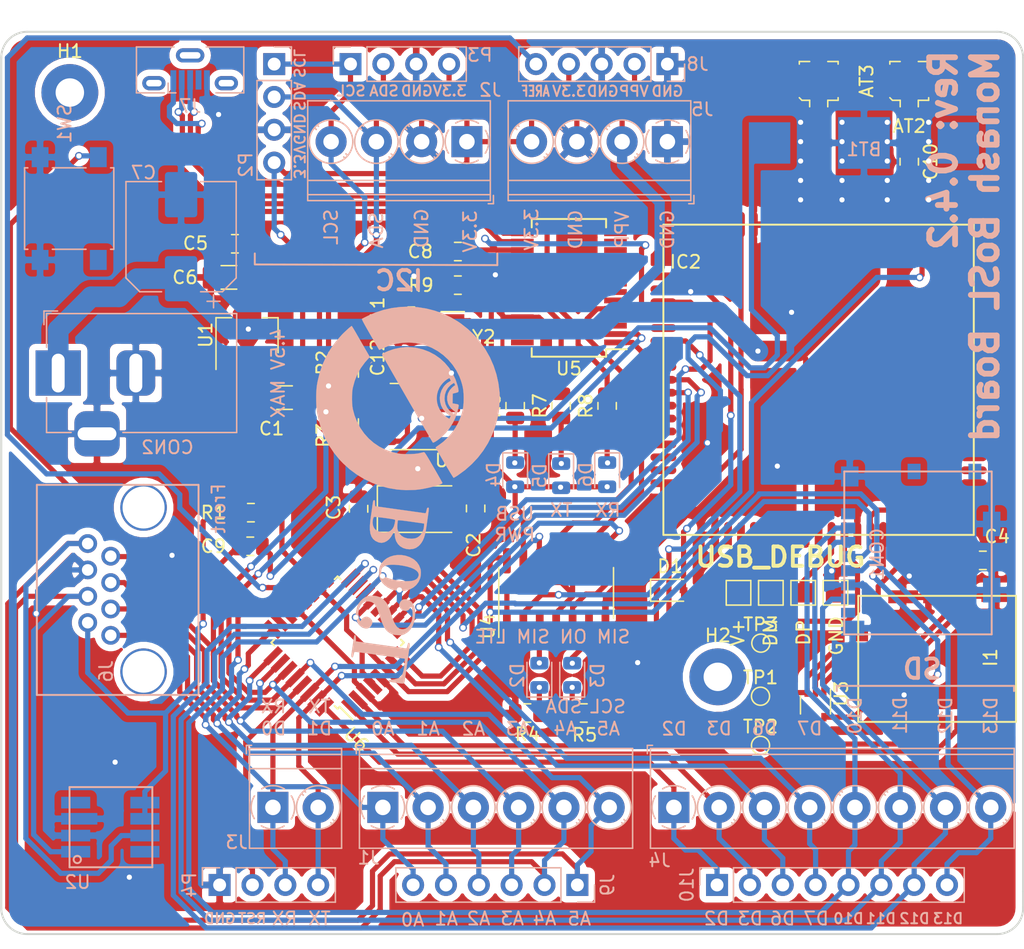
<source format=kicad_pcb>
(kicad_pcb (version 20171130) (host pcbnew "(5.1.5)-3")
  (title_block (title "Monash BoSL Board") (date 2020-11-27) (rev 0.4.2))
  (layers (0 F.Cu signal) (31 B.Cu signal) (34 B.Paste user) (35 F.Paste user) (36 B.SilkS user) (37 F.SilkS user) (38 B.Mask user) (39 F.Mask user) (44 Edge.Cuts user))
  (net 0 "")
  (net 1 GND)
  (net 2 V_3.3)
  (net 3 "Net-(C2-Pad2)")
  (net 4 "Net-(C3-Pad2)")
  (net 5 "Net-(C4-Pad2)")
  (net 6 VPP)
  (net 7 TLL_RST)
  (net 8 SD_MISO)
  (net 9 ONOFF_PIN)
  (net 10 "Net-(D1-Pad2)")
  (net 11 "Net-(D2-Pad2)")
  (net 12 "Net-(D3-Pad1)")
  (net 13 "Net-(D3-Pad2)")
  (net 14 "Net-(D4-Pad1)")
  (net 15 "Net-(D5-Pad1)")
  (net 16 USB_V)
  (net 17 "Net-(D6-Pad1)")
  (net 18 "Net-(I1-Pad6)")
  (net 19 "Net-(I1-Pad2)")
  (net 20 "Net-(I1-Pad3)")
  (net 21 TLL_RX)
  (net 22 SD_CS)
  (net 23 TLL_TX)
  (net 24 SD_MOSI)
  (net 25 RX)
  (net 26 TX)
  (net 27 SD_SCLK)
  (net 28 A0)
  (net 29 A1)
  (net 30 A2)
  (net 31 DTR)
  (net 32 A3)
  (net 33 D7)
  (net 34 SDA)
  (net 35 SCL)
  (net 36 "Net-(IC2-Pad6)")
  (net 37 "Net-(IC2-Pad23)")
  (net 38 /DP)
  (net 39 /DM)
  (net 40 NETLIGHT)
  (net 41 PWR_STAT)
  (net 42 AREF)
  (net 43 D6)
  (net 44 USB_DM)
  (net 45 USB_DP)
  (net 46 "Net-(C9-Pad2)")
  (net 47 "Net-(D2-Pad1)")
  (net 48 AND_RX)
  (net 49 AND_TX)
  (net 50 /USB_VBUS)
  (net 51 TTL_3.3V)
  (net 52 "Net-(R7-Pad2)")
  (net 53 "Net-(R8-Pad2)")
  (net 54 "Net-(AT2-Pad1)")
  (net 55 "Net-(C10-Pad2)")
  (net 56 "Net-(C11-Pad2)")
  (net 57 "Net-(C12-Pad2)")
  (net 58 "Net-(CON1-Pad8)")
  (net 59 "Net-(CON1-Pad1)")
  (net 60 "Net-(I1-Pad5)")
  (net 61 "Net-(IC2-Pad68)")
  (net 62 "Net-(IC2-Pad67)")
  (net 63 "Net-(IC2-Pad51)")
  (net 64 "Net-(IC2-Pad50)")
  (net 65 "Net-(IC2-Pad49)")
  (net 66 "Net-(IC2-Pad48)")
  (net 67 "Net-(IC2-Pad47)")
  (net 68 "Net-(IC2-Pad44)")
  (net 69 "Net-(IC2-Pad43)")
  (net 70 "Net-(IC2-Pad42)")
  (net 71 "Net-(IC2-Pad41)")
  (net 72 "Net-(IC2-Pad40)")
  (net 73 "Net-(IC2-Pad38)")
  (net 74 "Net-(IC2-Pad37)")
  (net 75 "Net-(IC2-Pad36)")
  (net 76 "Net-(IC2-Pad35)")
  (net 77 "Net-(IC2-Pad34)")
  (net 78 "Net-(IC2-Pad26)")
  (net 79 "Net-(IC2-Pad22)")
  (net 80 "Net-(IC2-Pad21)")
  (net 81 "Net-(IC2-Pad20)")
  (net 82 "Net-(IC2-Pad19)")
  (net 83 "Net-(IC2-Pad11)")
  (net 84 "Net-(IC2-Pad16)")
  (net 85 "Net-(IC2-Pad15)")
  (net 86 "Net-(IC2-Pad14)")
  (net 87 "Net-(IC2-Pad13)")
  (net 88 "Net-(IC2-Pad12)")
  (net 89 "Net-(IC2-Pad8)")
  (net 90 "Net-(IC2-Pad7)")
  (net 91 "Net-(IC2-Pad5)")
  (net 92 "Net-(IC2-Pad4)")
  (net 93 D3)
  (net 94 D2)
  (net 95 "Net-(J7-Pad4)")
  (net 96 "Net-(U2-Pad4)")
  (net 97 "Net-(U2-Pad8)")
  (net 98 "Net-(U5-Pad3)")
  (net 99 "Net-(U5-Pad6)")
  (net 100 "Net-(U5-Pad8)")
  (net 101 "Net-(U5-Pad9)")
  (net 102 "Net-(U5-Pad10)")
  (net 103 "Net-(U5-Pad11)")
  (net 104 "Net-(U5-Pad12)")
  (net 105 "Net-(U5-Pad13)")
  (net 106 "Net-(U5-Pad14)")
  (net 107 "Net-(U5-Pad19)")
  (net 108 "Net-(U5-Pad24)")
  (net 109 "Net-(U5-Pad27)")
  (net 110 "Net-(U5-Pad28)")
  (net 111 "Net-(U6-Pad22)")
  (net 112 "Net-(U6-Pad19)")
  (net 113 "Net-(U7-Pad7)")
  (net 114 "Net-(BT1-Pad1)")
  (net 115 "Net-(AT3-Pad1)")
  (module SIMFootprints:BoSL_Graphic (layer B.Cu) (at 144.9 99.2 270)
    (fp_text reference G1 hide)
    (fp_text value LOGO hide)
  )
  (module Connector_USB:USB_Micro-B_Molex-105133-0001 (layer B.Cu) (at 128.1 65.9)
    (fp_text reference J7 (at 0 2.85) (layer B.SilkS) (effects (justify mirror)))
    (fp_text value USB_B_Micro)
    (pad 6 thru_hole oval (at 0 -1.075) (size 2.2 1.1) (drill oval 1.6 0.5) (layers *.Cu *.Mask))
    (pad 6 thru_hole oval (at 2.8 1.075) (size 1.8 1.1) (drill oval 1.2 0.5) (layers *.Cu *.Mask))
    (pad 6 thru_hole oval (at -2.8 1.075) (size 1.8 1.1) (drill oval 1.2 0.5) (layers *.Cu *.Mask))
    (pad 1 smd rect (at -1.3 0.825) (size 0.45 1.5) (layers B.Cu B.Paste B.Mask) (net 16 USB_V))
    (pad 5 smd rect (at 1.3 0.825) (size 0.45 1.5) (layers B.Cu B.Paste B.Mask) (net 1 GND))
    (pad 2 smd rect (at -0.65 0.825) (size 0.45 1.5) (layers B.Cu B.Paste B.Mask) (net 44 USB_DM))
    (pad 4 smd rect (at 0.65 0.825) (size 0.45 1.5) (layers B.Cu B.Paste B.Mask) (net 95 "Net-(J7-Pad4)"))
    (pad 3 smd rect (at 0 0.825) (size 0.45 1.5) (layers B.Cu B.Paste B.Mask) (net 45 USB_DP))
  )
  (module TestPoint:TestPoint_Pad_1.5x1.5mm (layer F.Cu) (at 178 106.4)
    (fp_text reference TP7 hide)
    (fp_text value TestPoint)
    (pad 1 smd rect (at 0 0) (size 1.5 1.5) (layers F.Cu F.Mask) (net 1 GND))
  )
  (module TestPoint:TestPoint_Pad_1.5x1.5mm (layer F.Cu) (at 175.5 106.4)
    (fp_text reference TP6 hide)
    (fp_text value TestPoint)
    (pad 1 smd rect (at 0 0) (size 1.5 1.5) (layers F.Cu F.Mask) (net 38 /DP))
  )
  (module TestPoint:TestPoint_Pad_1.5x1.5mm (layer F.Cu) (at 173 106.4)
    (fp_text reference TP5 hide)
    (fp_text value TestPoint)
    (pad 1 smd rect (at 0 0) (size 1.5 1.5) (layers F.Cu F.Mask) (net 39 /DM))
  )
  (module TestPoint:TestPoint_Pad_1.5x1.5mm (layer F.Cu) (at 170.5 106.4)
    (fp_text reference TP4 hide)
    (fp_text value TestPoint)
    (pad 1 smd rect (at 0 0) (size 1.5 1.5) (layers F.Cu F.Mask) (net 50 /USB_VBUS))
  )
  (module SIMFootprints:2996TR (layer B.Cu) (at 180.2 71.6 180)
    (fp_text reference BT1 (at 0 -0.5) (layer B.SilkS) (effects (justify mirror)))
    (fp_text value Battery_Cell)
    (pad 1 smd rect (at -7.3 0 180) (size 3.2 3.2) (layers B.Cu B.Paste B.Mask))
    (pad 1 smd rect (at 7.3 0 180) (size 3.2 3.2) (layers B.Cu B.Paste B.Mask) (net 114 "Net-(BT1-Pad1)"))
    (pad 2 smd rect (at 0 0 180) (size 4 4) (layers B.Cu B.Paste B.Mask) (net 1 GND))
  )
  (module Button_Switch_SMD:SW_SPST_B3S-1000 (layer B.Cu) (at 118.75 76.675 270)
    (fp_text reference SW1 (at -6.575 0.35 90) (layer B.SilkS) (effects (justify mirror)))
    (fp_text value SPST)
    (pad 2 smd rect (at 3.975 -2.25 270) (size 1.55 1.3) (layers B.Cu B.Paste B.Mask))
    (pad 2 smd rect (at -3.975 -2.25 270) (size 1.55 1.3) (layers B.Cu B.Paste B.Mask) (net 7 TLL_RST))
    (pad 1 smd rect (at 3.975 2.25 270) (size 1.55 1.3) (layers B.Cu B.Paste B.Mask) (net 1 GND))
    (pad 1 smd rect (at -3.975 2.25 270) (size 1.55 1.3) (layers B.Cu B.Paste B.Mask) (net 1 GND))
  )
  (module SIMFootprints:RJ_45 (layer B.Cu) (at 124.5 99.8 270)
    (fp_text reference J6 (at 12.67 2.9 90) (layer B.SilkS) (effects (justify mirror)))
    (fp_text value RJ45)
    (fp_text user Front (at 0.07 -5.8 90) (layer B.SilkS) (effects (justify mirror)))
    (pad 2 thru_hole circle (at 8.91 4.318 270) (size 1.45 1.45) (drill 0.9) (layers *.Cu *.Mask) (net 2 V_3.3))
    (pad 4 thru_hole circle (at 6.87 4.318 270) (size 1.45 1.45) (drill 0.9) (layers *.Cu *.Mask) (net 35 SCL))
    (pad 6 thru_hole circle (at 4.83 4.318 270) (size 1.45 1.45) (drill 0.9) (layers *.Cu *.Mask) (net 1 GND))
    (pad 8 thru_hole circle (at 2.79 4.318 270) (size 1.45 1.45) (drill 0.9) (layers *.Cu *.Mask) (net 34 SDA))
    (pad 1 thru_hole circle (at 9.89 2.54 270) (size 1.45 1.45) (drill 0.9) (layers *.Cu *.Mask) (net 28 A0))
    (pad 7 thru_hole circle (at 3.77 2.54 270) (size 1.45 1.45) (drill 0.9) (layers *.Cu *.Mask) (net 32 A3))
    (pad 3 thru_hole circle (at 7.85 2.54 270) (size 1.45 1.45) (drill 0.9) (layers *.Cu *.Mask) (net 29 A1))
    (pad 5 thru_hole circle (at 5.81 2.54 270) (size 1.45 1.45) (drill 0.9) (layers *.Cu *.Mask) (net 30 A2))
    (pad "" thru_hole circle (at 0 0 270) (size 3.6 3.6) (drill 3.25) (layers *.Cu *.Mask))
    (pad "" thru_hole circle (at 12.7 0 270) (size 3.6 3.6) (drill 3.25) (layers *.Cu *.Mask))
  )
  (module Connector_PinHeader_2.54mm:PinHeader_1x08_P2.54mm_Vertical (layer B.Cu) (at 168.84 129 270)
    (fp_text reference J10 (at 0 2.33 270) (layer B.SilkS) (effects (justify mirror)))
    (fp_text value Conn_01x08)
    (pad 8 thru_hole oval (at 0 -17.78 270) (size 1.7 1.7) (drill 1) (layers *.Cu *.Mask) (net 27 SD_SCLK))
    (pad 7 thru_hole oval (at 0 -15.24 270) (size 1.7 1.7) (drill 1) (layers *.Cu *.Mask) (net 8 SD_MISO))
    (pad 6 thru_hole oval (at 0 -12.7 270) (size 1.7 1.7) (drill 1) (layers *.Cu *.Mask) (net 24 SD_MOSI))
    (pad 5 thru_hole oval (at 0 -10.16 270) (size 1.7 1.7) (drill 1) (layers *.Cu *.Mask) (net 22 SD_CS))
    (pad 4 thru_hole oval (at 0 -7.62 270) (size 1.7 1.7) (drill 1) (layers *.Cu *.Mask) (net 33 D7))
    (pad 3 thru_hole oval (at 0 -5.08 270) (size 1.7 1.7) (drill 1) (layers *.Cu *.Mask) (net 43 D6))
    (pad 2 thru_hole oval (at 0 -2.54 270) (size 1.7 1.7) (drill 1) (layers *.Cu *.Mask) (net 93 D3))
    (pad 1 thru_hole rect (at 0 0 270) (size 1.7 1.7) (drill 1) (layers *.Cu *.Mask) (net 94 D2))
  )
  (module Connector_PinHeader_2.54mm:PinHeader_1x06_P2.54mm_Vertical (layer B.Cu) (at 158.04 129 90)
    (fp_text reference J9 (at 0 2.33 -90) (layer B.SilkS) (effects (justify mirror)))
    (fp_text value Conn_01x06)
    (pad 6 thru_hole oval (at 0 -12.7 90) (size 1.7 1.7) (drill 1) (layers *.Cu *.Mask) (net 28 A0))
    (pad 5 thru_hole oval (at 0 -10.16 90) (size 1.7 1.7) (drill 1) (layers *.Cu *.Mask) (net 29 A1))
    (pad 4 thru_hole oval (at 0 -7.62 90) (size 1.7 1.7) (drill 1) (layers *.Cu *.Mask) (net 30 A2))
    (pad 3 thru_hole oval (at 0 -5.08 90) (size 1.7 1.7) (drill 1) (layers *.Cu *.Mask) (net 32 A3))
    (pad 2 thru_hole oval (at 0 -2.54 90) (size 1.7 1.7) (drill 1) (layers *.Cu *.Mask) (net 34 SDA))
    (pad 1 thru_hole rect (at 0 0 90) (size 1.7 1.7) (drill 1) (layers *.Cu *.Mask) (net 35 SCL))
  )
  (module Connector_PinHeader_2.54mm:PinHeader_1x04_P2.54mm_Vertical (layer B.Cu) (at 130.38 129 270)
    (fp_text reference P4 (at 0 2.33 270) (layer B.SilkS) (effects (justify mirror)))
    (fp_text value CONN_01X04)
    (pad 4 thru_hole oval (at 0 -7.62 270) (size 1.7 1.7) (drill 1) (layers *.Cu *.Mask) (net 23 TLL_TX))
    (pad 3 thru_hole oval (at 0 -5.08 270) (size 1.7 1.7) (drill 1) (layers *.Cu *.Mask) (net 21 TLL_RX))
    (pad 2 thru_hole oval (at 0 -2.54 270) (size 1.7 1.7) (drill 1) (layers *.Cu *.Mask) (net 7 TLL_RST))
    (pad 1 thru_hole rect (at 0 0 270) (size 1.7 1.7) (drill 1) (layers *.Cu *.Mask) (net 1 GND))
  )
  (module Connector_PinHeader_2.54mm:PinHeader_1x04_P2.54mm_Vertical (layer B.Cu) (at 140.5 65.5 270)
    (fp_text reference P3 (at -0.7 -10 180) (layer B.SilkS) (effects (justify mirror)))
    (fp_text value CONN_01X04)
    (pad 4 thru_hole oval (at 0 -7.62 270) (size 1.7 1.7) (drill 1) (layers *.Cu *.Mask) (net 2 V_3.3))
    (pad 3 thru_hole oval (at 0 -5.08 270) (size 1.7 1.7) (drill 1) (layers *.Cu *.Mask) (net 1 GND))
    (pad 2 thru_hole oval (at 0 -2.54 270) (size 1.7 1.7) (drill 1) (layers *.Cu *.Mask) (net 34 SDA))
    (pad 1 thru_hole rect (at 0 0 270) (size 1.7 1.7) (drill 1) (layers *.Cu *.Mask) (net 35 SCL))
  )
  (module Connector_PinHeader_2.54mm:PinHeader_1x04_P2.54mm_Vertical (layer B.Cu) (at 134.6 65.5 180)
    (fp_text reference P2 (at 2.2 -7.8 270) (layer B.SilkS) (effects (justify mirror)))
    (fp_text value CONN_01X04)
    (pad 4 thru_hole oval (at 0 -7.62 180) (size 1.7 1.7) (drill 1) (layers *.Cu *.Mask) (net 2 V_3.3))
    (pad 3 thru_hole oval (at 0 -5.08 180) (size 1.7 1.7) (drill 1) (layers *.Cu *.Mask) (net 1 GND))
    (pad 2 thru_hole oval (at 0 -2.54 180) (size 1.7 1.7) (drill 1) (layers *.Cu *.Mask) (net 34 SDA))
    (pad 1 thru_hole rect (at 0 0 180) (size 1.7 1.7) (drill 1) (layers *.Cu *.Mask) (net 35 SCL))
  )
  (module TerminalBlock_Phoenix:TerminalBlock_Phoenix_PT-1,5-4-3.5-H_1x04_P3.50mm_Horizontal (layer B.Cu) (at 165 71.5 180)
    (fp_text reference J5 (at -2.7 2.5) (layer B.SilkS) (effects (justify mirror)))
    (fp_text value Screw_Terminal_1x04)
    (pad 4 thru_hole circle (at 10.5 0 180) (size 2.4 2.4) (drill 1.2) (layers *.Cu *.Mask) (net 2 V_3.3))
    (pad 3 thru_hole circle (at 7 0 180) (size 2.4 2.4) (drill 1.2) (layers *.Cu *.Mask) (net 1 GND))
    (pad 2 thru_hole circle (at 3.5 0 180) (size 2.4 2.4) (drill 1.2) (layers *.Cu *.Mask) (net 6 VPP))
    (pad 1 thru_hole rect (at 0 0 180) (size 2.4 2.4) (drill 1.2) (layers *.Cu *.Mask) (net 1 GND))
  )
  (module Connector_PinHeader_2.54mm:PinHeader_1x05_P2.54mm_Vertical (layer B.Cu) (at 165 65.5 90)
    (fp_text reference J8 (at 0 2.33 180) (layer B.SilkS) (effects (justify mirror)))
    (fp_text value Conn_01x05)
    (pad 5 thru_hole oval (at 0 -10.16 90) (size 1.7 1.7) (drill 1) (layers *.Cu *.Mask) (net 42 AREF))
    (pad 4 thru_hole oval (at 0 -7.62 90) (size 1.7 1.7) (drill 1) (layers *.Cu *.Mask) (net 2 V_3.3))
    (pad 3 thru_hole oval (at 0 -5.08 90) (size 1.7 1.7) (drill 1) (layers *.Cu *.Mask) (net 1 GND))
    (pad 2 thru_hole oval (at 0 -2.54 90) (size 1.7 1.7) (drill 1) (layers *.Cu *.Mask) (net 6 VPP))
    (pad 1 thru_hole rect (at 0 0 90) (size 1.7 1.7) (drill 1) (layers *.Cu *.Mask) (net 1 GND))
  )
  (module TerminalBlock_Phoenix:TerminalBlock_Phoenix_PT-1,5-8-3.5-H_1x08_P3.50mm_Horizontal (layer B.Cu) (at 165.5 123)
    (fp_text reference J4 (at -1.1 4.1) (layer B.SilkS) (effects (justify mirror)))
    (fp_text value Screw_Terminal_1x08)
    (pad 8 thru_hole circle (at 24.5 0) (size 2.4 2.4) (drill 1.2) (layers *.Cu *.Mask) (net 27 SD_SCLK))
    (pad 7 thru_hole circle (at 21 0) (size 2.4 2.4) (drill 1.2) (layers *.Cu *.Mask) (net 8 SD_MISO))
    (pad 6 thru_hole circle (at 17.5 0) (size 2.4 2.4) (drill 1.2) (layers *.Cu *.Mask) (net 24 SD_MOSI))
    (pad 5 thru_hole circle (at 14 0) (size 2.4 2.4) (drill 1.2) (layers *.Cu *.Mask) (net 22 SD_CS))
    (pad 4 thru_hole circle (at 10.5 0) (size 2.4 2.4) (drill 1.2) (layers *.Cu *.Mask) (net 33 D7))
    (pad 3 thru_hole circle (at 7 0) (size 2.4 2.4) (drill 1.2) (layers *.Cu *.Mask) (net 43 D6))
    (pad 2 thru_hole circle (at 3.5 0) (size 2.4 2.4) (drill 1.2) (layers *.Cu *.Mask) (net 93 D3))
    (pad 1 thru_hole rect (at 0 0) (size 2.4 2.4) (drill 1.2) (layers *.Cu *.Mask) (net 94 D2))
  )
  (module TerminalBlock_Phoenix:TerminalBlock_Phoenix_PT-1,5-2-3.5-H_1x02_P3.50mm_Horizontal (layer B.Cu) (at 134.5 123)
    (fp_text reference J3 (at -2.8 2.7) (layer B.SilkS) (effects (justify mirror)))
    (fp_text value Screw_Terminal_1x02)
    (pad 2 thru_hole circle (at 3.5 0) (size 2.4 2.4) (drill 1.2) (layers *.Cu *.Mask) (net 23 TLL_TX))
    (pad 1 thru_hole rect (at 0 0) (size 2.4 2.4) (drill 1.2) (layers *.Cu *.Mask) (net 21 TLL_RX))
  )
  (module TerminalBlock_Phoenix:TerminalBlock_Phoenix_PT-1,5-4-3.5-H_1x04_P3.50mm_Horizontal (layer B.Cu) (at 149.5 71.5 180)
    (fp_text reference J2 (at -1.8 4) (layer B.SilkS) (effects (justify mirror)))
    (fp_text value Screw_Terminal_1x04)
    (pad 4 thru_hole circle (at 10.5 0 180) (size 2.4 2.4) (drill 1.2) (layers *.Cu *.Mask) (net 35 SCL))
    (pad 3 thru_hole circle (at 7 0 180) (size 2.4 2.4) (drill 1.2) (layers *.Cu *.Mask) (net 34 SDA))
    (pad 2 thru_hole circle (at 3.5 0 180) (size 2.4 2.4) (drill 1.2) (layers *.Cu *.Mask) (net 1 GND))
    (pad 1 thru_hole rect (at 0 0 180) (size 2.4 2.4) (drill 1.2) (layers *.Cu *.Mask) (net 2 V_3.3))
  )
  (module TerminalBlock_Phoenix:TerminalBlock_Phoenix_PT-1,5-6-3.5-H_1x06_P3.50mm_Horizontal (layer B.Cu) (at 143 123)
    (fp_text reference J1 (at -1.1 3.9) (layer B.SilkS) (effects (justify mirror)))
    (fp_text value Screw_Terminal_1x06)
    (pad 6 thru_hole circle (at 17.5 0) (size 2.4 2.4) (drill 1.2) (layers *.Cu *.Mask) (net 35 SCL))
    (pad 5 thru_hole circle (at 14 0) (size 2.4 2.4) (drill 1.2) (layers *.Cu *.Mask) (net 34 SDA))
    (pad 4 thru_hole circle (at 10.5 0) (size 2.4 2.4) (drill 1.2) (layers *.Cu *.Mask) (net 32 A3))
    (pad 3 thru_hole circle (at 7 0) (size 2.4 2.4) (drill 1.2) (layers *.Cu *.Mask) (net 30 A2))
    (pad 2 thru_hole circle (at 3.5 0) (size 2.4 2.4) (drill 1.2) (layers *.Cu *.Mask) (net 29 A1))
    (pad 1 thru_hole rect (at 0 0) (size 2.4 2.4) (drill 1.2) (layers *.Cu *.Mask) (net 28 A0))
  )
  (module Connector_Coaxial:U.FL_Molex_MCRF_73412-0110_Vertical (layer F.Cu) (at 176.7 66.8)
    (fp_text reference AT3 (at 3.7 0 270) (layer F.SilkS))
    (fp_text value AT-GNSS)
    (pad 1 smd rect (at 0 1.5) (size 1 1) (layers F.Cu F.Paste F.Mask) (net 115 "Net-(AT3-Pad1)"))
    (pad 2 smd rect (at 0 -1.5) (size 1 1) (layers F.Cu F.Paste F.Mask) (net 1 GND))
    (pad 2 smd rect (at 1.475 0) (size 1.05 2.2) (layers F.Cu F.Paste F.Mask) (net 1 GND))
    (pad 2 smd rect (at -1.475 0) (size 1.05 2.2) (layers F.Cu F.Paste F.Mask) (net 1 GND))
  )
  (module Crystal:Crystal_SMD_5032-2Pin_5.0x3.2mm (layer F.Cu) (at 145.625 99.925)
    (fp_text reference Y1 (at 0 -2.8) (layer F.SilkS))
    (fp_text value "8 MHz")
    (pad 2 smd rect (at 1.85 0) (size 2 2.4) (layers F.Cu F.Paste F.Mask) (net 3 "Net-(C2-Pad2)"))
    (pad 1 smd rect (at -1.85 0) (size 2 2.4) (layers F.Cu F.Paste F.Mask) (net 4 "Net-(C3-Pad2)"))
  )
  (module Package_SO:SSOP-28_5.3x10.2mm_P0.65mm (layer F.Cu) (at 157.386 82.808 180)
    (fp_text reference U5 (at 0 -6.25) (layer F.SilkS))
    (fp_text value FT232RL)
    (pad 28 smd rect (at 3.6 -4.225 180) (size 1.75 0.45) (layers F.Cu F.Paste F.Mask) (net 110 "Net-(U5-Pad28)"))
    (pad 27 smd rect (at 3.6 -3.575 180) (size 1.75 0.45) (layers F.Cu F.Paste F.Mask) (net 109 "Net-(U5-Pad27)"))
    (pad 26 smd rect (at 3.6 -2.925 180) (size 1.75 0.45) (layers F.Cu F.Paste F.Mask) (net 1 GND))
    (pad 25 smd rect (at 3.6 -2.275 180) (size 1.75 0.45) (layers F.Cu F.Paste F.Mask) (net 1 GND))
    (pad 24 smd rect (at 3.6 -1.625 180) (size 1.75 0.45) (layers F.Cu F.Paste F.Mask) (net 108 "Net-(U5-Pad24)"))
    (pad 23 smd rect (at 3.6 -0.975 180) (size 1.75 0.45) (layers F.Cu F.Paste F.Mask) (net 52 "Net-(R7-Pad2)"))
    (pad 22 smd rect (at 3.6 -0.325 180) (size 1.75 0.45) (layers F.Cu F.Paste F.Mask) (net 53 "Net-(R8-Pad2)"))
    (pad 21 smd rect (at 3.6 0.325 180) (size 1.75 0.45) (layers F.Cu F.Paste F.Mask) (net 1 GND))
    (pad 20 smd rect (at 3.6 0.975 180) (size 1.75 0.45) (layers F.Cu F.Paste F.Mask) (net 16 USB_V))
    (pad 19 smd rect (at 3.6 1.625 180) (size 1.75 0.45) (layers F.Cu F.Paste F.Mask) (net 107 "Net-(U5-Pad19)"))
    (pad 18 smd rect (at 3.6 2.275 180) (size 1.75 0.45) (layers F.Cu F.Paste F.Mask) (net 1 GND))
    (pad 17 smd rect (at 3.6 2.925 180) (size 1.75 0.45) (layers F.Cu F.Paste F.Mask) (net 51 TTL_3.3V))
    (pad 16 smd rect (at 3.6 3.575 180) (size 1.75 0.45) (layers F.Cu F.Paste F.Mask) (net 44 USB_DM))
    (pad 15 smd rect (at 3.6 4.225 180) (size 1.75 0.45) (layers F.Cu F.Paste F.Mask) (net 45 USB_DP))
    (pad 14 smd rect (at -3.6 4.225 180) (size 1.75 0.45) (layers F.Cu F.Paste F.Mask) (net 106 "Net-(U5-Pad14)"))
    (pad 13 smd rect (at -3.6 3.575 180) (size 1.75 0.45) (layers F.Cu F.Paste F.Mask) (net 105 "Net-(U5-Pad13)"))
    (pad 12 smd rect (at -3.6 2.925 180) (size 1.75 0.45) (layers F.Cu F.Paste F.Mask) (net 104 "Net-(U5-Pad12)"))
    (pad 11 smd rect (at -3.6 2.275 180) (size 1.75 0.45) (layers F.Cu F.Paste F.Mask) (net 103 "Net-(U5-Pad11)"))
    (pad 10 smd rect (at -3.6 1.625 180) (size 1.75 0.45) (layers F.Cu F.Paste F.Mask) (net 102 "Net-(U5-Pad10)"))
    (pad 9 smd rect (at -3.6 0.975 180) (size 1.75 0.45) (layers F.Cu F.Paste F.Mask) (net 101 "Net-(U5-Pad9)"))
    (pad 8 smd rect (at -3.6 0.325 180) (size 1.75 0.45) (layers F.Cu F.Paste F.Mask) (net 100 "Net-(U5-Pad8)"))
    (pad 7 smd rect (at -3.6 -0.325 180) (size 1.75 0.45) (layers F.Cu F.Paste F.Mask) (net 1 GND))
    (pad 6 smd rect (at -3.6 -0.975 180) (size 1.75 0.45) (layers F.Cu F.Paste F.Mask) (net 99 "Net-(U5-Pad6)"))
    (pad 5 smd rect (at -3.6 -1.625 180) (size 1.75 0.45) (layers F.Cu F.Paste F.Mask) (net 49 AND_TX))
    (pad 4 smd rect (at -3.6 -2.275 180) (size 1.75 0.45) (layers F.Cu F.Paste F.Mask) (net 51 TTL_3.3V))
    (pad 3 smd rect (at -3.6 -2.925 180) (size 1.75 0.45) (layers F.Cu F.Paste F.Mask) (net 98 "Net-(U5-Pad3)"))
    (pad 2 smd rect (at -3.6 -3.575 180) (size 1.75 0.45) (layers F.Cu F.Paste F.Mask) (net 46 "Net-(C9-Pad2)"))
    (pad 1 smd rect (at -3.6 -4.225 180) (size 1.75 0.45) (layers F.Cu F.Paste F.Mask) (net 48 AND_RX))
  )
  (module Package_SO:SOIC-14_3.9x8.7mm_P1.27mm (layer F.Cu) (at 156.4 106.4 90)
    (fp_text reference U4 (at -2.6 -5.28 90) (layer F.SilkS))
    (fp_text value 74HC126)
    (pad 14 smd roundrect (at 2.475 -3.81 90) (size 1.95 0.6) (layers F.Cu F.Paste F.Mask) (net 2 V_3.3))
    (pad 13 smd roundrect (at 2.475 -2.54 90) (size 1.95 0.6) (layers F.Cu F.Paste F.Mask) (net 51 TTL_3.3V))
    (pad 12 smd roundrect (at 2.475 -1.27 90) (size 1.95 0.6) (layers F.Cu F.Paste F.Mask) (net 23 TLL_TX))
    (pad 11 smd roundrect (at 2.475 0 90) (size 1.95 0.6) (layers F.Cu F.Paste F.Mask) (net 49 AND_TX))
    (pad 10 smd roundrect (at 2.475 1.27 90) (size 1.95 0.6) (layers F.Cu F.Paste F.Mask) (net 51 TTL_3.3V))
    (pad 9 smd roundrect (at 2.475 2.54 90) (size 1.95 0.6) (layers F.Cu F.Paste F.Mask) (net 48 AND_RX))
    (pad 8 smd roundrect (at 2.475 3.81 90) (size 1.95 0.6) (layers F.Cu F.Paste F.Mask) (net 21 TLL_RX))
    (pad 7 smd roundrect (at -2.475 3.81 90) (size 1.95 0.6) (layers F.Cu F.Paste F.Mask) (net 1 GND))
    (pad 6 smd roundrect (at -2.475 2.54 90) (size 1.95 0.6) (layers F.Cu F.Paste F.Mask) (net 13 "Net-(D3-Pad2)"))
    (pad 5 smd roundrect (at -2.475 1.27 90) (size 1.95 0.6) (layers F.Cu F.Paste F.Mask) (net 41 PWR_STAT))
    (pad 4 smd roundrect (at -2.475 0 90) (size 1.95 0.6) (layers F.Cu F.Paste F.Mask) (net 51 TTL_3.3V))
    (pad 3 smd roundrect (at -2.475 -1.27 90) (size 1.95 0.6) (layers F.Cu F.Paste F.Mask) (net 11 "Net-(D2-Pad2)"))
    (pad 2 smd roundrect (at -2.475 -2.54 90) (size 1.95 0.6) (layers F.Cu F.Paste F.Mask) (net 40 NETLIGHT))
    (pad 1 smd roundrect (at -2.475 -3.81 90) (size 1.95 0.6) (layers F.Cu F.Paste F.Mask) (net 51 TTL_3.3V))
  )
  (module Package_TO_SOT_SMD:SOT-353_SC-70-5 (layer F.Cu) (at 176.45 115.07 270)
    (fp_text reference U3 (at -0.87 -2 90) (layer F.SilkS))
    (fp_text value MSQA6V1W5T2G)
    (pad 5 smd rect (at 0.95 -0.65 270) (size 0.65 0.4) (layers F.Cu F.Paste F.Mask) (net 5 "Net-(C4-Pad2)"))
    (pad 4 smd rect (at 0.95 0.65 270) (size 0.65 0.4) (layers F.Cu F.Paste F.Mask) (net 18 "Net-(I1-Pad6)"))
    (pad 2 smd rect (at -0.95 0 270) (size 0.65 0.4) (layers F.Cu F.Paste F.Mask) (net 1 GND))
    (pad 3 smd rect (at -0.95 0.65 270) (size 0.65 0.4) (layers F.Cu F.Paste F.Mask) (net 20 "Net-(I1-Pad3)"))
    (pad 1 smd rect (at -0.95 -0.65 270) (size 0.65 0.4) (layers F.Cu F.Paste F.Mask) (net 19 "Net-(I1-Pad2)"))
  )
  (module Package_TO_SOT_SMD:SOT-89-3 (layer F.Cu) (at 132.5 86.9 90)
    (fp_text reference U1 (at 0.45 -3.2 90) (layer F.SilkS))
    (fp_text value MCP1700T-3302E/TT)
    (pad 2 smd trapezoid (at -0.0762 0 180) (size 1.5 1) (rect_delta 0 0.7) (layers F.Cu F.Paste F.Mask) (net 6 VPP))
    (pad 2 smd rect (at 1.3335 0) (size 2.2 1.84) (layers F.Cu F.Paste F.Mask) (net 6 VPP))
    (pad 3 smd rect (at -1.48 1.5) (size 1 1.5) (layers F.Cu F.Paste F.Mask) (net 2 V_3.3))
    (pad 2 smd rect (at -1.3335 0) (size 1 1.8) (layers F.Cu F.Paste F.Mask) (net 6 VPP))
    (pad 1 smd rect (at -1.48 -1.5) (size 1 1.5) (layers F.Cu F.Paste F.Mask) (net 1 GND))
    (pad 2 smd trapezoid (at 2.667 0) (size 1.6 0.85) (rect_delta 0 0.6) (layers F.Cu F.Paste F.Mask) (net 6 VPP))
  )
  (module TestPoint:TestPoint_Pad_D1.0mm (layer F.Cu) (at 172.226 110.294)
    (fp_text reference TP3 (at 0 -1.448) (layer F.SilkS))
    (fp_text value TEST)
    (pad 1 smd circle (at 0 0) (size 1 1) (layers F.Cu F.Mask) (net 37 "Net-(IC2-Pad23)"))
  )
  (module TestPoint:TestPoint_Pad_D1.0mm (layer F.Cu) (at 172.2 118.2)
    (fp_text reference TP2 (at 0 -1.448) (layer F.SilkS))
    (fp_text value TEST)
    (pad 1 smd circle (at 0 0) (size 1 1) (layers F.Cu F.Mask) (net 36 "Net-(IC2-Pad6)"))
  )
  (module TestPoint:TestPoint_Pad_D1.0mm (layer F.Cu) (at 172.2 114.4)
    (fp_text reference TP1 (at 0 -1.448) (layer F.SilkS))
    (fp_text value TEST)
    (pad 1 smd circle (at 0 0) (size 1 1) (layers F.Cu F.Mask) (net 10 "Net-(D1-Pad2)"))
  )
  (module MountingHole:MountingHole_2.2mm_M2_Pad (layer F.Cu) (at 168.9 112.9)
    (fp_text reference H2 (at 0 -3.2) (layer F.SilkS))
    (fp_text value MountingHole)
    (pad 1 thru_hole circle (at 0 0) (size 4.4 4.4) (drill 2.2) (layers *.Cu *.Mask))
  )
  (module MountingHole:MountingHole_2.2mm_M2_Pad (layer F.Cu) (at 118.8 67.7)
    (fp_text reference H1 (at 0 -3.2) (layer F.SilkS))
    (fp_text value MountingHole)
    (pad 1 thru_hole circle (at 0 0) (size 4.4 4.4) (drill 2.2) (layers *.Cu *.Mask))
  )
  (module Diode_SMD:D_SOD-323 (layer F.Cu) (at 165.2 106.2)
    (fp_text reference D1 (at 0 -1.85) (layer F.SilkS))
    (fp_text value 1N4148)
    (pad 2 smd rect (at 1.05 0) (size 0.6 0.45) (layers F.Cu F.Paste F.Mask) (net 10 "Net-(D1-Pad2)"))
    (pad 1 smd rect (at -1.05 0) (size 0.6 0.45) (layers F.Cu F.Paste F.Mask) (net 9 ONOFF_PIN))
  )
  (module Capacitor_SMD:CP_Elec_8x10 (layer B.Cu) (at 127.4 78.85 90)
    (fp_text reference C7 (at 4.95 -2.9 180) (layer B.SilkS) (effects (justify mirror)))
    (fp_text value "330 μF")
    (pad 2 smd roundrect (at 3.25 0 90) (size 3.5 2.5) (layers B.Cu B.Paste B.Mask) (roundrect_rratio 0.1) (net 1 GND))
    (pad 1 smd roundrect (at -3.25 0 90) (size 3.5 2.5) (layers B.Cu B.Paste B.Mask) (roundrect_rratio 0.1) (net 6 VPP))
  )
  (module Connector_Coaxial:U.FL_Molex_MCRF_73412-0110_Vertical (layer F.Cu) (at 183.7 66.8)
    (fp_text reference AT2 (at 0 3.5) (layer F.SilkS))
    (fp_text value AT-GNSS)
    (pad 1 smd rect (at 0 1.5) (size 1 1) (layers F.Cu F.Paste F.Mask) (net 54 "Net-(AT2-Pad1)"))
    (pad 2 smd rect (at 0 -1.5) (size 1 1) (layers F.Cu F.Paste F.Mask) (net 1 GND))
    (pad 2 smd rect (at 1.475 0) (size 1.05 2.2) (layers F.Cu F.Paste F.Mask) (net 1 GND))
    (pad 2 smd rect (at -1.475 0) (size 1.05 2.2) (layers F.Cu F.Paste F.Mask) (net 1 GND))
  )
  (module Connector_BarrelJack:BarrelJack_Horizontal (layer B.Cu) (at 117.9 89.4 180)
    (fp_text reference CON2 (at -8.45 -5.75) (layer B.SilkS) (effects (justify mirror)))
    (fp_text value BARREL_JACK)
    (pad 3 thru_hole roundrect (at -3 -4.7 180) (size 3.5 3.5) (drill oval 3 1) (layers *.Cu *.Mask) (net 1 GND))
    (pad 2 thru_hole roundrect (at -6 0 180) (size 3 3.5) (drill oval 1 3) (layers *.Cu *.Mask) (net 1 GND))
    (pad 1 thru_hole rect (at 0 0 180) (size 3.5 3.5) (drill oval 1 3) (layers *.Cu *.Mask) (net 6 VPP))
  )
  (module Resistor_SMD:R_0805_2012Metric (layer F.Cu) (at 148.8 82.6 180)
    (fp_text reference R9 (at 2.85 0) (layer F.SilkS))
    (fp_text value "10 kΩ")
    (pad 2 smd roundrect (at 0.9375 0 180) (size 0.975 1.4) (layers F.Cu F.Paste F.Mask) (net 1 GND))
    (pad 1 smd roundrect (at -0.9375 0 180) (size 0.975 1.4) (layers F.Cu F.Paste F.Mask) (net 51 TTL_3.3V))
  )
  (module Resistor_SMD:R_0805_2012Metric (layer F.Cu) (at 160.342 91.94 90)
    (fp_text reference R8 (at 0 -1.65 90) (layer F.SilkS))
    (fp_text value "3.3 kΩ")
    (pad 2 smd roundrect (at 0.9375 0 90) (size 0.975 1.4) (layers F.Cu F.Paste F.Mask) (net 53 "Net-(R8-Pad2)"))
    (pad 1 smd roundrect (at -0.9375 0 90) (size 0.975 1.4) (layers F.Cu F.Paste F.Mask) (net 17 "Net-(D6-Pad1)"))
  )
  (module Resistor_SMD:R_0805_2012Metric (layer F.Cu) (at 156.786 91.94 90)
    (fp_text reference R7 (at 0 -1.65 90) (layer F.SilkS))
    (fp_text value "3.3 kΩ")
    (pad 2 smd roundrect (at 0.9375 0 90) (size 0.975 1.4) (layers F.Cu F.Paste F.Mask) (net 52 "Net-(R7-Pad2)"))
    (pad 1 smd roundrect (at -0.9375 0 90) (size 0.975 1.4) (layers F.Cu F.Paste F.Mask) (net 15 "Net-(D5-Pad1)"))
  )
  (module Resistor_SMD:R_0805_2012Metric (layer F.Cu) (at 153.23 91.94 90)
    (fp_text reference R6 (at 0 -1.65 90) (layer F.SilkS))
    (fp_text value "3.3 kΩ")
    (pad 2 smd roundrect (at 0.9375 0 90) (size 0.975 1.4) (layers F.Cu F.Paste F.Mask) (net 1 GND))
    (pad 1 smd roundrect (at -0.9375 0 90) (size 0.975 1.4) (layers F.Cu F.Paste F.Mask) (net 14 "Net-(D4-Pad1)"))
  )
  (module Resistor_SMD:R_0805_2012Metric (layer F.Cu) (at 158.5375 115.697)
    (fp_text reference R5 (at 0.0625 1.7) (layer F.SilkS))
    (fp_text value "3.3 kΩ")
    (pad 2 smd roundrect (at 0.9375 0) (size 0.975 1.4) (layers F.Cu F.Paste F.Mask) (net 1 GND))
    (pad 1 smd roundrect (at -0.9375 0) (size 0.975 1.4) (layers F.Cu F.Paste F.Mask) (net 12 "Net-(D3-Pad1)"))
  )
  (module Resistor_SMD:R_0805_2012Metric (layer F.Cu) (at 154.178 115.697 180)
    (fp_text reference R4 (at 0 -1.65) (layer F.SilkS))
    (fp_text value "3.3 kΩ")
    (pad 2 smd roundrect (at 0.9375 0 180) (size 0.975 1.4) (layers F.Cu F.Paste F.Mask) (net 1 GND))
    (pad 1 smd roundrect (at -0.9375 0 180) (size 0.975 1.4) (layers F.Cu F.Paste F.Mask) (net 47 "Net-(D2-Pad1)"))
  )
  (module Resistor_SMD:R_0805_2012Metric (layer F.Cu) (at 140.4 89.4625 270)
    (fp_text reference R3 (at 4.7375 2 90) (layer F.SilkS))
    (fp_text value "10 kΩ")
    (pad 2 smd roundrect (at 0.9375 0 270) (size 0.975 1.4) (layers F.Cu F.Paste F.Mask) (net 34 SDA))
    (pad 1 smd roundrect (at -0.9375 0 270) (size 0.975 1.4) (layers F.Cu F.Paste F.Mask) (net 2 V_3.3))
  )
  (module Resistor_SMD:R_0805_2012Metric (layer F.Cu) (at 140.4 93.2 90)
    (fp_text reference R2 (at 4.6 -2 90) (layer F.SilkS))
    (fp_text value "10 kΩ")
    (pad 2 smd roundrect (at 0.9375 0 90) (size 0.975 1.4) (layers F.Cu F.Paste F.Mask) (net 35 SCL))
    (pad 1 smd roundrect (at -0.9375 0 90) (size 0.975 1.4) (layers F.Cu F.Paste F.Mask) (net 2 V_3.3))
  )
  (module Resistor_SMD:R_0805_2012Metric (layer F.Cu) (at 132.8 100.2 180)
    (fp_text reference R1 (at 2.9 0) (layer F.SilkS))
    (fp_text value "10 kΩ")
    (pad 2 smd roundrect (at 0.9375 0 180) (size 0.975 1.4) (layers F.Cu F.Paste F.Mask) (net 7 TLL_RST))
    (pad 1 smd roundrect (at -0.9375 0 180) (size 0.975 1.4) (layers F.Cu F.Paste F.Mask) (net 2 V_3.3))
  )
  (module LED_SMD:LED_0805_2012Metric (layer B.Cu) (at 160.342 97.26 270)
    (fp_text reference D6 (at 0 1.65 270) (layer B.SilkS) (effects (justify mirror)))
    (fp_text value LED)
    (pad 2 smd roundrect (at 0.9375 0 270) (size 0.975 1.4) (layers B.Cu B.Paste B.Mask) (net 51 TTL_3.3V))
    (pad 1 smd roundrect (at -0.9375 0 270) (size 0.975 1.4) (layers B.Cu B.Paste B.Mask) (net 17 "Net-(D6-Pad1)"))
  )
  (module LED_SMD:LED_0805_2012Metric (layer B.Cu) (at 156.786 97.34 270)
    (fp_text reference D5 (at 0 1.65 270) (layer B.SilkS) (effects (justify mirror)))
    (fp_text value LED)
    (pad 2 smd roundrect (at 0.9375 0 270) (size 0.975 1.4) (layers B.Cu B.Paste B.Mask) (net 51 TTL_3.3V))
    (pad 1 smd roundrect (at -0.9375 0 270) (size 0.975 1.4) (layers B.Cu B.Paste B.Mask) (net 15 "Net-(D5-Pad1)"))
  )
  (module LED_SMD:LED_0805_2012Metric (layer B.Cu) (at 153.23 97.26 270)
    (fp_text reference D4 (at 0 1.65 270) (layer B.SilkS) (effects (justify mirror)))
    (fp_text value LED)
    (pad 2 smd roundrect (at 0.9375 0 270) (size 0.975 1.4) (layers B.Cu B.Paste B.Mask) (net 51 TTL_3.3V))
    (pad 1 smd roundrect (at -0.9375 0 270) (size 0.975 1.4) (layers B.Cu B.Paste B.Mask) (net 14 "Net-(D4-Pad1)"))
  )
  (module LED_SMD:LED_0805_2012Metric (layer B.Cu) (at 157.64 112.78 90)
    (fp_text reference D3 (at -0.02 1.96 270) (layer B.SilkS) (effects (justify mirror)))
    (fp_text value LED)
    (pad 2 smd roundrect (at 0.9375 0 90) (size 0.975 1.4) (layers B.Cu B.Paste B.Mask) (net 13 "Net-(D3-Pad2)"))
    (pad 1 smd roundrect (at -0.9375 0 90) (size 0.975 1.4) (layers B.Cu B.Paste B.Mask) (net 12 "Net-(D3-Pad1)"))
  )
  (module LED_SMD:LED_0805_2012Metric (layer B.Cu) (at 155.1 112.78 90)
    (fp_text reference D2 (at -0.02 -1.7 270) (layer B.SilkS) (effects (justify mirror)))
    (fp_text value LED)
    (pad 2 smd roundrect (at 0.9375 0 90) (size 0.975 1.4) (layers B.Cu B.Paste B.Mask) (net 11 "Net-(D2-Pad2)"))
    (pad 1 smd roundrect (at -0.9375 0 90) (size 0.975 1.4) (layers B.Cu B.Paste B.Mask) (net 47 "Net-(D2-Pad1)"))
  )
  (module Capacitor_SMD:C_0805_2012Metric (layer F.Cu) (at 183.7 73.05 270)
    (fp_text reference C10 (at 0 -1.65 90) (layer F.SilkS))
    (fp_text value "33 pF")
    (pad 2 smd roundrect (at 0.9375 0 270) (size 0.975 1.4) (layers F.Cu F.Paste F.Mask) (net 55 "Net-(C10-Pad2)"))
    (pad 1 smd roundrect (at -0.9375 0 270) (size 0.975 1.4) (layers F.Cu F.Paste F.Mask) (net 54 "Net-(AT2-Pad1)"))
  )
  (module Capacitor_SMD:C_0805_2012Metric (layer F.Cu) (at 132.75 102.8)
    (fp_text reference C9 (at -2.85 0) (layer F.SilkS))
    (fp_text value "100 nF")
    (pad 2 smd roundrect (at 0.9375 0) (size 0.975 1.4) (layers F.Cu F.Paste F.Mask) (net 46 "Net-(C9-Pad2)"))
    (pad 1 smd roundrect (at -0.9375 0) (size 0.975 1.4) (layers F.Cu F.Paste F.Mask) (net 7 TLL_RST))
  )
  (module Capacitor_SMD:C_0805_2012Metric (layer F.Cu) (at 148.8 80 180)
    (fp_text reference C8 (at 2.9 0) (layer F.SilkS))
    (fp_text value "100 nF")
    (pad 2 smd roundrect (at 0.9375 0 180) (size 0.975 1.4) (layers F.Cu F.Paste F.Mask) (net 1 GND))
    (pad 1 smd roundrect (at -0.9375 0 180) (size 0.975 1.4) (layers F.Cu F.Paste F.Mask) (net 51 TTL_3.3V))
  )
  (module Capacitor_SMD:C_1206_3216Metric (layer F.Cu) (at 131.1 82 180)
    (fp_text reference C6 (at 3.4 0) (layer F.SilkS))
    (fp_text value "1 μF")
    (pad 2 smd roundrect (at 1.4 0 180) (size 1.25 1.75) (layers F.Cu F.Paste F.Mask) (roundrect_rratio 0.2) (net 1 GND))
    (pad 1 smd roundrect (at -1.4 0 180) (size 1.25 1.75) (layers F.Cu F.Paste F.Mask) (roundrect_rratio 0.2) (net 6 VPP))
  )
  (module Capacitor_SMD:C_0805_2012Metric (layer F.Cu) (at 131.5625 79.4 180)
    (fp_text reference C5 (at 3.046 0.036) (layer F.SilkS))
    (fp_text value "0.1 μF")
    (pad 2 smd roundrect (at 0.9375 0 180) (size 0.975 1.4) (layers F.Cu F.Paste F.Mask) (net 1 GND))
    (pad 1 smd roundrect (at -0.9375 0 180) (size 0.975 1.4) (layers F.Cu F.Paste F.Mask) (net 6 VPP))
  )
  (module Capacitor_SMD:C_0805_2012Metric (layer F.Cu) (at 189.39 103.89 180)
    (fp_text reference C4 (at -1.11 1.84) (layer F.SilkS))
    (fp_text value "220 pF")
    (pad 2 smd roundrect (at 0.9375 0 180) (size 0.975 1.4) (layers F.Cu F.Paste F.Mask) (net 5 "Net-(C4-Pad2)"))
    (pad 1 smd roundrect (at -0.9375 0 180) (size 0.975 1.4) (layers F.Cu F.Paste F.Mask) (net 1 GND))
  )
  (module Capacitor_SMD:C_0805_2012Metric (layer F.Cu) (at 141.125 99.9 270)
    (fp_text reference C3 (at -0.1 1.925 90) (layer F.SilkS))
    (fp_text value "22 pF")
    (pad 2 smd roundrect (at 0.9375 0 270) (size 0.975 1.4) (layers F.Cu F.Paste F.Mask) (net 4 "Net-(C3-Pad2)"))
    (pad 1 smd roundrect (at -0.9375 0 270) (size 0.975 1.4) (layers F.Cu F.Paste F.Mask) (net 1 GND))
  )
  (module Capacitor_SMD:C_0805_2012Metric (layer F.Cu) (at 150.175 99.875 270)
    (fp_text reference C2 (at 2.8375 0.15 90) (layer F.SilkS))
    (fp_text value "22 pF")
    (pad 2 smd roundrect (at 0.9375 0 270) (size 0.975 1.4) (layers F.Cu F.Paste F.Mask) (net 3 "Net-(C2-Pad2)"))
    (pad 1 smd roundrect (at -0.9375 0 270) (size 0.975 1.4) (layers F.Cu F.Paste F.Mask) (net 1 GND))
  )
  (module Capacitor_SMD:C_1206_3216Metric (layer F.Cu) (at 135.4 91.3 180)
    (fp_text reference C1 (at 1 -2.4) (layer F.SilkS))
    (fp_text value "1 μF")
    (pad 2 smd roundrect (at 1.4 0 180) (size 1.25 1.75) (layers F.Cu F.Paste F.Mask) (roundrect_rratio 0.2) (net 1 GND))
    (pad 1 smd roundrect (at -1.4 0 180) (size 1.25 1.75) (layers F.Cu F.Paste F.Mask) (roundrect_rratio 0.2) (net 2 V_3.3))
  )
  (module Package_SO:SOIC-8_3.9x4.9mm_P1.27mm (layer F.Cu) (at 145.525 92.765 180)
    (fp_text reference U7 (at -2.5 -3.4) (layer F.SilkS))
    (fp_text value MCP7940N-xSN)
    (pad 8 smd roundrect (at 2.475 -1.905 180) (size 1.95 0.6) (layers F.Cu F.Paste F.Mask) (net 2 V_3.3))
    (pad 7 smd roundrect (at 2.475 -0.635 180) (size 1.95 0.6) (layers F.Cu F.Paste F.Mask) (net 113 "Net-(U7-Pad7)"))
    (pad 6 smd roundrect (at 2.475 0.635 180) (size 1.95 0.6) (layers F.Cu F.Paste F.Mask) (net 35 SCL))
    (pad 5 smd roundrect (at 2.475 1.905 180) (size 1.95 0.6) (layers F.Cu F.Paste F.Mask) (net 34 SDA))
    (pad 4 smd roundrect (at -2.475 1.905 180) (size 1.95 0.6) (layers F.Cu F.Paste F.Mask) (net 1 GND))
    (pad 3 smd roundrect (at -2.475 0.635 180) (size 1.95 0.6) (layers F.Cu F.Paste F.Mask) (net 114 "Net-(BT1-Pad1)"))
    (pad 2 smd roundrect (at -2.475 -0.635 180) (size 1.95 0.6) (layers F.Cu F.Paste F.Mask) (net 57 "Net-(C12-Pad2)"))
    (pad 1 smd roundrect (at -2.475 -1.905 180) (size 1.95 0.6) (layers F.Cu F.Paste F.Mask) (net 56 "Net-(C11-Pad2)"))
  )
  (module Crystal:Crystal_SMD_EuroQuartz_EQ161-2Pin_3.2x1.5mm (layer F.Cu) (at 148.4 86.6 270)
    (fp_text reference Y2 (at 0 -2.4 180) (layer F.SilkS))
    (fp_text value " 32.768 kHz")
    (pad 2 smd rect (at 1.25 0 270) (size 1 1.8) (layers F.Cu F.Paste F.Mask) (net 57 "Net-(C12-Pad2)"))
    (pad 1 smd rect (at -1.25 0 270) (size 1 1.8) (layers F.Cu F.Paste F.Mask) (net 56 "Net-(C11-Pad2)"))
  )
  (module Package_QFP:TQFP-32_7x7mm_P0.8mm (layer F.Cu) (at 139.5 110.25 135)
    (fp_text reference U6 (at -6.328606 -4.277996 135) (layer F.SilkS))
    (fp_text value ATmega328P-AU)
    (pad 32 smd rect (at -2.8 -4.25 225) (size 1.6 0.55) (layers F.Cu F.Paste F.Mask) (net 94 D2))
    (pad 31 smd rect (at -2 -4.25 225) (size 1.6 0.55) (layers F.Cu F.Paste F.Mask) (net 23 TLL_TX))
    (pad 30 smd rect (at -1.2 -4.25 225) (size 1.6 0.55) (layers F.Cu F.Paste F.Mask) (net 21 TLL_RX))
    (pad 29 smd rect (at -0.4 -4.25 225) (size 1.6 0.55) (layers F.Cu F.Paste F.Mask) (net 7 TLL_RST))
    (pad 28 smd rect (at 0.4 -4.25 225) (size 1.6 0.55) (layers F.Cu F.Paste F.Mask) (net 35 SCL))
    (pad 27 smd rect (at 1.2 -4.25 225) (size 1.6 0.55) (layers F.Cu F.Paste F.Mask) (net 34 SDA))
    (pad 26 smd rect (at 2 -4.25 225) (size 1.6 0.55) (layers F.Cu F.Paste F.Mask) (net 32 A3))
    (pad 25 smd rect (at 2.8 -4.25 225) (size 1.6 0.55) (layers F.Cu F.Paste F.Mask) (net 30 A2))
    (pad 24 smd rect (at 4.25 -2.8 135) (size 1.6 0.55) (layers F.Cu F.Paste F.Mask) (net 29 A1))
    (pad 23 smd rect (at 4.25 -2 135) (size 1.6 0.55) (layers F.Cu F.Paste F.Mask) (net 28 A0))
    (pad 22 smd rect (at 4.25 -1.2 135) (size 1.6 0.55) (layers F.Cu F.Paste F.Mask) (net 111 "Net-(U6-Pad22)"))
    (pad 21 smd rect (at 4.25 -0.4 135) (size 1.6 0.55) (layers F.Cu F.Paste F.Mask) (net 1 GND))
    (pad 20 smd rect (at 4.25 0.4 135) (size 1.6 0.55) (layers F.Cu F.Paste F.Mask) (net 42 AREF))
    (pad 19 smd rect (at 4.25 1.2 135) (size 1.6 0.55) (layers F.Cu F.Paste F.Mask) (net 112 "Net-(U6-Pad19)"))
    (pad 18 smd rect (at 4.25 2 135) (size 1.6 0.55) (layers F.Cu F.Paste F.Mask) (net 2 V_3.3))
    (pad 17 smd rect (at 4.25 2.8 135) (size 1.6 0.55) (layers F.Cu F.Paste F.Mask) (net 27 SD_SCLK))
    (pad 16 smd rect (at 2.8 4.25 225) (size 1.6 0.55) (layers F.Cu F.Paste F.Mask) (net 8 SD_MISO))
    (pad 15 smd rect (at 2 4.25 225) (size 1.6 0.55) (layers F.Cu F.Paste F.Mask) (net 24 SD_MOSI))
    (pad 14 smd rect (at 1.2 4.25 225) (size 1.6 0.55) (layers F.Cu F.Paste F.Mask) (net 22 SD_CS))
    (pad 13 smd rect (at 0.4 4.25 225) (size 1.6 0.55) (layers F.Cu F.Paste F.Mask) (net 26 TX))
    (pad 12 smd rect (at -0.4 4.25 225) (size 1.6 0.55) (layers F.Cu F.Paste F.Mask) (net 25 RX))
    (pad 11 smd rect (at -1.2 4.25 225) (size 1.6 0.55) (layers F.Cu F.Paste F.Mask) (net 33 D7))
    (pad 10 smd rect (at -2 4.25 225) (size 1.6 0.55) (layers F.Cu F.Paste F.Mask) (net 43 D6))
    (pad 9 smd rect (at -2.8 4.25 225) (size 1.6 0.55) (layers F.Cu F.Paste F.Mask) (net 31 DTR))
    (pad 8 smd rect (at -4.25 2.8 135) (size 1.6 0.55) (layers F.Cu F.Paste F.Mask) (net 4 "Net-(C3-Pad2)"))
    (pad 7 smd rect (at -4.25 2 135) (size 1.6 0.55) (layers F.Cu F.Paste F.Mask) (net 3 "Net-(C2-Pad2)"))
    (pad 6 smd rect (at -4.25 1.2 135) (size 1.6 0.55) (layers F.Cu F.Paste F.Mask) (net 2 V_3.3))
    (pad 5 smd rect (at -4.25 0.4 135) (size 1.6 0.55) (layers F.Cu F.Paste F.Mask) (net 1 GND))
    (pad 4 smd rect (at -4.25 -0.4 135) (size 1.6 0.55) (layers F.Cu F.Paste F.Mask) (net 2 V_3.3))
    (pad 3 smd rect (at -4.25 -1.2 135) (size 1.6 0.55) (layers F.Cu F.Paste F.Mask) (net 1 GND))
    (pad 2 smd rect (at -4.25 -2 135) (size 1.6 0.55) (layers F.Cu F.Paste F.Mask) (net 9 ONOFF_PIN))
    (pad 1 smd rect (at -4.25 -2.8 135) (size 1.6 0.55) (layers F.Cu F.Paste F.Mask) (net 93 D3))
  )
  (module Capacitor_SMD:C_0805_2012Metric (layer F.Cu) (at 145.1375 88.4)
    (fp_text reference C12 (at -2.5375 -0.2 90) (layer F.SilkS))
    (fp_text value "12 pF")
    (pad 2 smd roundrect (at 0.9375 0) (size 0.975 1.4) (layers F.Cu F.Paste F.Mask) (net 57 "Net-(C12-Pad2)"))
    (pad 1 smd roundrect (at -0.9375 0) (size 0.975 1.4) (layers F.Cu F.Paste F.Mask) (net 1 GND))
  )
  (module Capacitor_SMD:C_0805_2012Metric (layer F.Cu) (at 145.2 85)
    (fp_text reference C11 (at -2.6 1.5 90) (layer F.SilkS) (effects (justify left)))
    (fp_text value "12 pF")
    (pad 2 smd roundrect (at 0.9375 0) (size 0.975 1.4) (layers F.Cu F.Paste F.Mask) (net 56 "Net-(C11-Pad2)"))
    (pad 1 smd roundrect (at -0.9375 0) (size 0.975 1.4) (layers F.Cu F.Paste F.Mask) (net 1 GND))
  )
  (module SIMFootprints:microSD_Connector (layer B.Cu) (at 178.675 103.415 90)
    (fp_text reference CON1 (at 0 2.54 90) (layer B.SilkS) (effects (justify mirror)))
    (fp_text value Micro_SD_Card)
    (pad 9 smd rect (at -2.78 11.4 90) (size 1.9 1.35) (layers B.Cu B.Paste B.Mask) (net 1 GND))
    (pad 9 smd rect (at 2.34 11.4 90) (size 1.9 1.35) (layers B.Cu B.Paste B.Mask) (net 1 GND))
    (pad NC smd rect (at 6.4 10.1 90) (size 1.2 1) (layers B.Cu B.Paste B.Mask))
    (pad NC smd rect (at 6.4 5.4 90) (size 1.2 1) (layers B.Cu B.Paste B.Mask))
    (pad 9 smd rect (at 6.015 0.425 90) (size 1.55 1.35) (layers B.Cu B.Paste B.Mask) (net 1 GND))
    (pad 9 smd rect (at -5.725 0.65 90) (size 1.17 1.8) (layers B.Cu B.Paste B.Mask) (net 1 GND))
    (pad 8 smd rect (at -4.525 0.3 90) (size 0.75 1.1) (layers B.Cu B.Paste B.Mask) (net 58 "Net-(CON1-Pad8)"))
    (pad 7 smd rect (at -3.475 0.3 90) (size 0.85 1.1) (layers B.Cu B.Paste B.Mask) (net 8 SD_MISO))
    (pad 6 smd rect (at -2.375 0.3 90) (size 0.85 1.1) (layers B.Cu B.Paste B.Mask) (net 1 GND))
    (pad 5 smd rect (at -1.275 0.3 90) (size 0.85 1.1) (layers B.Cu B.Paste B.Mask) (net 27 SD_SCLK))
    (pad 4 smd rect (at -0.175 0.3 90) (size 0.85 1.1) (layers B.Cu B.Paste B.Mask) (net 2 V_3.3))
    (pad 3 smd rect (at 0.925 0.3 90) (size 0.85 1.1) (layers B.Cu B.Paste B.Mask) (net 24 SD_MOSI))
    (pad 2 smd rect (at 2.025 0.3 90) (size 0.85 1.1) (layers B.Cu B.Paste B.Mask) (net 22 SD_CS))
    (pad 1 smd rect (at 3.125 0.3 90) (size 0.85 1.1) (layers B.Cu B.Paste B.Mask) (net 59 "Net-(CON1-Pad1)"))
  )
  (module SIMFootprints:SIM7000 (layer F.Cu) (at 176.69 89.92)
    (fp_text reference IC2 (at -10.29 -9.12 180) (layer F.SilkS))
    (fp_text value SIM7000)
    (pad 68 smd oval (at -8 -12) (size 0.6 2) (layers F.Cu F.Paste F.Mask) (net 61 "Net-(IC2-Pad68)"))
    (pad 67 smd oval (at -7 -12) (size 0.6 2) (layers F.Cu F.Paste F.Mask) (net 62 "Net-(IC2-Pad67)"))
    (pad 66 smd oval (at -6 -12) (size 0.6 2) (layers F.Cu F.Paste F.Mask) (net 41 PWR_STAT))
    (pad 65 smd oval (at -5 -12) (size 0.6 2) (layers F.Cu F.Paste F.Mask) (net 1 GND))
    (pad 64 smd oval (at -4 -12) (size 0.6 2) (layers F.Cu F.Paste F.Mask) (net 1 GND))
    (pad 63 smd oval (at -3 -12) (size 0.6 2) (layers F.Cu F.Paste F.Mask) (net 1 GND))
    (pad 62 smd oval (at -2 -12) (size 0.6 2) (layers F.Cu F.Paste F.Mask) (net 1 GND))
    (pad 61 smd oval (at -1 -12) (size 0.6 2) (layers F.Cu F.Paste F.Mask) (net 1 GND))
    (pad 60 smd oval (at 0 -12) (size 0.6 2) (layers F.Cu F.Paste F.Mask) (net 115 "Net-(AT3-Pad1)"))
    (pad 59 smd oval (at 1 -12) (size 0.6 2) (layers F.Cu F.Paste F.Mask) (net 1 GND))
    (pad 58 smd oval (at 2 -12) (size 0.6 2) (layers F.Cu F.Paste F.Mask) (net 1 GND))
    (pad 57 smd oval (at 3 -12) (size 0.6 2) (layers F.Cu F.Paste F.Mask) (net 6 VPP))
    (pad 56 smd oval (at 4 -12) (size 0.6 2) (layers F.Cu F.Paste F.Mask) (net 6 VPP))
    (pad 55 smd oval (at 5 -12) (size 0.6 2) (layers F.Cu F.Paste F.Mask) (net 6 VPP))
    (pad 54 smd oval (at 6 -12) (size 0.6 2) (layers F.Cu F.Paste F.Mask) (net 1 GND))
    (pad 53 smd oval (at 7 -12) (size 0.6 2) (layers F.Cu F.Paste F.Mask) (net 55 "Net-(C10-Pad2)"))
    (pad 52 smd oval (at 8 -12) (size 0.6 2) (layers F.Cu F.Paste F.Mask) (net 40 NETLIGHT))
    (pad 51 smd oval (at 12 -8 90) (size 0.6 2) (layers F.Cu F.Paste F.Mask) (net 63 "Net-(IC2-Pad51)"))
    (pad 50 smd oval (at 12 -7 90) (size 0.6 2) (layers F.Cu F.Paste F.Mask) (net 64 "Net-(IC2-Pad50)"))
    (pad 49 smd oval (at 12 -6 90) (size 0.6 2) (layers F.Cu F.Paste F.Mask) (net 65 "Net-(IC2-Pad49)"))
    (pad 48 smd oval (at 12 -5 90) (size 0.6 2) (layers F.Cu F.Paste F.Mask) (net 66 "Net-(IC2-Pad48)"))
    (pad 47 smd oval (at 12 -4 90) (size 0.6 2) (layers F.Cu F.Paste F.Mask) (net 67 "Net-(IC2-Pad47)"))
    (pad 46 smd oval (at 12 -3 90) (size 0.6 2) (layers F.Cu F.Paste F.Mask) (net 1 GND))
    (pad 45 smd oval (at 12 -2 90) (size 0.6 2) (layers F.Cu F.Paste F.Mask) (net 1 GND))
    (pad 44 smd oval (at 12 -1 90) (size 0.6 2) (layers F.Cu F.Paste F.Mask) (net 68 "Net-(IC2-Pad44)"))
    (pad 43 smd oval (at 12 0 90) (size 0.6 2) (layers F.Cu F.Paste F.Mask) (net 69 "Net-(IC2-Pad43)"))
    (pad 42 smd oval (at 12 1 90) (size 0.6 2) (layers F.Cu F.Paste F.Mask) (net 70 "Net-(IC2-Pad42)"))
    (pad 41 smd oval (at 12 2 90) (size 0.6 2) (layers F.Cu F.Paste F.Mask) (net 71 "Net-(IC2-Pad41)"))
    (pad 40 smd oval (at 12 3 90) (size 0.6 2) (layers F.Cu F.Paste F.Mask) (net 72 "Net-(IC2-Pad40)"))
    (pad 39 smd oval (at 12 4 90) (size 0.6 2) (layers F.Cu F.Paste F.Mask) (net 1 GND))
    (pad 38 smd oval (at 12 5 90) (size 0.6 2) (layers F.Cu F.Paste F.Mask) (net 73 "Net-(IC2-Pad38)"))
    (pad 37 smd oval (at 12 6 90) (size 0.6 2) (layers F.Cu F.Paste F.Mask) (net 74 "Net-(IC2-Pad37)"))
    (pad 36 smd oval (at 12 7 90) (size 0.6 2) (layers F.Cu F.Paste F.Mask) (net 75 "Net-(IC2-Pad36)"))
    (pad 35 smd oval (at 12 8 90) (size 0.6 2) (layers F.Cu F.Paste F.Mask) (net 76 "Net-(IC2-Pad35)"))
    (pad 34 smd oval (at 8 12) (size 0.6 2) (layers F.Cu F.Paste F.Mask) (net 77 "Net-(IC2-Pad34)"))
    (pad 33 smd oval (at 7 12) (size 0.6 2) (layers F.Cu F.Paste F.Mask) (net 19 "Net-(I1-Pad2)"))
    (pad 32 smd oval (at 6 12) (size 0.6 2) (layers F.Cu F.Paste F.Mask) (net 20 "Net-(I1-Pad3)"))
    (pad 31 smd oval (at 5 12) (size 0.6 2) (layers F.Cu F.Paste F.Mask) (net 18 "Net-(I1-Pad6)"))
    (pad 30 smd oval (at 4 12) (size 0.6 2) (layers F.Cu F.Paste F.Mask) (net 5 "Net-(C4-Pad2)"))
    (pad 29 smd oval (at 3 12) (size 0.6 2) (layers F.Cu F.Paste F.Mask) (net 1 GND))
    (pad 28 smd oval (at 2 12) (size 0.6 2) (layers F.Cu F.Paste F.Mask) (net 39 /DM))
    (pad 27 smd oval (at 1 12) (size 0.6 2) (layers F.Cu F.Paste F.Mask) (net 38 /DP))
    (pad 26 smd oval (at 0 12) (size 0.6 2) (layers F.Cu F.Paste F.Mask) (net 78 "Net-(IC2-Pad26)"))
    (pad 25 smd oval (at -1 12) (size 0.6 2) (layers F.Cu F.Paste F.Mask) (net 6 VPP))
    (pad 24 smd oval (at -2 12) (size 0.6 2) (layers F.Cu F.Paste F.Mask) (net 50 /USB_VBUS))
    (pad 23 smd oval (at -3 12) (size 0.6 2) (layers F.Cu F.Paste F.Mask) (net 37 "Net-(IC2-Pad23)"))
    (pad 22 smd oval (at -4 12) (size 0.6 2) (layers F.Cu F.Paste F.Mask) (net 79 "Net-(IC2-Pad22)"))
    (pad 21 smd oval (at -5 12) (size 0.6 2) (layers F.Cu F.Paste F.Mask) (net 80 "Net-(IC2-Pad21)"))
    (pad 20 smd oval (at -6 12) (size 0.6 2) (layers F.Cu F.Paste F.Mask) (net 81 "Net-(IC2-Pad20)"))
    (pad 19 smd oval (at -7 12) (size 0.6 2) (layers F.Cu F.Paste F.Mask) (net 82 "Net-(IC2-Pad19)"))
    (pad 18 smd oval (at -8 12) (size 0.6 2) (layers F.Cu F.Paste F.Mask) (net 1 GND))
    (pad 11 smd oval (at -12 2 90) (size 0.6 2) (layers F.Cu F.Paste F.Mask) (net 83 "Net-(IC2-Pad11)"))
    (pad 17 smd oval (at -12 8 90) (size 0.6 2) (layers F.Cu F.Paste F.Mask) (net 1 GND))
    (pad 16 smd oval (at -12 7 90) (size 0.6 2) (layers F.Cu F.Paste F.Mask) (net 84 "Net-(IC2-Pad16)"))
    (pad 15 smd oval (at -12 6 90) (size 0.6 2) (layers F.Cu F.Paste F.Mask) (net 85 "Net-(IC2-Pad15)"))
    (pad 14 smd oval (at -12 5 90) (size 0.6 2) (layers F.Cu F.Paste F.Mask) (net 86 "Net-(IC2-Pad14)"))
    (pad 13 smd oval (at -12 4 90) (size 0.6 2) (layers F.Cu F.Paste F.Mask) (net 87 "Net-(IC2-Pad13)"))
    (pad 12 smd oval (at -12 3 90) (size 0.6 2) (layers F.Cu F.Paste F.Mask) (net 88 "Net-(IC2-Pad12)"))
    (pad 10 smd oval (at -12 1 90) (size 0.6 2) (layers F.Cu F.Paste F.Mask) (net 25 RX))
    (pad 9 smd oval (at -12 0 90) (size 0.6 2) (layers F.Cu F.Paste F.Mask) (net 26 TX))
    (pad 8 smd oval (at -12 -1 90) (size 0.6 2) (layers F.Cu F.Paste F.Mask) (net 89 "Net-(IC2-Pad8)"))
    (pad 7 smd oval (at -12 -2 90) (size 0.6 2) (layers F.Cu F.Paste F.Mask) (net 90 "Net-(IC2-Pad7)"))
    (pad 6 smd oval (at -12 -3 90) (size 0.6 2) (layers F.Cu F.Paste F.Mask) (net 36 "Net-(IC2-Pad6)"))
    (pad 5 smd oval (at -12 -4 90) (size 0.6 2) (layers F.Cu F.Paste F.Mask) (net 91 "Net-(IC2-Pad5)"))
    (pad 4 smd oval (at -12 -5 90) (size 0.6 2) (layers F.Cu F.Paste F.Mask) (net 92 "Net-(IC2-Pad4)"))
    (pad 1 smd oval (at -12 -8 90) (size 0.6 2) (layers F.Cu F.Paste F.Mask) (net 10 "Net-(D1-Pad2)"))
    (pad 2 smd oval (at -12 -7 90) (size 0.6 2) (layers F.Cu F.Paste F.Mask) (net 1 GND))
    (pad 3 smd oval (at -12 -6 90) (size 0.6 2) (layers F.Cu F.Paste F.Mask) (net 31 DTR))
  )
  (module SIMFootprints:MS5803 (layer B.Cu) (at 122 124.5)
    (fp_text reference U2 (at -2.599112 4.279032 180) (layer B.SilkS) (effects (justify mirror)))
    (fp_text value MS5803)
    (pad 4 smd rect (at -2.749112 -1.870968 180) (size 2.25 0.9) (layers B.Cu B.Paste B.Mask) (net 96 "Net-(U2-Pad4)"))
    (pad 3 smd rect (at -2.474112 -0.620968 180) (size 2.8 0.9) (layers B.Cu B.Paste B.Mask) (net 1 GND))
    (pad 2 smd rect (at -2.749112 0.679032 180) (size 2.25 0.9) (layers B.Cu B.Paste B.Mask) (net 1 GND))
    (pad 5 smd rect (at 2.600888 -1.870968 180) (size 2.25 0.9) (layers B.Cu B.Paste B.Mask) (net 2 V_3.3))
    (pad 6 smd rect (at 2.600888 -0.620968 180) (size 2.25 0.9) (layers B.Cu B.Paste B.Mask) (net 2 V_3.3))
    (pad 8 smd rect (at 2.600888 1.929032 180) (size 2.25 0.9) (layers B.Cu B.Paste B.Mask) (net 97 "Net-(U2-Pad8)"))
    (pad 7 smd rect (at 2.600888 0.679032 180) (size 2.25 0.9) (layers B.Cu B.Paste B.Mask) (net 34 SDA))
    (pad 1 smd rect (at -2.749112 1.929032 180) (size 2.25 0.9) (layers B.Cu B.Paste B.Mask) (net 35 SCL))
  )
  (module SIMFootprints:SIMNano (layer F.Cu) (at 191.93 111.51 90)
    (fp_text reference I1 (at 0.1 -1.95 90) (layer F.SilkS))
    (fp_text value SIM)
    (pad 6 connect rect (at -4.9 -6.75 90) (size 1 0.8) (layers F.Cu F.Mask) (net 18 "Net-(I1-Pad6)"))
    (pad 4 connect rect (at -4.9 -1.5 90) (size 1 2.3) (layers F.Cu F.Mask) (net 1 GND))
    (pad 4 connect rect (at -4.9 -8.7 90) (size 1 2.3) (layers F.Cu F.Mask) (net 1 GND))
    (pad NC connect rect (at -1.905 -12.065 90) (size 1.1 1.3) (layers F.Cu F.Mask))
    (pad NC connect rect (at 1.905 -12.065 90) (size 1.1 1.3) (layers F.Cu F.Mask))
    (pad 4 connect rect (at 4.8 -8.7 90) (size 1 2.3) (layers F.Cu F.Mask) (net 1 GND))
    (pad 4 connect rect (at 4.9 -1.5 90) (size 1 2.3) (layers F.Cu F.Mask) (net 1 GND))
    (pad 3 connect rect (at -4.9 -4.35 90) (size 1 0.8) (layers F.Cu F.Mask) (net 20 "Net-(I1-Pad3)"))
    (pad 5 connect rect (at -4.9 -5.55 90) (size 1 0.8) (layers F.Cu F.Mask) (net 60 "Net-(I1-Pad5)"))
    (pad 4 connect rect (at 4.8 -6.75 90) (size 1 0.8) (layers F.Cu F.Mask) (net 1 GND))
    (pad 2 connect rect (at 4.8 -5.55 90) (size 1 0.8) (layers F.Cu F.Mask) (net 19 "Net-(I1-Pad2)"))
    (pad 1 connect rect (at 4.8 -4.35 90) (size 1 0.8) (layers F.Cu F.Mask) (net 5 "Net-(C4-Pad2)"))
  )
  (gr_text "4.5V MAX" (at 134.9 89.4 90) (layer B.SilkS) (effects (font (size 1 1)) (justify mirror)))
  (gr_text RX (at 160.4 100) (layer B.SilkS) (effects (font (size 1 1)) (justify mirror)))
  (gr_text TX (at 156.8 100) (layer B.SilkS) (effects (font (size 1 1)) (justify mirror)))
  (gr_text "USB\nPWR" (at 153.2 101.1) (layer B.SilkS) (effects (font (size 1 1)) (justify mirror)))
  (gr_text "SIM LTE" (at 153 109.8) (layer B.SilkS) (effects (font (size 1 1)) (justify mirror)))
  (gr_text "SIM ON" (at 159.4 109.8) (layer B.SilkS) (effects (font (size 1 1)) (justify mirror)))
  (gr_text SCL (at 136.526 65.45 270) (layer B.SilkS) (effects (font (size 0.8 0.8)) (justify mirror)))
  (gr_text 3.3V (at 136.526 73.07 270) (layer B.SilkS) (effects (font (size 0.8 0.8)) (justify mirror)))
  (gr_text SDA (at 136.526 67.99 270) (layer B.SilkS) (effects (font (size 0.8 0.8)) (justify mirror)))
  (gr_text GND (at 136.526 70.53 270) (layer B.SilkS) (effects (font (size 0.8 0.8)) (justify mirror)))
  (gr_text RX (at 135.4 131.6) (layer B.SilkS) (effects (font (size 1 1)) (justify mirror)))
  (gr_text "TX\n" (at 138.1 131.6) (layer B.SilkS) (effects (font (size 1 1)) (justify mirror)))
  (gr_arc (start 115.5 130.8) (end 113.5 130.8) (angle -90) (layer Edge.Cuts) (width 0.15))
  (gr_arc (start 115.5 65) (end 115.5 63) (angle -90) (layer Edge.Cuts) (width 0.15))
  (gr_line (start 113.5 130.8) (end 113.5 65) (layer Edge.Cuts) (width 0.15))
  (gr_text RX (at 134.55 115.2) (layer B.SilkS) (effects (font (size 1 1)) (justify mirror)))
  (gr_text "TX\n" (at 138.1 115.2) (layer B.SilkS) (effects (font (size 1 1)) (justify mirror)))
  (gr_text I2C (at 144.25 82.25) (layer B.SilkS) (effects (font (size 1.5 1.5) (thickness 0.3)) (justify mirror)))
  (gr_line (start 133.1 80.15) (end 133.1 80.95) (layer B.SilkS) (width 0.15))
  (gr_line (start 151.85 81.05) (end 133.1 81) (layer B.SilkS) (width 0.15))
  (gr_line (start 151.85 81.05) (end 151.85 80.15) (layer B.SilkS) (width 0.15))
  (gr_line (start 191.8 113.6) (end 191.8 114) (layer B.SilkS) (width 0.15))
  (gr_line (start 178.1 113.6) (end 178.1 114) (layer B.SilkS) (width 0.15))
  (gr_line (start 178.1 113.6) (end 191.8 113.6) (layer B.SilkS) (width 0.15))
  (gr_text SCL (at 139 78.1 90) (layer B.SilkS) (effects (font (size 1 1)) (justify mirror)))
  (gr_text SDA (at 142.5 78.35 90) (layer B.SilkS) (effects (font (size 1 1)) (justify mirror)))
  (gr_text GND (at 146 78.2 90) (layer B.SilkS) (effects (font (size 1 1)) (justify mirror)))
  (gr_text 3.3V (at 149.75 78.45 90) (layer B.SilkS) (effects (font (size 1 1)) (justify mirror)))
  (gr_text "SD\n" (at 184.7 112.3) (layer B.SilkS) (effects (font (size 1.5 1.5) (thickness 0.3)) (justify mirror)))
  (gr_line (start 192.5 130.7) (end 192.5 130.8) (layer Edge.Cuts) (width 0.15))
  (gr_line (start 192.5 129.5) (end 192.5 130.7) (layer Edge.Cuts) (width 0.15))
  (gr_text "Rev: 0.4.2\nMonash BoSL Board" (at 187.95 64.2 90) (layer B.SilkS) (effects (font (size 2 2) (thickness 0.45)) (justify left mirror)))
  (gr_text GND (at 178.054 109.728 90) (layer F.SilkS) (effects (font (size 1 1))))
  (gr_text DP (at 175.514 109.474 90) (layer F.SilkS) (effects (font (size 1 1))))
  (gr_text DM (at 172.974 109.474 90) (layer F.SilkS) (effects (font (size 1 1))))
  (gr_text V+ (at 170.434 109.474 90) (layer F.SilkS) (effects (font (size 1 1))))
  (gr_text USB_DEBUG (at 173.736 103.632) (layer F.SilkS) (effects (font (size 1.5 1.5) (thickness 0.3))))
  (gr_text AREF (at 154.8 67.6) (layer B.SilkS) (effects (font (size 0.8 0.6)) (justify mirror)))
  (gr_text VPP (at 162.4 67.6) (layer B.SilkS) (effects (font (size 0.8 0.8)) (justify mirror)))
  (gr_text VPP (at 161.5 78.3 90) (layer B.SilkS) (effects (font (size 1 1)) (justify mirror)))
  (gr_text 3.3V (at 154.5 78.3 90) (layer B.SilkS) (effects (font (size 1 1)) (justify mirror)))
  (gr_text 3.3V (at 157.4 67.6) (layer B.SilkS) (effects (font (size 0.8 0.8)) (justify mirror)))
  (gr_text GND (at 165 78.3 90) (layer B.SilkS) (effects (font (size 1 1)) (justify mirror)))
  (gr_text GND (at 160 67.6) (layer B.SilkS) (effects (font (size 0.8 0.8)) (justify mirror)))
  (gr_text GND (at 165 67.6) (layer B.SilkS) (effects (font (size 0.8 0.8)) (justify mirror)))
  (gr_text GND (at 157.9 78.3 90) (layer B.SilkS) (effects (font (size 1 1)) (justify mirror)))
  (gr_text GND (at 145.63 67.574) (layer B.SilkS) (effects (font (size 0.8 0.8)) (justify mirror)))
  (gr_text 3.3V (at 148.17 67.574) (layer B.SilkS) (effects (font (size 0.8 0.8)) (justify mirror)))
  (gr_text SDA (at 143.09 67.574) (layer B.SilkS) (effects (font (size 0.8 0.8)) (justify mirror)))
  (gr_text SCL (at 140.55 67.574) (layer B.SilkS) (effects (font (size 0.8 0.8)) (justify mirror)))
  (gr_text D13 (at 190 115.9 90) (layer B.SilkS) (effects (font (size 1 1)) (justify mirror)))
  (gr_text D13 (at 186.7 131.6) (layer B.SilkS) (effects (font (size 0.8 0.8)) (justify mirror)))
  (gr_text D12 (at 186.5 115.9 90) (layer B.SilkS) (effects (font (size 1 1)) (justify mirror)))
  (gr_text D12 (at 184.1 131.6) (layer B.SilkS) (effects (font (size 0.8 0.8)) (justify mirror)))
  (gr_text D11 (at 183 115.9 90) (layer B.SilkS) (effects (font (size 1 1)) (justify mirror)))
  (gr_text D11 (at 181.5 131.6) (layer B.SilkS) (effects (font (size 0.8 0.8)) (justify mirror)))
  (gr_text D10 (at 179.5 115.9 90) (layer B.SilkS) (effects (font (size 1 1)) (justify mirror)))
  (gr_text "D10\n" (at 179 131.6) (layer B.SilkS) (effects (font (size 0.8 0.8)) (justify mirror)))
  (gr_text D7 (at 176 116.9) (layer B.SilkS) (effects (font (size 1 1)) (justify mirror)))
  (gr_text D7 (at 176.5 131.6) (layer B.SilkS) (effects (font (size 1 1)) (justify mirror)))
  (gr_text D6 (at 172.5 116.9) (layer B.SilkS) (effects (font (size 1 1)) (justify mirror)))
  (gr_text D6 (at 173.9 131.6) (layer B.SilkS) (effects (font (size 1 1)) (justify mirror)))
  (gr_text D3 (at 169 116.9) (layer B.SilkS) (effects (font (size 1 1)) (justify mirror)))
  (gr_text D3 (at 171.4 131.6) (layer B.SilkS) (effects (font (size 1 1)) (justify mirror)))
  (gr_text D2 (at 165.524 116.918) (layer B.SilkS) (effects (font (size 1 1)) (justify mirror)))
  (gr_text D2 (at 168.8 131.6) (layer B.SilkS) (effects (font (size 1 1)) (justify mirror)))
  (gr_text SCL (at 160.4 115.2) (layer B.SilkS) (effects (font (size 1 1)) (justify mirror)))
  (gr_text SDA (at 157 115.2) (layer B.SilkS) (effects (font (size 1 1)) (justify mirror)))
  (gr_text D1 (at 138.1 116.9) (layer B.SilkS) (effects (font (size 1 1)) (justify mirror)))
  (gr_text D0 (at 134.55 116.9) (layer B.SilkS) (effects (font (size 1 1)) (justify mirror)))
  (gr_text A0 (at 143 116.918) (layer B.SilkS) (effects (font (size 1 1)) (justify mirror)))
  (gr_text "GND\n" (at 130.4 131.6) (layer B.SilkS) (effects (font (size 0.8 0.8)) (justify mirror)))
  (gr_text RST (at 132.9 131.6) (layer B.SilkS) (effects (font (size 0.8 0.8)) (justify mirror)))
  (gr_text A5 (at 160.428 116.918) (layer B.SilkS) (effects (font (size 1 1)) (justify mirror)))
  (gr_text A4 (at 157.1 116.9) (layer B.SilkS) (effects (font (size 1 1)) (justify mirror)))
  (gr_text A5 (at 158.188 131.618) (layer B.SilkS) (effects (font (size 1 1)) (justify mirror)))
  (gr_text A3 (at 153 131.6) (layer B.SilkS) (effects (font (size 1 1)) (justify mirror)))
  (gr_text "A4\n" (at 155.5 131.6) (layer B.SilkS) (effects (font (size 1 1)) (justify mirror)))
  (gr_text A3 (at 153.414 116.918) (layer B.SilkS) (effects (font (size 1 1)) (justify mirror)))
  (gr_text A1 (at 146.5 116.918) (layer B.SilkS) (effects (font (size 1 1)) (justify mirror)))
  (gr_text A2 (at 150 116.918) (layer B.SilkS) (effects (font (size 1 1)) (justify mirror)))
  (gr_text A2 (at 150.4 131.6) (layer B.SilkS) (effects (font (size 1 1)) (justify mirror)))
  (gr_text "A1\n" (at 147.9 131.618) (layer B.SilkS) (effects (font (size 1 1)) (justify mirror)))
  (gr_text A0 (at 145.3 131.7) (layer B.SilkS) (effects (font (size 1 1)) (justify mirror)))
  (gr_line (start 192.5 129.5) (end 192.5 65) (layer Edge.Cuts) (width 0.15))
  (gr_line (start 115.5 132.8) (end 190.5 132.8) (layer Edge.Cuts) (width 0.15))
  (gr_line (start 190.5 63) (end 115.5 63) (layer Edge.Cuts) (width 0.15))
  (gr_arc (start 190.5 130.8) (end 190.5 132.8) (angle -90) (layer Edge.Cuts) (width 0.15))
  (gr_arc (start 190.5 65) (end 192.5 65) (angle -90) (layer Edge.Cuts) (width 0.15))
  (via (at 178.5 73) (size 0.6) (drill 0.4) (layers F.Cu B.Cu) (net 1))
  (via (at 175.3 73) (size 0.6) (drill 0.4) (layers F.Cu B.Cu) (net 1))
  (via (at 175.3 71.5) (size 0.6) (drill 0.4) (layers F.Cu B.Cu) (net 1))
  (via (at 178.5 71.5) (size 0.6) (drill 0.4) (layers F.Cu B.Cu) (net 1))
  (via (at 178.5 70) (size 0.6) (drill 0.4) (layers F.Cu B.Cu) (net 1))
  (via (at 175.3 70) (size 0.6) (drill 0.4) (layers F.Cu B.Cu) (net 1))
  (segment (start 160.986 83.133) (end 160.857 83.133) (width 0.4) (layer F.Cu) (net 1))
  (segment (start 160.857 83.133) (end 160.832001 83.108001) (width 0.4) (layer F.Cu) (net 1))
  (segment (start 155.061 85.733) (end 155.069 85.725) (width 0.4) (layer F.Cu) (net 1))
  (segment (start 153.786 85.733) (end 155.061 85.733) (width 0.4) (layer F.Cu) (net 1))
  (segment (start 155.069 85.725) (end 155.575 85.725) (width 0.4) (layer F.Cu) (net 1))
  (segment (start 155.575 85.597) (end 155.575 85.725) (width 0.4) (layer F.Cu) (net 1))
  (segment (start 155.061 85.083) (end 155.575 85.597) (width 0.4) (layer F.Cu) (net 1))
  (segment (start 153.786 85.083) (end 155.061 85.083) (width 0.4) (layer F.Cu) (net 1))
  (segment (start 147.8625 82.7115) (end 147.8625 82.6) (width 0.4) (layer F.Cu) (net 1))
  (segment (start 151.98401 82.71199) (end 152.213 82.483) (width 0.4) (layer F.Cu) (net 1))
  (segment (start 151.98401 84.67401) (end 151.98401 82.71199) (width 0.4) (layer F.Cu) (net 1))
  (segment (start 152.213 82.483) (end 153.786 82.483) (width 0.4) (layer F.Cu) (net 1))
  (segment (start 153.786 85.083) (end 152.392999 85.082999) (width 0.4) (layer F.Cu) (net 1))
  (segment (start 152.392999 85.082999) (end 151.98401 84.67401) (width 0.4) (layer F.Cu) (net 1))
  (via (at 178.5 74.5) (size 0.6) (drill 0.4) (layers F.Cu B.Cu) (net 1))
  (via (at 178.5 76) (size 0.6) (drill 0.4) (layers F.Cu B.Cu) (net 1))
  (via (at 175.3 76) (size 0.6) (drill 0.4) (layers F.Cu B.Cu) (net 1))
  (via (at 175.3 74.5) (size 0.6) (drill 0.4) (layers F.Cu B.Cu) (net 1))
  (via (at 182 76) (size 0.6) (drill 0.4) (layers F.Cu B.Cu) (net 1))
  (via (at 182 74.5) (size 0.6) (drill 0.4) (layers F.Cu B.Cu) (net 1))
  (via (at 182 71.5) (size 0.6) (drill 0.4) (layers F.Cu B.Cu) (net 1))
  (via (at 182 70) (size 0.6) (drill 0.4) (layers F.Cu B.Cu) (net 1))
  (via (at 185.2 70) (size 0.6) (drill 0.4) (layers F.Cu B.Cu) (net 1))
  (via (at 185.2 71.5) (size 0.6) (drill 0.4) (layers F.Cu B.Cu) (net 1))
  (via (at 185.2 74.5) (size 0.6) (drill 0.4) (layers F.Cu B.Cu) (net 1))
  (via (at 185.2 76) (size 0.6) (drill 0.4) (layers F.Cu B.Cu) (net 1))
  (via (at 185.2 73) (size 0.6) (drill 0.4) (layers F.Cu B.Cu) (net 1))
  (via (at 182 73) (size 0.6) (drill 0.4) (layers F.Cu B.Cu) (net 1))
  (segment (start 160.986 83.133) (end 158.633 83.133) (width 0.4) (layer F.Cu) (net 1))
  (segment (start 164.69 82.92) (end 166.61999 82.92) (width 0.4) (layer F.Cu) (net 1))
  (via (at 166.79999 83.1) (size 0.6) (drill 0.4) (layers F.Cu B.Cu) (net 1))
  (segment (start 166.61999 82.92) (end 166.79999 83.1) (width 0.4) (layer F.Cu) (net 1))
  (via (at 151.7 81.8) (size 0.6) (drill 0.4) (layers F.Cu B.Cu) (net 1))
  (segment (start 151.7 81.344) (end 151.7 81.375736) (width 0.4) (layer F.Cu) (net 1))
  (segment (start 151.7 81.375736) (end 151.7 81.8) (width 0.4) (layer F.Cu) (net 1))
  (segment (start 152.511 80.533) (end 151.7 81.344) (width 0.4) (layer F.Cu) (net 1))
  (segment (start 153.786 80.533) (end 152.511 80.533) (width 0.4) (layer F.Cu) (net 1))
  (segment (start 146 71.5) (end 146 69.2) (width 0.4) (layer F.Cu) (net 1))
  (segment (start 145.58 68.78) (end 145.58 65.5) (width 0.4) (layer F.Cu) (net 1))
  (segment (start 146 69.2) (end 145.58 68.78) (width 0.4) (layer F.Cu) (net 1))
  (segment (start 159.92 67.28) (end 159.92 65.5) (width 0.4) (layer F.Cu) (net 1))
  (segment (start 158 71.5) (end 158 69.2) (width 0.4) (layer F.Cu) (net 1))
  (segment (start 158 69.2) (end 159.92 67.28) (width 0.4) (layer F.Cu) (net 1))
  (via (at 145.4 81.9) (size 0.6) (drill 0.4) (layers F.Cu B.Cu) (net 1))
  (via (at 145.7 96.8) (size 0.6) (drill 0.4) (layers F.Cu B.Cu) (net 1))
  (via (at 148.3 89.4) (size 0.6) (drill 0.4) (layers F.Cu B.Cu) (net 1))
  (via (at 162.7 111.8) (size 0.6) (drill 0.4) (layers F.Cu B.Cu) (net 1))
  (via (at 168.1 94.8) (size 0.6) (drill 0.4) (layers F.Cu B.Cu) (net 1))
  (via (at 183.7 105.1) (size 0.6) (drill 0.4) (layers F.Cu B.Cu) (net 1))
  (segment (start 190.43 116.41) (end 190.43 119.80501) (width 0.4) (layer F.Cu) (net 1))
  (via (at 122.3 119.5) (size 0.6) (drill 0.4) (layers F.Cu B.Cu) (net 1))
  (via (at 130.3 69.4) (size 0.6) (drill 0.4) (layers F.Cu B.Cu) (net 1))
  (segment (start 129.4 68.5) (end 130.3 69.4) (width 0.4) (layer B.Cu) (net 1))
  (segment (start 177.987449 111.600011) (end 181.048532 111.600011) (width 0.4) (layer F.Cu) (net 1))
  (segment (start 176.45 114.12) (end 176.45 113.13746) (width 0.4) (layer F.Cu) (net 1))
  (segment (start 176.45 113.13746) (end 177.987449 111.600011) (width 0.4) (layer F.Cu) (net 1))
  (segment (start 183.23 109.418543) (end 183.23 107.61) (width 0.4) (layer F.Cu) (net 1))
  (segment (start 181.048532 111.600011) (end 183.23 109.418543) (width 0.4) (layer F.Cu) (net 1))
  (segment (start 183.23 107.61) (end 183.23 106.71) (width 0.4) (layer F.Cu) (net 1))
  (segment (start 180.66 109.14) (end 179.325 109.14) (width 0.4) (layer B.Cu) (net 1))
  (segment (start 181.4 108.4) (end 180.66 109.14) (width 0.4) (layer B.Cu) (net 1))
  (segment (start 181.4 106.9) (end 181.4 108.4) (width 0.4) (layer B.Cu) (net 1))
  (segment (start 178.975 105.79) (end 180.29 105.79) (width 0.4) (layer B.Cu) (net 1))
  (segment (start 180.29 105.79) (end 181.4 106.9) (width 0.4) (layer B.Cu) (net 1))
  (via (at 177.7 104.7) (size 0.6) (drill 0.4) (layers F.Cu B.Cu) (net 1))
  (via (at 183.3 114.3) (size 0.6) (drill 0.4) (layers F.Cu B.Cu) (net 1))
  (via (at 173.5 96.6) (size 0.6) (drill 0.4) (layers F.Cu B.Cu) (net 1))
  (segment (start 129.4 68.5) (end 129.4 67.3625) (width 0.4) (layer B.Cu) (net 1))
  (segment (start 166.951 99.949) (end 160.21 106.69) (width 0.4) (layer F.Cu) (net 1))
  (segment (start 168.119 99.949) (end 166.951 99.949) (width 0.4) (layer F.Cu) (net 1))
  (segment (start 160.21 106.69) (end 160.21 109.1) (width 0.4) (layer F.Cu) (net 1))
  (segment (start 168.69 101.92) (end 168.69 100.52) (width 0.4) (layer F.Cu) (net 1))
  (segment (start 168.69 100.52) (end 168.119 99.949) (width 0.4) (layer F.Cu) (net 1))
  (via (at 174.6 84.7) (size 0.6) (drill 0.4) (layers F.Cu B.Cu) (net 1))
  (via (at 123.4 128.4) (size 0.6) (drill 0.4) (layers F.Cu B.Cu) (net 1))
  (via (at 116.2 108) (size 0.6) (drill 0.4) (layers F.Cu B.Cu) (net 1))
  (segment (start 118.682 104.63) (end 116.2 107.112) (width 0.4) (layer B.Cu) (net 1))
  (segment (start 116.2 107.112) (end 116.2 108) (width 0.4) (layer B.Cu) (net 1))
  (segment (start 172.748533 89.600009) (end 174.6 87.748542) (width 0.4) (layer B.Cu) (net 1))
  (segment (start 168.151458 86.6) (end 171.151468 89.60001) (width 0.4) (layer B.Cu) (net 1))
  (segment (start 167.15 86.6) (end 168.151458 86.6) (width 0.4) (layer B.Cu) (net 1))
  (segment (start 169.1 93.8) (end 169.1 90.763998) (width 0.4) (layer B.Cu) (net 1))
  (segment (start 166.6 88.263998) (end 166.6 87.15) (width 0.4) (layer B.Cu) (net 1))
  (segment (start 174.6 87.748542) (end 174.6 84.7) (width 0.4) (layer B.Cu) (net 1))
  (segment (start 168.1 94.8) (end 169.1 93.8) (width 0.4) (layer B.Cu) (net 1))
  (segment (start 171.151468 89.60001) (end 172.748533 89.600009) (width 0.4) (layer B.Cu) (net 1))
  (segment (start 169.1 90.763998) (end 166.6 88.263998) (width 0.4) (layer B.Cu) (net 1))
  (segment (start 166.6 87.15) (end 167.15 86.6) (width 0.4) (layer B.Cu) (net 1))
  (segment (start 141.656676 114.103732) (end 141.656676 114.156676) (width 0.4) (layer F.Cu) (net 1))
  (segment (start 141.656676 114.156676) (end 142.8 115.3) (width 0.4) (layer F.Cu) (net 1))
  (segment (start 142.8 115.3) (end 143.5 115.3) (width 0.4) (layer F.Cu) (net 1))
  (segment (start 143.5 115.3) (end 144 114.8) (width 0.4) (layer F.Cu) (net 1))
  (segment (start 144 114.184314) (end 142.788047 112.972361) (width 0.4) (layer F.Cu) (net 1))
  (segment (start 144 114.8) (end 144 114.184314) (width 0.4) (layer F.Cu) (net 1))
  (segment (start 119.682 104.63) (end 118.682 104.63) (width 0.4) (layer B.Cu) (net 1))
  (via (at 126.7 103.5) (size 0.6) (drill 0.4) (layers F.Cu B.Cu) (net 1))
  (segment (start 140.79999 112.115676) (end 136.211953 107.527639) (width 0.4) (layer F.Cu) (net 1))
  (segment (start 140.79999 113.247046) (end 140.79999 112.115676) (width 0.4) (layer F.Cu) (net 1))
  (segment (start 141.656676 114.103732) (end 140.79999 113.247046) (width 0.4) (layer F.Cu) (net 1))
  (segment (start 140.255 88.38) (end 140.4 88.525) (width 0.4) (layer F.Cu) (net 2))
  (segment (start 140.9325 94.67) (end 140.4 94.1375) (width 0.4) (layer F.Cu) (net 2))
  (segment (start 143.05 94.67) (end 140.9325 94.67) (width 0.4) (layer F.Cu) (net 2))
  (segment (start 135.714545 98.222955) (end 135.2 98.7375) (width 0.4) (layer F.Cu) (net 2))
  (segment (start 124.600888 123.879032) (end 124.600888 122.629032) (width 0.4) (layer B.Cu) (net 2))
  (segment (start 149.5 73.1) (end 149.5 71.5) (width 0.4) (layer F.Cu) (net 2))
  (segment (start 148.630001 73.969999) (end 149.5 73.1) (width 0.4) (layer F.Cu) (net 2))
  (segment (start 135.449999 73.969999) (end 148.630001 73.969999) (width 0.4) (layer F.Cu) (net 2))
  (segment (start 134.6 73.12) (end 135.449999 73.969999) (width 0.4) (layer F.Cu) (net 2))
  (segment (start 151.1 71.5) (end 154.5 71.5) (width 0.4) (layer F.Cu) (net 2))
  (segment (start 149.5 71.5) (end 151.1 71.5) (width 0.4) (layer F.Cu) (net 2))
  (via (at 135.1 78.7) (size 0.6) (drill 0.4) (layers F.Cu B.Cu) (net 2))
  (segment (start 136.8 92.175) (end 136.8 91.3) (width 0.4) (layer F.Cu) (net 2))
  (segment (start 138.7625 94.1375) (end 136.8 92.175) (width 0.4) (layer F.Cu) (net 2))
  (segment (start 140.4 94.1375) (end 138.7625 94.1375) (width 0.4) (layer F.Cu) (net 2))
  (segment (start 135.2 98.7375) (end 133.7375 100.2) (width 0.4) (layer F.Cu) (net 2))
  (segment (start 136.8 97.1375) (end 136.8 91.3) (width 0.4) (layer F.Cu) (net 2))
  (segment (start 135.714545 98.222955) (end 136.8 97.1375) (width 0.4) (layer F.Cu) (net 2))
  (segment (start 135.78 88.38) (end 134 88.38) (width 0.4) (layer F.Cu) (net 2))
  (segment (start 136.8 91.3) (end 136.8 89.4) (width 0.4) (layer F.Cu) (net 2))
  (segment (start 136.8 89.4) (end 135.78 88.38) (width 0.4) (layer F.Cu) (net 2))
  (segment (start 144.43 94.67) (end 143.05 94.67) (width 0.4) (layer F.Cu) (net 2))
  (segment (start 144.9 94.2) (end 144.43 94.67) (width 0.4) (layer F.Cu) (net 2))
  (segment (start 141.825 88.525) (end 143 89.7) (width 0.4) (layer F.Cu) (net 2))
  (segment (start 140.4 88.525) (end 141.825 88.525) (width 0.4) (layer F.Cu) (net 2))
  (segment (start 143 89.7) (end 144.2 89.7) (width 0.4) (layer F.Cu) (net 2))
  (segment (start 144.2 89.7) (end 144.9 90.4) (width 0.4) (layer F.Cu) (net 2))
  (segment (start 144.9 90.4) (end 144.9 94.2) (width 0.4) (layer F.Cu) (net 2))
  (segment (start 148.12 67.72) (end 148.12 65.5) (width 0.4) (layer F.Cu) (net 2))
  (segment (start 149.5 71.5) (end 149.5 69.1) (width 0.4) (layer F.Cu) (net 2))
  (segment (start 149.5 69.1) (end 148.12 67.72) (width 0.4) (layer F.Cu) (net 2))
  (segment (start 156.5 68.4) (end 157.38 67.52) (width 0.4) (layer F.Cu) (net 2))
  (segment (start 155.451472 68.4) (end 156.5 68.4) (width 0.4) (layer F.Cu) (net 2))
  (segment (start 157.38 67.52) (end 157.38 65.5) (width 0.4) (layer F.Cu) (net 2))
  (segment (start 154.5 71.5) (end 154.5 69.351472) (width 0.4) (layer F.Cu) (net 2))
  (segment (start 154.5 69.351472) (end 155.451472 68.4) (width 0.4) (layer F.Cu) (net 2))
  (segment (start 134.6 78.2) (end 134.6 73.12) (width 0.4) (layer B.Cu) (net 2))
  (segment (start 135.1 78.7) (end 134.6 78.2) (width 0.4) (layer B.Cu) (net 2))
  (segment (start 136.8 89.4) (end 136.8 80.4) (width 0.4) (layer F.Cu) (net 2))
  (segment (start 136.8 80.4) (end 135.1 78.7) (width 0.4) (layer F.Cu) (net 2))
  (segment (start 143.356676 112.406676) (end 143.353732 112.406676) (width 0.4) (layer F.Cu) (net 2))
  (segment (start 144.996 114.046) (end 143.356676 112.406676) (width 0.4) (layer F.Cu) (net 2))
  (segment (start 151.6081 103.7) (end 151.3 104.0081) (width 0.4) (layer F.Cu) (net 2))
  (segment (start 151.3 104.0081) (end 151.3 110.7264) (width 0.4) (layer F.Cu) (net 2))
  (segment (start 147.9804 114.046) (end 144.996 114.046) (width 0.4) (layer F.Cu) (net 2))
  (segment (start 152.59 103.7) (end 151.6081 103.7) (width 0.4) (layer F.Cu) (net 2))
  (segment (start 151.3 110.7264) (end 147.9804 114.046) (width 0.4) (layer F.Cu) (net 2))
  (segment (start 135.4 103.3) (end 135.4 103.321573) (width 0.4) (layer F.Cu) (net 2))
  (segment (start 135.2 98.7375) (end 135.2 103.1) (width 0.4) (layer F.Cu) (net 2))
  (segment (start 135.4 103.321573) (end 137.90901 105.830583) (width 0.4) (layer F.Cu) (net 2))
  (segment (start 135.2 103.1) (end 135.4 103.3) (width 0.4) (layer F.Cu) (net 2))
  (segment (start 163.9 107.9) (end 151.724264 107.9) (width 0.4) (layer B.Cu) (net 2))
  (segment (start 179.697054 99.345596) (end 172.454404 99.345596) (width 0.4) (layer B.Cu) (net 2))
  (segment (start 178.975 103.59) (end 180.11 103.59) (width 0.4) (layer B.Cu) (net 2))
  (segment (start 180.11 103.59) (end 180.599989 103.100011) (width 0.4) (layer B.Cu) (net 2))
  (segment (start 180.599989 103.100011) (end 180.599989 100.248531) (width 0.4) (layer B.Cu) (net 2))
  (segment (start 151.724264 107.9) (end 151.3 107.9) (width 0.4) (layer B.Cu) (net 2))
  (segment (start 180.599989 100.248531) (end 179.697054 99.345596) (width 0.4) (layer B.Cu) (net 2))
  (segment (start 172.454404 99.345596) (end 163.9 107.9) (width 0.4) (layer B.Cu) (net 2))
  (via (at 151.3 107.9) (size 0.6) (drill 0.4) (layers F.Cu B.Cu) (net 2))
  (segment (start 141.4 112.538924) (end 141.4 110.4) (width 0.4) (layer F.Cu) (net 2))
  (segment (start 142.222361 113.361285) (end 141.4 112.538924) (width 0.4) (layer F.Cu) (net 2))
  (segment (start 142.222361 113.538047) (end 142.222361 113.361285) (width 0.4) (layer F.Cu) (net 2))
  (segment (start 141.4 110.4) (end 143.353732 112.406676) (width 0.4) (layer F.Cu) (net 2))
  (segment (start 140.199999 109.252943) (end 141.4 110.4) (width 0.4) (layer F.Cu) (net 2))
  (segment (start 140.199999 108.149166) (end 140.199999 109.252943) (width 0.4) (layer F.Cu) (net 2))
  (segment (start 137.90901 105.830583) (end 137.90901 105.858177) (width 0.4) (layer F.Cu) (net 2))
  (segment (start 137.90901 105.858177) (end 140.199999 108.149166) (width 0.4) (layer F.Cu) (net 2))
  (segment (start 124.600888 121.779032) (end 124.600888 122.629032) (width 0.4) (layer B.Cu) (net 2))
  (segment (start 126.2 120.17992) (end 124.600888 121.779032) (width 0.4) (layer B.Cu) (net 2))
  (segment (start 126.2 115.7) (end 126.2 120.17992) (width 0.4) (layer B.Cu) (net 2))
  (segment (start 119.7 108.728) (end 119.682 108.71) (width 0.4) (layer B.Cu) (net 2))
  (segment (start 126.2 115.7) (end 123.3 115.7) (width 0.4) (layer B.Cu) (net 2))
  (segment (start 120.182 112.582) (end 123.3 115.7) (width 0.4) (layer B.Cu) (net 2))
  (segment (start 120.182 108.71) (end 120.182 112.582) (width 0.4) (layer B.Cu) (net 2))
  (segment (start 128.700001 109.199999) (end 128.800001 109.099999) (width 0.4) (layer B.Cu) (net 2))
  (segment (start 131.765066 98.222955) (end 129.1 100.888021) (width 0.4) (layer F.Cu) (net 2))
  (segment (start 135.714545 98.222955) (end 131.765066 98.222955) (width 0.4) (layer F.Cu) (net 2))
  (via (at 129.1 108.8) (size 0.6) (drill 0.4) (layers F.Cu B.Cu) (net 2))
  (segment (start 126.2 115.7) (end 128.700001 113.199999) (width 0.4) (layer B.Cu) (net 2))
  (segment (start 128.700001 113.199999) (end 128.700001 109.199999) (width 0.4) (layer B.Cu) (net 2))
  (segment (start 129.1 108.375736) (end 129.1 108.8) (width 0.4) (layer F.Cu) (net 2))
  (segment (start 129.1 100.888021) (end 129.1 108.375736) (width 0.4) (layer F.Cu) (net 2))
  (segment (start 128.800001 109.099999) (end 129.1 108.8) (width 0.4) (layer B.Cu) (net 2))
  (segment (start 148.3625 100.8125) (end 147.475 99.925) (width 0.4) (layer F.Cu) (net 3))
  (segment (start 150.175 100.8125) (end 148.3625 100.8125) (width 0.4) (layer F.Cu) (net 3))
  (segment (start 145.519437 113.44101) (end 143.919417 111.84099) (width 0.4) (layer F.Cu) (net 3))
  (segment (start 147.475 104.675) (end 150.499999 107.699999) (width 0.4) (layer F.Cu) (net 3))
  (segment (start 147.72179 113.44101) (end 145.519437 113.44101) (width 0.4) (layer F.Cu) (net 3))
  (segment (start 150.499999 107.699999) (end 150.499999 110.662801) (width 0.4) (layer F.Cu) (net 3))
  (segment (start 147.475 99.925) (end 147.475 104.675) (width 0.4) (layer F.Cu) (net 3))
  (segment (start 150.499999 110.662801) (end 147.72179 113.44101) (width 0.4) (layer F.Cu) (net 3))
  (segment (start 142.8625 100.8375) (end 143.775 99.925) (width 0.4) (layer F.Cu) (net 4))
  (segment (start 141.125 100.8375) (end 142.8625 100.8375) (width 0.4) (layer F.Cu) (net 4))
  (segment (start 146.040999 112.840999) (end 144.485103 111.285103) (width 0.4) (layer F.Cu) (net 4))
  (segment (start 144.485103 111.285103) (end 144.485103 111.275305) (width 0.4) (layer F.Cu) (net 4))
  (segment (start 143.775 101.875) (end 149.899988 107.999988) (width 0.4) (layer F.Cu) (net 4))
  (segment (start 143.775 99.925) (end 143.775 101.875) (width 0.4) (layer F.Cu) (net 4))
  (segment (start 149.899988 107.999988) (end 149.899988 110.399212) (width 0.4) (layer F.Cu) (net 4))
  (segment (start 149.899988 110.399212) (end 147.458201 112.840999) (width 0.4) (layer F.Cu) (net 4))
  (segment (start 147.458201 112.840999) (end 146.040999 112.840999) (width 0.4) (layer F.Cu) (net 4))
  (segment (start 187.58 104.7625) (end 188.4525 103.89) (width 0.4) (layer F.Cu) (net 5))
  (segment (start 187.58 106.71) (end 187.58 104.7625) (width 0.4) (layer F.Cu) (net 5))
  (segment (start 180.69 100.51) (end 180.69 101.92) (width 0.4) (layer F.Cu) (net 5))
  (segment (start 185.9 100) (end 181.2 100) (width 0.4) (layer F.Cu) (net 5))
  (segment (start 188.4525 103.89) (end 188.4525 102.5525) (width 0.4) (layer F.Cu) (net 5))
  (segment (start 181.2 100) (end 180.69 100.51) (width 0.4) (layer F.Cu) (net 5))
  (segment (start 188.4525 102.5525) (end 185.9 100) (width 0.4) (layer F.Cu) (net 5))
  (segment (start 187.58 107.868542) (end 179.428542 116.02) (width 0.4) (layer F.Cu) (net 5))
  (segment (start 177.7 116.02) (end 177.1 116.02) (width 0.4) (layer F.Cu) (net 5))
  (segment (start 179.428542 116.02) (end 177.7 116.02) (width 0.4) (layer F.Cu) (net 5))
  (segment (start 187.58 106.71) (end 187.58 107.868542) (width 0.4) (layer F.Cu) (net 5))
  (segment (start 172 87.7) (end 175.1 87.7) (width 1.6) (layer F.Cu) (net 6))
  (segment (start 180.67 82.13) (end 180.67 80.3) (width 1.6) (layer F.Cu) (net 6))
  (segment (start 175.1 87.7) (end 180.67 82.13) (width 1.6) (layer F.Cu) (net 6))
  (segment (start 175.69 88.29) (end 175.1 87.7) (width 0.4) (layer F.Cu) (net 6))
  (segment (start 175.69 101.92) (end 175.69 88.29) (width 0.4) (layer F.Cu) (net 6))
  (segment (start 180.69 80.28) (end 180.67 80.3) (width 0.6) (layer F.Cu) (net 6))
  (segment (start 180.69 77.92) (end 180.69 80.28) (width 0.6) (layer F.Cu) (net 6))
  (segment (start 180.93 80.28) (end 180.69 80.28) (width 0.6) (layer F.Cu) (net 6))
  (segment (start 181.69 79.52) (end 180.93 80.28) (width 0.6) (layer F.Cu) (net 6))
  (segment (start 181.69 77.92) (end 181.69 79.52) (width 0.6) (layer F.Cu) (net 6))
  (segment (start 179.69 77.96) (end 179.7 77.97) (width 0.6) (layer F.Cu) (net 6))
  (segment (start 179.69 77.92) (end 179.69 77.96) (width 0.6) (layer F.Cu) (net 6))
  (segment (start 179.7 79.29) (end 180.69 80.28) (width 0.6) (layer F.Cu) (net 6))
  (segment (start 179.7 77.97) (end 179.7 79.29) (width 0.6) (layer F.Cu) (net 6))
  (via (at 172 87.7) (size 0.6) (drill 0.4) (layers F.Cu B.Cu) (net 6))
  (segment (start 168.999999 84.699999) (end 172 87.7) (width 1.6) (layer B.Cu) (net 6))
  (segment (start 160.900001 84.699999) (end 168.999999 84.699999) (width 1.6) (layer B.Cu) (net 6))
  (segment (start 132.5 82) (end 132.5 79.4) (width 0.8) (layer F.Cu) (net 6))
  (segment (start 132.6 86) (end 159.6 86) (width 1.6) (layer B.Cu) (net 6))
  (segment (start 159.6 86) (end 160.900001 84.699999) (width 1.6) (layer B.Cu) (net 6))
  (segment (start 132.6 86) (end 132.6 86) (width 1.6) (layer B.Cu) (net 6))
  (via (at 132.6 86) (size 0.6) (drill 0.4) (layers F.Cu B.Cu) (net 6))
  (segment (start 132.5 85.5665) (end 132.5 82) (width 0.8) (layer F.Cu) (net 6))
  (segment (start 164.4 81.2) (end 160.900001 84.699999) (width 0.8) (layer B.Cu) (net 6))
  (segment (start 164.4 76.2) (end 164.4 81.2) (width 0.8) (layer B.Cu) (net 6))
  (segment (start 161.5 71.5) (end 161.5 73.3) (width 0.8) (layer B.Cu) (net 6))
  (segment (start 161.5 73.3) (end 164.4 76.2) (width 0.8) (layer B.Cu) (net 6))
  (segment (start 161.5 71.5) (end 161.5 69.2) (width 0.4) (layer F.Cu) (net 6))
  (segment (start 162.46 68.24) (end 162.46 65.5) (width 0.4) (layer F.Cu) (net 6))
  (segment (start 161.5 69.2) (end 162.46 68.24) (width 0.4) (layer F.Cu) (net 6))
  (segment (start 132.5 85.5665) (end 132.5 88.2335) (width 0.4) (layer F.Cu) (net 6))
  (segment (start 124 82.1) (end 127.4 82.1) (width 1.6) (layer B.Cu) (net 6))
  (segment (start 122.6 83.5) (end 124 82.1) (width 1.6) (layer B.Cu) (net 6))
  (segment (start 120.45 83.5) (end 122.6 83.5) (width 1.6) (layer B.Cu) (net 6))
  (segment (start 117.9 89.4) (end 117.9 86.05) (width 1.6) (layer B.Cu) (net 6))
  (segment (start 117.9 86.05) (end 120.45 83.5) (width 1.6) (layer B.Cu) (net 6))
  (segment (start 131.2 86) (end 132.6 86) (width 1.6) (layer B.Cu) (net 6))
  (segment (start 127.4 82.1) (end 127.4 82.2) (width 1.6) (layer B.Cu) (net 6))
  (segment (start 127.4 82.2) (end 131.2 86) (width 1.6) (layer B.Cu) (net 6))
  (segment (start 131.8625 102.75) (end 131.8125 102.8) (width 0.4) (layer F.Cu) (net 7))
  (segment (start 131.8625 100.2) (end 131.8625 102.75) (width 0.4) (layer F.Cu) (net 7))
  (segment (start 121.1 72.6) (end 121 72.7) (width 0.4) (layer B.Cu) (net 7))
  (segment (start 120.9 72.6) (end 121 72.7) (width 0.4) (layer B.Cu) (net 7))
  (segment (start 119.5 72.6) (end 120.9 72.6) (width 0.4) (layer B.Cu) (net 7))
  (via (at 119.5 72.6) (size 0.6) (drill 0.4) (layers F.Cu B.Cu) (net 7))
  (segment (start 132.92 129) (end 132.7 128.78) (width 0.4) (layer F.Cu) (net 7))
  (segment (start 136.777639 113.538047) (end 135.015686 115.3) (width 0.4) (layer F.Cu) (net 7))
  (segment (start 132 115.3) (end 129.9 113.2) (width 0.4) (layer F.Cu) (net 7))
  (segment (start 131.326973 103.285527) (end 131.8125 102.8) (width 0.4) (layer F.Cu) (net 7))
  (segment (start 129.899991 104.712509) (end 131.326973 103.285527) (width 0.4) (layer F.Cu) (net 7))
  (segment (start 129.899991 110.599991) (end 129.899991 104.712509) (width 0.4) (layer F.Cu) (net 7))
  (segment (start 129.9 110.6) (end 129.899991 110.599991) (width 0.4) (layer F.Cu) (net 7))
  (segment (start 129.9 113.2) (end 129.9 111.2) (width 0.4) (layer F.Cu) (net 7))
  (segment (start 129.9 111.2) (end 129.9 110.6) (width 0.4) (layer F.Cu) (net 7))
  (segment (start 114.2 77.9) (end 119.5 72.6) (width 0.4) (layer F.Cu) (net 7))
  (segment (start 129.9 110.736002) (end 124.7 105.536002) (width 0.4) (layer F.Cu) (net 7))
  (segment (start 124.7 104.151458) (end 114.2 93.651458) (width 0.4) (layer F.Cu) (net 7))
  (segment (start 114.2 93.651458) (end 114.2 77.9) (width 0.4) (layer F.Cu) (net 7))
  (segment (start 129.9 111.2) (end 129.9 110.736002) (width 0.4) (layer F.Cu) (net 7))
  (segment (start 124.7 105.536002) (end 124.7 104.151458) (width 0.4) (layer F.Cu) (net 7))
  (segment (start 132.4 117.9) (end 135 115.3) (width 0.4) (layer F.Cu) (net 7))
  (segment (start 135 115.3) (end 132 115.3) (width 0.4) (layer F.Cu) (net 7))
  (segment (start 132.92 129) (end 132.92 127.797919) (width 0.4) (layer F.Cu) (net 7))
  (segment (start 132.92 127.797919) (end 132.4 127.277919) (width 0.4) (layer F.Cu) (net 7))
  (segment (start 135.015686 115.3) (end 135 115.3) (width 0.4) (layer F.Cu) (net 7))
  (segment (start 132.4 127.277919) (end 132.4 117.9) (width 0.4) (layer F.Cu) (net 7))
  (segment (start 184.08 129) (end 184.08 127.42) (width 0.4) (layer B.Cu) (net 8))
  (segment (start 186.5 125) (end 186.5 123) (width 0.4) (layer B.Cu) (net 8))
  (segment (start 184.08 127.42) (end 186.5 125) (width 0.4) (layer B.Cu) (net 8))
  (segment (start 177.000012 107.599988) (end 177.000012 113.500012) (width 0.4) (layer B.Cu) (net 8))
  (segment (start 178.975 106.89) (end 177.71 106.89) (width 0.4) (layer B.Cu) (net 8))
  (segment (start 185.300001 121.800001) (end 186.5 123) (width 0.4) (layer B.Cu) (net 8))
  (segment (start 177.71 106.89) (end 177.000012 107.599988) (width 0.4) (layer B.Cu) (net 8))
  (segment (start 177.000012 113.500012) (end 185.300001 121.800001) (width 0.4) (layer B.Cu) (net 8))
  (segment (start 132.2 109) (end 136.759643 109) (width 0.4) (layer B.Cu) (net 8))
  (segment (start 141.321037 104.438606) (end 141.621036 104.138607) (width 0.4) (layer B.Cu) (net 8))
  (segment (start 136.759643 109) (end 141.321037 104.438606) (width 0.4) (layer B.Cu) (net 8))
  (via (at 141.621036 104.138607) (size 0.6) (drill 0.4) (layers F.Cu B.Cu) (net 8))
  (segment (start 140.525305 105.264897) (end 140.535103 105.264897) (width 0.4) (layer F.Cu) (net 8))
  (segment (start 141.621036 104.178964) (end 141.621036 104.138607) (width 0.4) (layer F.Cu) (net 8))
  (segment (start 140.535103 105.264897) (end 141.621036 104.178964) (width 0.4) (layer F.Cu) (net 8))
  (segment (start 129.4 110.9) (end 131.299999 109.000001) (width 0.4) (layer B.Cu) (net 8))
  (segment (start 129.327904 132.32499) (end 126.8 129.797086) (width 0.4) (layer B.Cu) (net 8))
  (segment (start 131.299999 109.000001) (end 132.4 109.000001) (width 0.4) (layer B.Cu) (net 8))
  (segment (start 126.8 115.948543) (end 129.4 113.348543) (width 0.4) (layer B.Cu) (net 8))
  (segment (start 180.75501 132.32499) (end 129.327904 132.32499) (width 0.4) (layer B.Cu) (net 8))
  (segment (start 184.08 129) (end 180.75501 132.32499) (width 0.4) (layer B.Cu) (net 8))
  (segment (start 129.4 113.348543) (end 129.4 110.9) (width 0.4) (layer B.Cu) (net 8))
  (segment (start 126.8 129.797086) (end 126.8 115.948543) (width 0.4) (layer B.Cu) (net 8))
  (segment (start 161.417 118.237) (end 164.15 115.504) (width 0.4) (layer F.Cu) (net 9))
  (segment (start 164.15 115.504) (end 164.15 106.2) (width 0.4) (layer F.Cu) (net 9))
  (segment (start 144.658573 118.237) (end 161.417 118.237) (width 0.4) (layer F.Cu) (net 9))
  (segment (start 141.09099 114.669417) (end 144.658573 118.237) (width 0.4) (layer F.Cu) (net 9))
  (segment (start 166.25 106.825) (end 166.25 106.2) (width 0.4) (layer F.Cu) (net 10))
  (segment (start 172.2 112) (end 170.1 109.9) (width 0.4) (layer F.Cu) (net 10))
  (segment (start 170.1 109.9) (end 168.8 109.9) (width 0.4) (layer F.Cu) (net 10))
  (segment (start 172.2 114.4) (end 172.2 112) (width 0.4) (layer F.Cu) (net 10))
  (segment (start 168.8 109.9) (end 166.25 107.35) (width 0.4) (layer F.Cu) (net 10))
  (segment (start 166.25 107.35) (end 166.25 106.825) (width 0.4) (layer F.Cu) (net 10))
  (via (at 166.510397 101.435641) (size 0.6) (drill 0.4) (layers F.Cu B.Cu) (net 10))
  (segment (start 166.25 101.696038) (end 166.510397 101.435641) (width 0.4) (layer F.Cu) (net 10))
  (segment (start 166.25 106.2) (end 166.25 101.696038) (width 0.4) (layer F.Cu) (net 10))
  (via (at 169.9 92.675) (size 0.6) (drill 0.4) (layers F.Cu B.Cu) (net 10))
  (segment (start 164.69 81.92) (end 166.82 81.92) (width 0.4) (layer F.Cu) (net 10))
  (segment (start 169.9 93.099264) (end 169.9 92.675) (width 0.4) (layer B.Cu) (net 10))
  (segment (start 169.9 92.250736) (end 169.9 92.675) (width 0.4) (layer F.Cu) (net 10))
  (segment (start 166.82 81.92) (end 169.9 85) (width 0.4) (layer F.Cu) (net 10))
  (segment (start 166.510397 101.435641) (end 169.9 98.046038) (width 0.4) (layer B.Cu) (net 10))
  (segment (start 169.9 98.046038) (end 169.9 93.099264) (width 0.4) (layer B.Cu) (net 10))
  (segment (start 169.9 85) (end 169.9 92.250736) (width 0.4) (layer F.Cu) (net 10))
  (segment (start 155.1 109.13) (end 155.13 109.1) (width 0.4) (layer F.Cu) (net 11))
  (segment (start 155.1 111.43) (end 155.1 109.13) (width 0.4) (layer F.Cu) (net 11))
  (via (at 155.1 111.825) (size 0.6) (drill 0.4) (layers F.Cu B.Cu) (net 11))
  (segment (start 155.1 111.43) (end 155.1 111.825) (width 0.4) (layer F.Cu) (net 11))
  (segment (start 157.64 115.96) (end 157.6 116) (width 0.4) (layer F.Cu) (net 12))
  (segment (start 157.64 115.657) (end 157.6 115.697) (width 0.4) (layer F.Cu) (net 12))
  (segment (start 157.64 113.7175) (end 157.64 113.7175) (width 0.4) (layer F.Cu) (net 12))
  (segment (start 157.64 113.7175) (end 157.64 115.657) (width 0.4) (layer F.Cu) (net 12))
  (via (at 157.64 113.7175) (size 0.6) (drill 0.4) (layers F.Cu B.Cu) (net 12))
  (segment (start 158.94 110.13) (end 157.64 111.43) (width 0.4) (layer F.Cu) (net 13))
  (segment (start 158.94 109.1) (end 158.94 110.13) (width 0.4) (layer F.Cu) (net 13))
  (via (at 157.65 111.85) (size 0.6) (drill 0.4) (layers F.Cu B.Cu) (net 13))
  (segment (start 157.64 111.43) (end 157.64 111.84) (width 0.4) (layer F.Cu) (net 13))
  (segment (start 157.64 111.84) (end 157.65 111.85) (width 0.4) (layer F.Cu) (net 13))
  (segment (start 153.23 93.29) (end 153.23 95.91) (width 0.4) (layer F.Cu) (net 14))
  (via (at 153.2 96.35) (size 0.6) (drill 0.4) (layers F.Cu B.Cu) (net 14))
  (segment (start 153.23 95.91) (end 153.23 96.32) (width 0.4) (layer F.Cu) (net 14))
  (segment (start 153.23 96.32) (end 153.2 96.35) (width 0.4) (layer F.Cu) (net 14))
  (segment (start 156.786 93.29) (end 156.786 95.99) (width 0.4) (layer F.Cu) (net 15))
  (via (at 156.8 96.4) (size 0.6) (drill 0.4) (layers F.Cu B.Cu) (net 15))
  (segment (start 156.786 95.99) (end 156.786 96.386) (width 0.4) (layer F.Cu) (net 15))
  (segment (start 156.786 96.386) (end 156.8 96.4) (width 0.4) (layer F.Cu) (net 15))
  (segment (start 152.197084 77.6) (end 150.297084 75.7) (width 0.4) (layer F.Cu) (net 16))
  (segment (start 155.7 78.3) (end 155 77.6) (width 0.4) (layer F.Cu) (net 16))
  (segment (start 155.7 81.194) (end 155.7 78.3) (width 0.4) (layer F.Cu) (net 16))
  (segment (start 155.061 81.833) (end 155.7 81.194) (width 0.4) (layer F.Cu) (net 16))
  (segment (start 153.786 81.833) (end 155.061 81.833) (width 0.4) (layer F.Cu) (net 16))
  (segment (start 132.6 75.7) (end 129.248542 72.348542) (width 0.4) (layer F.Cu) (net 16))
  (segment (start 155 77.6) (end 152.197084 77.6) (width 0.4) (layer F.Cu) (net 16))
  (segment (start 150.297084 75.7) (end 132.6 75.7) (width 0.4) (layer F.Cu) (net 16))
  (segment (start 129.248542 72.348542) (end 128.724281 71.824282) (width 0.4) (layer F.Cu) (net 16))
  (segment (start 128.724281 71.824282) (end 128.724281 70.5) (width 0.4) (layer F.Cu) (net 16))
  (via (at 129 70.1) (size 0.6) (drill 0.4) (layers F.Cu B.Cu) (net 16))
  (segment (start 128.724281 70.5) (end 128.724281 70.375719) (width 0.4) (layer F.Cu) (net 16))
  (segment (start 128.724281 70.375719) (end 129 70.1) (width 0.4) (layer F.Cu) (net 16))
  (segment (start 126.499999 69.536001) (end 126.499999 68.800001) (width 0.4) (layer B.Cu) (net 16))
  (segment (start 129 70.1) (end 127.063998 70.1) (width 0.4) (layer B.Cu) (net 16))
  (segment (start 127.063998 70.1) (end 126.499999 69.536001) (width 0.4) (layer B.Cu) (net 16))
  (segment (start 126.8 68.5) (end 126.8 67.3625) (width 0.4) (layer B.Cu) (net 16))
  (segment (start 126.499999 68.800001) (end 126.8 68.5) (width 0.4) (layer B.Cu) (net 16))
  (segment (start 160.342 93.29) (end 160.342 95.91) (width 0.4) (layer F.Cu) (net 17))
  (via (at 160.375 96.35) (size 0.6) (drill 0.4) (layers F.Cu B.Cu) (net 17))
  (segment (start 160.342 95.91) (end 160.342 96.317) (width 0.4) (layer F.Cu) (net 17))
  (segment (start 160.342 96.317) (end 160.375 96.35) (width 0.4) (layer F.Cu) (net 17))
  (via (at 185.9 112.7) (size 0.6) (drill 0.4) (layers F.Cu B.Cu) (net 18))
  (segment (start 185.18 116.41) (end 185.18 113.42) (width 0.4) (layer F.Cu) (net 18))
  (segment (start 185.18 113.42) (end 185.9 112.7) (width 0.4) (layer F.Cu) (net 18))
  (segment (start 185.18 117.52) (end 185.18 116.41) (width 0.4) (layer F.Cu) (net 18))
  (segment (start 184.6 118.1) (end 185.18 117.52) (width 0.4) (layer F.Cu) (net 18))
  (segment (start 176.7 118.1) (end 184.6 118.1) (width 0.4) (layer F.Cu) (net 18))
  (segment (start 175.8 116.02) (end 175.8 117.2) (width 0.4) (layer F.Cu) (net 18))
  (segment (start 175.8 117.2) (end 176.7 118.1) (width 0.4) (layer F.Cu) (net 18))
  (segment (start 185.9 110.1) (end 181.199999 105.399999) (width 0.4) (layer B.Cu) (net 18))
  (segment (start 185.9 112.7) (end 185.9 110.1) (width 0.4) (layer B.Cu) (net 18))
  (segment (start 181.199999 105.399999) (end 180.9 105.1) (width 0.4) (layer B.Cu) (net 18))
  (segment (start 181.69 104.31) (end 180.9 105.1) (width 0.4) (layer F.Cu) (net 18))
  (segment (start 181.69 101.92) (end 181.69 104.31) (width 0.4) (layer F.Cu) (net 18))
  (via (at 180.9 105.1) (size 0.6) (drill 0.4) (layers F.Cu B.Cu) (net 18))
  (segment (start 186.38 105.98) (end 186.38 106.71) (width 0.4) (layer F.Cu) (net 19))
  (segment (start 183.69 101.92) (end 183.69 103.29) (width 0.4) (layer F.Cu) (net 19))
  (segment (start 183.69 103.29) (end 186.38 105.98) (width 0.4) (layer F.Cu) (net 19))
  (segment (start 177.1 113.395) (end 177.1 114.12) (width 0.4) (layer F.Cu) (net 19))
  (segment (start 186.38 106.71) (end 186.38 108.22) (width 0.4) (layer F.Cu) (net 19))
  (segment (start 178.294978 112.200022) (end 177.1 113.395) (width 0.4) (layer F.Cu) (net 19))
  (segment (start 186.38 108.22) (end 182.399978 112.200022) (width 0.4) (layer F.Cu) (net 19))
  (segment (start 182.399978 112.200022) (end 178.294978 112.200022) (width 0.4) (layer F.Cu) (net 19))
  (segment (start 187.58 116.830002) (end 185.709992 118.70001) (width 0.4) (layer F.Cu) (net 20))
  (segment (start 174.6 117.198542) (end 174.6 114.34) (width 0.4) (layer F.Cu) (net 20))
  (segment (start 187.58 116.41) (end 187.58 116.830002) (width 0.4) (layer F.Cu) (net 20))
  (segment (start 176.101467 118.700009) (end 174.6 117.198542) (width 0.4) (layer F.Cu) (net 20))
  (segment (start 185.709992 118.70001) (end 176.101467 118.700009) (width 0.4) (layer F.Cu) (net 20))
  (segment (start 174.82 114.12) (end 174.6 114.34) (width 0.4) (layer F.Cu) (net 20))
  (segment (start 175.8 114.12) (end 174.82 114.12) (width 0.4) (layer F.Cu) (net 20))
  (segment (start 182.69 103.32) (end 182.69 101.92) (width 0.4) (layer F.Cu) (net 20))
  (segment (start 182.69 104.51) (end 182.69 103.32) (width 0.4) (layer F.Cu) (net 20))
  (segment (start 181.3 105.9) (end 182.69 104.51) (width 0.4) (layer F.Cu) (net 20))
  (segment (start 180.8 111) (end 181.3 110.5) (width 0.4) (layer F.Cu) (net 20))
  (segment (start 175.8 112.938916) (end 177.738916 111) (width 0.4) (layer F.Cu) (net 20))
  (segment (start 175.8 114.12) (end 175.8 112.938916) (width 0.4) (layer F.Cu) (net 20))
  (segment (start 177.738916 111) (end 180.8 111) (width 0.4) (layer F.Cu) (net 20))
  (segment (start 181.3 110.5) (end 181.3 105.9) (width 0.4) (layer F.Cu) (net 20))
  (segment (start 135.46 129) (end 135.46 127.16) (width 0.4) (layer B.Cu) (net 21))
  (segment (start 134.5 126.2) (end 134.5 123) (width 0.4) (layer B.Cu) (net 21))
  (segment (start 135.46 127.16) (end 134.5 126.2) (width 0.4) (layer B.Cu) (net 21))
  (via (at 161.275 101.6) (size 0.6) (drill 0.4) (layers F.Cu B.Cu) (net 21))
  (segment (start 160.21 102.665) (end 161.275 101.6) (width 0.4) (layer F.Cu) (net 21))
  (segment (start 160.21 103.925) (end 160.21 102.665) (width 0.4) (layer F.Cu) (net 21))
  (segment (start 134.5 116.947056) (end 137.343324 114.103732) (width 0.4) (layer F.Cu) (net 21))
  (segment (start 134.5 123) (end 134.5 116.947056) (width 0.4) (layer F.Cu) (net 21))
  (via (at 139.3 112.1) (size 0.6) (drill 0.4) (layers F.Cu B.Cu) (net 21))
  (segment (start 137.343324 114.103732) (end 137.343324 114.056676) (width 0.4) (layer F.Cu) (net 21))
  (segment (start 137.343324 114.056676) (end 139.000001 112.399999) (width 0.4) (layer F.Cu) (net 21))
  (segment (start 160.690915 101.015915) (end 155.059085 101.015915) (width 0.4) (layer B.Cu) (net 21))
  (segment (start 139.724264 112.1) (end 139.3 112.1) (width 0.4) (layer B.Cu) (net 21))
  (segment (start 139.000001 112.399999) (end 139.3 112.1) (width 0.4) (layer F.Cu) (net 21))
  (segment (start 161.275 101.6) (end 160.690915 101.015915) (width 0.4) (layer B.Cu) (net 21))
  (segment (start 143.975 112.1) (end 139.724264 112.1) (width 0.4) (layer B.Cu) (net 21))
  (segment (start 155.059085 101.015915) (end 143.975 112.1) (width 0.4) (layer B.Cu) (net 21))
  (segment (start 179 126.4) (end 179 129) (width 0.4) (layer B.Cu) (net 22))
  (segment (start 179.5 123) (end 179.5 125.9) (width 0.4) (layer B.Cu) (net 22))
  (segment (start 179.5 125.9) (end 179 126.4) (width 0.4) (layer B.Cu) (net 22))
  (segment (start 179.5 117.7) (end 179.5 123) (width 0.4) (layer B.Cu) (net 22))
  (segment (start 175.79999 113.99999) (end 179.5 117.7) (width 0.4) (layer B.Cu) (net 22))
  (segment (start 175.79999 103.61501) (end 175.79999 113.99999) (width 0.4) (layer B.Cu) (net 22))
  (segment (start 178.975 101.39) (end 178.025 101.39) (width 0.4) (layer B.Cu) (net 22))
  (segment (start 178.025 101.39) (end 175.79999 103.61501) (width 0.4) (layer B.Cu) (net 22))
  (segment (start 141.656676 106.396268) (end 141.684289 106.396268) (width 0.4) (layer F.Cu) (net 22))
  (via (at 142.980557 105.1) (size 0.6) (drill 0.4) (layers F.Cu B.Cu) (net 22))
  (segment (start 142.680558 105.399999) (end 142.980557 105.1) (width 0.4) (layer F.Cu) (net 22))
  (segment (start 141.684289 106.396268) (end 142.680558 105.399999) (width 0.4) (layer F.Cu) (net 22))
  (segment (start 137.880535 110.200022) (end 142.680558 105.399999) (width 0.4) (layer B.Cu) (net 22))
  (segment (start 131.797062 110.200022) (end 137.880535 110.200022) (width 0.4) (layer B.Cu) (net 22))
  (segment (start 130.6 113.845629) (end 130.6 111.397084) (width 0.4) (layer B.Cu) (net 22))
  (segment (start 176.875032 131.124968) (end 129.824968 131.124968) (width 0.4) (layer B.Cu) (net 22))
  (segment (start 130.6 111.397084) (end 131.797062 110.200022) (width 0.4) (layer B.Cu) (net 22))
  (segment (start 129.824968 131.124968) (end 128.000022 129.300022) (width 0.4) (layer B.Cu) (net 22))
  (segment (start 179 129) (end 176.875032 131.124968) (width 0.4) (layer B.Cu) (net 22))
  (segment (start 128.000022 129.300022) (end 128.000022 116.445607) (width 0.4) (layer B.Cu) (net 22))
  (segment (start 142.680558 105.399999) (end 142.980557 105.1) (width 0.4) (layer B.Cu) (net 22))
  (segment (start 128.000022 116.445607) (end 130.6 113.845629) (width 0.4) (layer B.Cu) (net 22))
  (segment (start 138 129) (end 138 123) (width 0.4) (layer B.Cu) (net 23))
  (segment (start 155.099998 102.474264) (end 155.099998 102.05) (width 0.4) (layer F.Cu) (net 23))
  (segment (start 155.099998 103.669998) (end 155.099998 102.474264) (width 0.4) (layer F.Cu) (net 23))
  (segment (start 155.13 103.7) (end 155.099998 103.669998) (width 0.4) (layer F.Cu) (net 23))
  (via (at 155.099998 102.05) (size 0.6) (drill 0.4) (layers F.Cu B.Cu) (net 23))
  (segment (start 138 121.302944) (end 136.5 119.802944) (width 0.4) (layer F.Cu) (net 23))
  (segment (start 138 123) (end 138 121.302944) (width 0.4) (layer F.Cu) (net 23))
  (segment (start 136.5 116.078427) (end 137.90901 114.669417) (width 0.4) (layer F.Cu) (net 23))
  (segment (start 136.5 119.802944) (end 136.5 116.078427) (width 0.4) (layer F.Cu) (net 23))
  (segment (start 139.514784 113.112386) (end 139.814783 112.812387) (width 0.4) (layer F.Cu) (net 23))
  (segment (start 154.575737 102.349999) (end 144.113349 112.812387) (width 0.4) (layer B.Cu) (net 23))
  (segment (start 137.90901 114.669417) (end 137.957753 114.669417) (width 0.4) (layer F.Cu) (net 23))
  (segment (start 155.099998 102.05) (end 154.799999 102.349999) (width 0.4) (layer B.Cu) (net 23))
  (segment (start 154.799999 102.349999) (end 154.575737 102.349999) (width 0.4) (layer B.Cu) (net 23))
  (segment (start 137.957753 114.669417) (end 139.514784 113.112386) (width 0.4) (layer F.Cu) (net 23))
  (segment (start 140.239047 112.812387) (end 139.814783 112.812387) (width 0.4) (layer B.Cu) (net 23))
  (segment (start 144.113349 112.812387) (end 140.239047 112.812387) (width 0.4) (layer B.Cu) (net 23))
  (via (at 139.814783 112.812387) (size 0.6) (drill 0.4) (layers F.Cu B.Cu) (net 23))
  (segment (start 183 125.7) (end 183 123) (width 0.4) (layer B.Cu) (net 24))
  (segment (start 181.54 129) (end 181.54 127.16) (width 0.4) (layer B.Cu) (net 24))
  (segment (start 181.54 127.16) (end 183 125.7) (width 0.4) (layer B.Cu) (net 24))
  (segment (start 176.400001 113.751459) (end 183 120.351458) (width 0.4) (layer B.Cu) (net 24))
  (segment (start 178.975 102.49) (end 178.025 102.49) (width 0.4) (layer B.Cu) (net 24))
  (segment (start 176.400001 104.114999) (end 176.400001 113.751459) (width 0.4) (layer B.Cu) (net 24))
  (segment (start 178.025 102.49) (end 176.400001 104.114999) (width 0.4) (layer B.Cu) (net 24))
  (segment (start 183 121.302944) (end 183 123) (width 0.4) (layer B.Cu) (net 24))
  (segment (start 183 120.351458) (end 183 121.302944) (width 0.4) (layer B.Cu) (net 24))
  (segment (start 141.962652 104.916465) (end 142.262651 104.616466) (width 0.4) (layer F.Cu) (net 24))
  (via (at 142.262651 104.616466) (size 0.6) (drill 0.4) (layers F.Cu B.Cu) (net 24))
  (segment (start 141.09099 105.830583) (end 141.09099 105.788127) (width 0.4) (layer F.Cu) (net 24))
  (segment (start 141.09099 105.788127) (end 141.962652 104.916465) (width 0.4) (layer F.Cu) (net 24))
  (segment (start 141.962652 104.916465) (end 142.262651 104.616466) (width 0.4) (layer B.Cu) (net 24))
  (segment (start 137.279106 109.600011) (end 141.962652 104.916465) (width 0.4) (layer B.Cu) (net 24))
  (segment (start 131.54853 109.600012) (end 137.279106 109.600011) (width 0.4) (layer B.Cu) (net 24))
  (segment (start 130 111.148542) (end 131.54853 109.600012) (width 0.4) (layer B.Cu) (net 24))
  (segment (start 130 113.597086) (end 130 111.148542) (width 0.4) (layer B.Cu) (net 24))
  (segment (start 181.54 129) (end 178.815021 131.724979) (width 0.4) (layer B.Cu) (net 24))
  (segment (start 178.815021 131.724979) (end 129.576436 131.724979) (width 0.4) (layer B.Cu) (net 24))
  (segment (start 129.576436 131.724979) (end 127.400011 129.548554) (width 0.4) (layer B.Cu) (net 24))
  (segment (start 127.400011 129.548554) (end 127.400011 116.197075) (width 0.4) (layer B.Cu) (net 24))
  (segment (start 127.400011 116.197075) (end 130 113.597086) (width 0.4) (layer B.Cu) (net 24))
  (segment (start 164.69 90.92) (end 166.58 90.92) (width 0.4) (layer F.Cu) (net 25))
  (via (at 166.6 90.9) (size 0.6) (drill 0.4) (layers F.Cu B.Cu) (net 25))
  (segment (start 166.58 90.92) (end 166.6 90.9) (width 0.4) (layer F.Cu) (net 25))
  (segment (start 166.6 94.6) (end 161.4 99.800001) (width 0.4) (layer B.Cu) (net 25))
  (segment (start 154.523541 99.800001) (end 146.123542 108.2) (width 0.4) (layer B.Cu) (net 25))
  (via (at 144.278553 106.178553) (size 0.6) (drill 0.4) (layers F.Cu B.Cu) (net 25))
  (segment (start 146.123542 108.2) (end 145.463999 108.200001) (width 0.4) (layer B.Cu) (net 25))
  (segment (start 144.278553 107.014555) (end 144.278553 106.178553) (width 0.4) (layer B.Cu) (net 25))
  (segment (start 161.4 99.800001) (end 154.523541 99.800001) (width 0.4) (layer B.Cu) (net 25))
  (segment (start 144.278553 106.178553) (end 144.137133 106.178553) (width 0.4) (layer F.Cu) (net 25))
  (segment (start 166.6 90.9) (end 166.6 94.6) (width 0.4) (layer B.Cu) (net 25))
  (segment (start 145.463999 108.200001) (end 144.278553 107.014555) (width 0.4) (layer B.Cu) (net 25))
  (segment (start 144.137133 106.178553) (end 142.788047 107.527639) (width 0.4) (layer F.Cu) (net 25))
  (segment (start 166.62 89.92) (end 167.6 90.9) (width 0.4) (layer F.Cu) (net 26))
  (via (at 167.6 90.9) (size 0.6) (drill 0.4) (layers F.Cu B.Cu) (net 26))
  (segment (start 164.69 89.92) (end 166.62 89.92) (width 0.4) (layer F.Cu) (net 26))
  (segment (start 167.300001 94.748543) (end 161.648532 100.400012) (width 0.4) (layer B.Cu) (net 26))
  (segment (start 167.300001 91.199999) (end 167.300001 94.748543) (width 0.4) (layer B.Cu) (net 26))
  (segment (start 161.648532 100.400012) (end 154.772073 100.400012) (width 0.4) (layer B.Cu) (net 26))
  (segment (start 141.5 108.9) (end 140.9 108.3) (width 0.4) (layer B.Cu) (net 26))
  (via (at 140.9 108.3) (size 0.6) (drill 0.4) (layers F.Cu B.Cu) (net 26))
  (segment (start 167.6 90.9) (end 167.300001 91.199999) (width 0.4) (layer B.Cu) (net 26))
  (segment (start 140.9 108.284314) (end 142.222361 106.961953) (width 0.4) (layer F.Cu) (net 26))
  (segment (start 154.772073 100.400012) (end 146.272085 108.9) (width 0.4) (layer B.Cu) (net 26))
  (segment (start 146.272085 108.9) (end 141.5 108.9) (width 0.4) (layer B.Cu) (net 26))
  (segment (start 140.9 108.3) (end 140.9 108.284314) (width 0.4) (layer F.Cu) (net 26))
  (segment (start 190 125.4) (end 190 123) (width 0.4) (layer B.Cu) (net 27))
  (segment (start 188.9 126.5) (end 190 125.4) (width 0.4) (layer B.Cu) (net 27))
  (segment (start 187.5 126.5) (end 188.9 126.5) (width 0.4) (layer B.Cu) (net 27))
  (segment (start 186.62 129) (end 186.62 127.38) (width 0.4) (layer B.Cu) (net 27))
  (segment (start 186.62 127.38) (end 187.5 126.5) (width 0.4) (layer B.Cu) (net 27))
  (segment (start 186.7 109.6) (end 181.2 104.1) (width 0.4) (layer B.Cu) (net 27))
  (segment (start 190 123) (end 186.7 119.7) (width 0.4) (layer B.Cu) (net 27))
  (segment (start 186.7 119.7) (end 186.7 109.6) (width 0.4) (layer B.Cu) (net 27))
  (segment (start 180.0175 104.69) (end 180.6075 104.1) (width 0.4) (layer B.Cu) (net 27))
  (segment (start 178.975 104.69) (end 180.0175 104.69) (width 0.4) (layer B.Cu) (net 27))
  (segment (start 180.6075 104.1) (end 181.2 104.1) (width 0.4) (layer B.Cu) (net 27))
  (segment (start 179.945586 98.745586) (end 172.10001 98.745586) (width 0.4) (layer B.Cu) (net 27))
  (segment (start 181.2 104.1) (end 181.2 100) (width 0.4) (layer B.Cu) (net 27))
  (segment (start 172.10001 98.745586) (end 172.100009 98.797076) (width 0.4) (layer B.Cu) (net 27))
  (segment (start 181.2 100) (end 179.945586 98.745586) (width 0.4) (layer B.Cu) (net 27))
  (segment (start 172.100009 98.797076) (end 164.197097 106.699988) (width 0.4) (layer B.Cu) (net 27))
  (segment (start 163.644084 107.253001) (end 153.253001 107.253001) (width 0.4) (layer B.Cu) (net 27))
  (segment (start 164.197097 106.699988) (end 163.644084 107.253001) (width 0.4) (layer B.Cu) (net 27))
  (via (at 149.199988 109.1) (size 0.6) (drill 0.4) (layers F.Cu B.Cu) (net 27))
  (segment (start 149.199988 108.96401) (end 149.199988 109.1) (width 0.4) (layer B.Cu) (net 27))
  (segment (start 150.963999 107.199999) (end 149.199988 108.96401) (width 0.4) (layer B.Cu) (net 27))
  (segment (start 153.253001 107.253001) (end 153.199999 107.199999) (width 0.4) (layer B.Cu) (net 27))
  (segment (start 153.199999 107.199999) (end 150.963999 107.199999) (width 0.4) (layer B.Cu) (net 27))
  (segment (start 149.199988 108.151446) (end 143.748542 102.7) (width 0.4) (layer F.Cu) (net 27))
  (segment (start 149.199988 109.1) (end 149.199988 108.151446) (width 0.4) (layer F.Cu) (net 27))
  (segment (start 141.039592 102.7) (end 138.474695 105.264897) (width 0.4) (layer F.Cu) (net 27))
  (segment (start 143.748542 102.7) (end 141.039592 102.7) (width 0.4) (layer F.Cu) (net 27))
  (segment (start 143 125.457919) (end 143 123) (width 0.4) (layer B.Cu) (net 28))
  (segment (start 145.34 129) (end 145.34 127.797919) (width 0.4) (layer B.Cu) (net 28))
  (segment (start 145.34 127.797919) (end 143 125.457919) (width 0.4) (layer B.Cu) (net 28))
  (segment (start 135.080583 108.65901) (end 133.921562 107.499989) (width 0.4) (layer F.Cu) (net 28))
  (segment (start 131.8 108.251457) (end 131.8 111.175736) (width 0.4) (layer F.Cu) (net 28))
  (via (at 131.8 111.6) (size 0.6) (drill 0.4) (layers F.Cu B.Cu) (net 28))
  (segment (start 133.921562 107.499989) (end 132.551468 107.499989) (width 0.4) (layer F.Cu) (net 28))
  (segment (start 132.551468 107.499989) (end 131.8 108.251457) (width 0.4) (layer F.Cu) (net 28))
  (segment (start 131.8 111.175736) (end 131.8 111.6) (width 0.4) (layer F.Cu) (net 28))
  (via (at 129.299994 116.6) (size 0.6) (drill 0.4) (layers F.Cu B.Cu) (net 28))
  (segment (start 131.300001 112.099999) (end 131.300001 113.994171) (width 0.4) (layer B.Cu) (net 28))
  (segment (start 143 123) (end 141.4 123) (width 0.4) (layer B.Cu) (net 28))
  (segment (start 129.599993 116.899999) (end 129.299994 116.6) (width 0.4) (layer B.Cu) (net 28))
  (segment (start 131.300001 113.994171) (end 129.299994 115.994178) (width 0.4) (layer B.Cu) (net 28))
  (segment (start 131.8 111.6) (end 131.300001 112.099999) (width 0.4) (layer B.Cu) (net 28))
  (segment (start 129.299994 115.994178) (end 129.299994 116.175736) (width 0.4) (layer B.Cu) (net 28))
  (segment (start 134.099994 121.4) (end 129.599993 116.899999) (width 0.4) (layer B.Cu) (net 28))
  (segment (start 139.8 121.4) (end 134.099994 121.4) (width 0.4) (layer B.Cu) (net 28))
  (segment (start 141.4 123) (end 139.8 121.4) (width 0.4) (layer B.Cu) (net 28))
  (segment (start 129.299994 116.175736) (end 129.299994 116.6) (width 0.4) (layer B.Cu) (net 28))
  (segment (start 129.3 116.599994) (end 129.299994 116.6) (width 0.4) (layer F.Cu) (net 28))
  (segment (start 129.3 116.1) (end 129.3 116.599994) (width 0.4) (layer F.Cu) (net 28))
  (segment (start 127.3 114.1) (end 129.3 116.1) (width 0.4) (layer F.Cu) (net 28))
  (segment (start 125.39 109.69) (end 127.3 111.6) (width 0.4) (layer F.Cu) (net 28))
  (segment (start 127.3 111.6) (end 127.3 114.1) (width 0.4) (layer F.Cu) (net 28))
  (segment (start 121.96 109.69) (end 125.39 109.69) (width 0.4) (layer F.Cu) (net 28))
  (segment (start 147.88 129) (end 147.88 127.38) (width 0.4) (layer B.Cu) (net 29))
  (segment (start 146.5 126) (end 146.5 123) (width 0.4) (layer B.Cu) (net 29))
  (segment (start 147.88 127.38) (end 146.5 126) (width 0.4) (layer B.Cu) (net 29))
  (via (at 132.3 112.3) (size 0.6) (drill 0.4) (layers F.Cu B.Cu) (net 29))
  (segment (start 132.599999 112.000001) (end 132.3 112.3) (width 0.4) (layer F.Cu) (net 29))
  (segment (start 132.599999 111.100001) (end 132.599999 112.000001) (width 0.4) (layer F.Cu) (net 29))
  (segment (start 134.514897 109.224695) (end 134.475305 109.224695) (width 0.4) (layer F.Cu) (net 29))
  (segment (start 134.475305 109.224695) (end 132.599999 111.100001) (width 0.4) (layer F.Cu) (net 29))
  (segment (start 132.500028 118.800022) (end 130.500005 116.799999) (width 0.4) (layer B.Cu) (net 29))
  (segment (start 130.500005 116.799999) (end 130.200006 116.5) (width 0.4) (layer B.Cu) (net 29))
  (via (at 130.200006 116.5) (size 0.6) (drill 0.4) (layers F.Cu B.Cu) (net 29))
  (segment (start 131.900001 114.375741) (end 130.200006 116.075736) (width 0.4) (layer B.Cu) (net 29))
  (segment (start 132.3 112.3) (end 131.900001 112.699999) (width 0.4) (layer B.Cu) (net 29))
  (segment (start 131.900001 112.699999) (end 131.900001 114.375741) (width 0.4) (layer B.Cu) (net 29))
  (segment (start 130.200006 116.075736) (end 130.200006 116.5) (width 0.4) (layer B.Cu) (net 29))
  (segment (start 146.5 123) (end 142.300022 118.800022) (width 0.4) (layer B.Cu) (net 29))
  (segment (start 142.300022 118.800022) (end 132.500028 118.800022) (width 0.4) (layer B.Cu) (net 29))
  (segment (start 129.900007 116.200001) (end 130.200006 116.5) (width 0.4) (layer F.Cu) (net 29))
  (segment (start 121.96 107.65) (end 124.198543 107.65) (width 0.4) (layer F.Cu) (net 29))
  (segment (start 127.900011 113.851469) (end 129.900007 115.851465) (width 0.4) (layer F.Cu) (net 29))
  (segment (start 127.900011 111.351468) (end 127.900011 113.851469) (width 0.4) (layer F.Cu) (net 29))
  (segment (start 124.198543 107.65) (end 127.900011 111.351468) (width 0.4) (layer F.Cu) (net 29))
  (segment (start 129.900007 115.851465) (end 129.900007 116.200001) (width 0.4) (layer F.Cu) (net 29))
  (segment (start 150.42 129) (end 150.42 126.62) (width 0.4) (layer B.Cu) (net 30))
  (segment (start 150 126.2) (end 150 123) (width 0.4) (layer B.Cu) (net 30))
  (segment (start 150.42 126.62) (end 150 126.2) (width 0.4) (layer B.Cu) (net 30))
  (via (at 132.7 113.2) (size 0.6) (drill 0.4) (layers F.Cu B.Cu) (net 30))
  (segment (start 134.514897 111.275305) (end 134.514897 111.285103) (width 0.4) (layer F.Cu) (net 30))
  (segment (start 132.7 113.1) (end 132.7 113.2) (width 0.4) (layer F.Cu) (net 30))
  (segment (start 134.514897 111.285103) (end 132.7 113.1) (width 0.4) (layer F.Cu) (net 30))
  (segment (start 132.900009 118.200011) (end 131.399999 116.700001) (width 0.4) (layer B.Cu) (net 30))
  (segment (start 131.399999 116.700001) (end 131.1 116.400002) (width 0.4) (layer B.Cu) (net 30))
  (segment (start 132.7 113.2) (end 132.7 114.475847) (width 0.4) (layer B.Cu) (net 30))
  (segment (start 131.1 116.075847) (end 131.1 116.400002) (width 0.4) (layer B.Cu) (net 30))
  (via (at 131.1 116.400002) (size 0.6) (drill 0.4) (layers F.Cu B.Cu) (net 30))
  (segment (start 132.7 114.475847) (end 131.1 116.075847) (width 0.4) (layer B.Cu) (net 30))
  (segment (start 145.200011 118.200011) (end 132.900009 118.200011) (width 0.4) (layer B.Cu) (net 30))
  (segment (start 150 123) (end 145.200011 118.200011) (width 0.4) (layer B.Cu) (net 30))
  (segment (start 121.96 105.61) (end 123.007086 105.61) (width 0.4) (layer F.Cu) (net 30))
  (segment (start 130.800001 116.100003) (end 131.1 116.400002) (width 0.4) (layer F.Cu) (net 30))
  (segment (start 128.6 111.202914) (end 128.6 113.702915) (width 0.4) (layer F.Cu) (net 30))
  (segment (start 123.007086 105.61) (end 128.6 111.202914) (width 0.4) (layer F.Cu) (net 30))
  (segment (start 128.6 113.702915) (end 130.800001 115.902916) (width 0.4) (layer F.Cu) (net 30))
  (segment (start 130.800001 115.902916) (end 130.800001 116.100003) (width 0.4) (layer F.Cu) (net 30))
  (via (at 166.4 89.1) (size 0.6) (drill 0.4) (layers F.Cu B.Cu) (net 31))
  (segment (start 168.300001 88.436001) (end 167.636002 89.1) (width 0.4) (layer F.Cu) (net 31))
  (segment (start 168.300001 85.448543) (end 168.300001 88.436001) (width 0.4) (layer F.Cu) (net 31))
  (segment (start 167.636002 89.1) (end 166.824264 89.1) (width 0.4) (layer F.Cu) (net 31))
  (segment (start 166.771458 83.92) (end 168.300001 85.448543) (width 0.4) (layer F.Cu) (net 31))
  (segment (start 164.69 83.92) (end 166.771458 83.92) (width 0.4) (layer F.Cu) (net 31))
  (segment (start 166.824264 89.1) (end 166.4 89.1) (width 0.4) (layer F.Cu) (net 31))
  (segment (start 154.10001 99.19999) (end 146.099999 107.200001) (width 0.4) (layer B.Cu) (net 31))
  (segment (start 165.899999 94.451459) (end 161.151468 99.19999) (width 0.4) (layer B.Cu) (net 31))
  (segment (start 165.899999 89.600001) (end 165.899999 94.451459) (width 0.4) (layer B.Cu) (net 31))
  (segment (start 146.099999 107.200001) (end 145.8 107.5) (width 0.4) (layer B.Cu) (net 31))
  (segment (start 161.151468 99.19999) (end 154.10001 99.19999) (width 0.4) (layer B.Cu) (net 31))
  (segment (start 166.4 89.1) (end 165.899999 89.600001) (width 0.4) (layer B.Cu) (net 31))
  (via (at 145.8 107.5) (size 0.6) (drill 0.4) (layers F.Cu B.Cu) (net 31))
  (segment (start 145.8 107.9) (end 145.8 107.5) (width 0.4) (layer F.Cu) (net 31))
  (segment (start 144.485103 109.224695) (end 144.485103 109.214897) (width 0.4) (layer F.Cu) (net 31))
  (segment (start 144.485103 109.214897) (end 145.8 107.9) (width 0.4) (layer F.Cu) (net 31))
  (segment (start 152.96 129) (end 152.96 126.74) (width 0.4) (layer B.Cu) (net 32))
  (segment (start 153.5 126.2) (end 153.5 123) (width 0.4) (layer B.Cu) (net 32))
  (segment (start 152.96 126.74) (end 153.5 126.2) (width 0.4) (layer B.Cu) (net 32))
  (segment (start 133.799999 113.099999) (end 133.5 113.399998) (width 0.4) (layer F.Cu) (net 32))
  (segment (start 135.059008 111.84099) (end 133.799999 113.099999) (width 0.4) (layer F.Cu) (net 32))
  (segment (start 135.080583 111.84099) (end 135.059008 111.84099) (width 0.4) (layer F.Cu) (net 32))
  (via (at 133.5 113.399998) (size 0.6) (drill 0.4) (layers F.Cu B.Cu) (net 32))
  (via (at 132 116.299998) (size 0.6) (drill 0.4) (layers F.Cu B.Cu) (net 32))
  (segment (start 147.599997 117.099997) (end 132.799999 117.099997) (width 0.4) (layer B.Cu) (net 32))
  (segment (start 133.5 114.799998) (end 132 116.299998) (width 0.4) (layer B.Cu) (net 32))
  (segment (start 133.5 113.399998) (end 133.5 114.799998) (width 0.4) (layer B.Cu) (net 32))
  (segment (start 153.5 123) (end 147.599997 117.099997) (width 0.4) (layer B.Cu) (net 32))
  (segment (start 132.299999 116.599997) (end 132 116.299998) (width 0.4) (layer B.Cu) (net 32))
  (segment (start 132.799999 117.099997) (end 132.299999 116.599997) (width 0.4) (layer B.Cu) (net 32))
  (segment (start 121.99 103.6) (end 121.96 103.57) (width 0.4) (layer F.Cu) (net 32))
  (segment (start 124 105.684544) (end 124 104.3) (width 0.4) (layer F.Cu) (net 32))
  (segment (start 131.700001 115.999999) (end 131.700001 115.863999) (width 0.4) (layer F.Cu) (net 32))
  (segment (start 123.3 103.6) (end 121.99 103.6) (width 0.4) (layer F.Cu) (net 32))
  (segment (start 131.700001 115.863999) (end 129.2 113.363998) (width 0.4) (layer F.Cu) (net 32))
  (segment (start 132 116.299998) (end 131.700001 115.999999) (width 0.4) (layer F.Cu) (net 32))
  (segment (start 129.2 113.363998) (end 129.2 110.884544) (width 0.4) (layer F.Cu) (net 32))
  (segment (start 124 104.3) (end 123.3 103.6) (width 0.4) (layer F.Cu) (net 32))
  (segment (start 129.2 110.884544) (end 124 105.684544) (width 0.4) (layer F.Cu) (net 32))
  (via (at 148.209 110.236) (size 0.6) (drill 0.4) (layers F.Cu B.Cu) (net 33))
  (segment (start 156.02099 118.04799) (end 148.209 110.236) (width 0.4) (layer B.Cu) (net 33))
  (segment (start 176.46 126.26) (end 176.46 129) (width 0.4) (layer B.Cu) (net 33))
  (segment (start 176 123) (end 176 125.8) (width 0.4) (layer B.Cu) (net 33))
  (segment (start 176 125.8) (end 176.46 126.26) (width 0.4) (layer B.Cu) (net 33))
  (segment (start 156.02099 118.04799) (end 156.04799 118.04799) (width 0.4) (layer B.Cu) (net 33))
  (segment (start 156.04799 118.04799) (end 157.19999 119.19999) (width 0.4) (layer B.Cu) (net 33))
  (segment (start 172.19999 119.19999) (end 176 123) (width 0.4) (layer B.Cu) (net 33))
  (segment (start 157.19999 119.19999) (end 172.19999 119.19999) (width 0.4) (layer B.Cu) (net 33))
  (segment (start 143.948197 107.498859) (end 143.353732 108.093324) (width 0.4) (layer F.Cu) (net 33))
  (segment (start 148 110.027) (end 148 107.8) (width 0.4) (layer F.Cu) (net 33))
  (segment (start 148.209 110.236) (end 148 110.027) (width 0.4) (layer F.Cu) (net 33))
  (segment (start 148 107.8) (end 146.299988 106.099988) (width 0.4) (layer F.Cu) (net 33))
  (segment (start 146.299988 106.099988) (end 145.347068 106.099988) (width 0.4) (layer F.Cu) (net 33))
  (segment (start 145.347068 106.099988) (end 143.948197 107.498859) (width 0.4) (layer F.Cu) (net 33))
  (segment (start 143.05 90.86) (end 142.06 90.86) (width 0.4) (layer F.Cu) (net 34))
  (segment (start 141.6 90.4) (end 140.4 90.4) (width 0.4) (layer F.Cu) (net 34))
  (segment (start 142.06 90.86) (end 141.6 90.4) (width 0.4) (layer F.Cu) (net 34))
  (segment (start 157 125.6) (end 157 123) (width 0.4) (layer B.Cu) (net 34))
  (segment (start 155.5 129) (end 155.5 127.1) (width 0.4) (layer B.Cu) (net 34))
  (segment (start 155.5 127.1) (end 157 125.6) (width 0.4) (layer B.Cu) (net 34))
  (segment (start 140.4 90.4) (end 138.8 90.4) (width 0.4) (layer F.Cu) (net 34))
  (via (at 138.8 90.4) (size 0.6) (drill 0.4) (layers F.Cu B.Cu) (net 34))
  (via (at 142.5 78.7) (size 0.6) (drill 0.4) (layers F.Cu B.Cu) (net 34))
  (segment (start 142.5 71.5) (end 142.5 78.7) (width 0.4) (layer B.Cu) (net 34))
  (segment (start 142.5 79.4) (end 142.5 78.7) (width 0.4) (layer F.Cu) (net 34))
  (segment (start 138.8 83.1) (end 142.5 79.4) (width 0.4) (layer F.Cu) (net 34))
  (segment (start 138.8 90.4) (end 138.8 83.1) (width 0.4) (layer F.Cu) (net 34))
  (segment (start 139.04 68.04) (end 142.5 71.5) (width 0.4) (layer B.Cu) (net 34))
  (segment (start 134.6 68.04) (end 139.04 68.04) (width 0.4) (layer B.Cu) (net 34))
  (segment (start 142.5 71.5) (end 142.5 68.9) (width 0.4) (layer F.Cu) (net 34))
  (segment (start 143.04 68.36) (end 143.04 65.5) (width 0.4) (layer F.Cu) (net 34))
  (segment (start 142.5 68.9) (end 143.04 68.36) (width 0.4) (layer F.Cu) (net 34))
  (segment (start 133.672982 104.627018) (end 133.372983 104.927017) (width 0.4) (layer B.Cu) (net 34))
  (segment (start 139.4 98.9) (end 133.672982 104.627018) (width 0.4) (layer B.Cu) (net 34))
  (segment (start 139.4 91) (end 139.4 98.9) (width 0.4) (layer B.Cu) (net 34))
  (segment (start 138.8 90.4) (end 139.4 91) (width 0.4) (layer B.Cu) (net 34))
  (via (at 133.372983 104.927017) (size 0.6) (drill 0.4) (layers F.Cu B.Cu) (net 34))
  (segment (start 122.79589 125.179032) (end 124.600888 125.179032) (width 0.4) (layer B.Cu) (net 34))
  (segment (start 122 125.974922) (end 122.79589 125.179032) (width 0.4) (layer B.Cu) (net 34))
  (segment (start 121 128.1) (end 122 127.1) (width 0.4) (layer B.Cu) (net 34))
  (segment (start 118.682 102.59) (end 115.399978 105.872022) (width 0.4) (layer B.Cu) (net 34))
  (segment (start 119.682 102.59) (end 118.682 102.59) (width 0.4) (layer B.Cu) (net 34))
  (segment (start 122 127.1) (end 122 125.974922) (width 0.4) (layer B.Cu) (net 34))
  (segment (start 115.399978 105.872022) (end 115.399978 125.399978) (width 0.4) (layer B.Cu) (net 34))
  (segment (start 115.399978 125.399978) (end 118.1 128.1) (width 0.4) (layer B.Cu) (net 34))
  (segment (start 118.1 128.1) (end 121 128.1) (width 0.4) (layer B.Cu) (net 34))
  (segment (start 114 107.246696) (end 118.656696 102.59) (width 0.4) (layer F.Cu) (net 34))
  (segment (start 115.576448 132.32499) (end 114 130.748542) (width 0.4) (layer F.Cu) (net 34))
  (segment (start 141.37501 132.32499) (end 115.576448 132.32499) (width 0.4) (layer F.Cu) (net 34))
  (segment (start 142.8 130.9) (end 141.37501 132.32499) (width 0.4) (layer F.Cu) (net 34))
  (segment (start 155.5 128.2) (end 154.5 127.2) (width 0.4) (layer F.Cu) (net 34))
  (segment (start 154.5 127.2) (end 143.9 127.2) (width 0.4) (layer F.Cu) (net 34))
  (segment (start 155.5 129) (end 155.5 128.2) (width 0.4) (layer F.Cu) (net 34))
  (segment (start 143.9 127.2) (end 142.8 128.3) (width 0.4) (layer F.Cu) (net 34))
  (segment (start 114 130.748542) (end 114 107.246696) (width 0.4) (layer F.Cu) (net 34))
  (segment (start 142.8 128.3) (end 142.8 130.9) (width 0.4) (layer F.Cu) (net 34))
  (segment (start 150.415129 116.415129) (end 137.415125 116.415129) (width 0.4) (layer B.Cu) (net 34))
  (via (at 134.499996 113.5) (size 0.6) (drill 0.4) (layers F.Cu B.Cu) (net 34))
  (segment (start 134.799995 113.799999) (end 134.499996 113.5) (width 0.4) (layer B.Cu) (net 34))
  (segment (start 134.799995 113.200001) (end 134.499996 113.5) (width 0.4) (layer F.Cu) (net 34))
  (segment (start 137.415125 116.415129) (end 134.799995 113.799999) (width 0.4) (layer B.Cu) (net 34))
  (segment (start 157 123) (end 150.415129 116.415129) (width 0.4) (layer B.Cu) (net 34))
  (segment (start 135.646268 112.406676) (end 135.59332 112.406676) (width 0.4) (layer F.Cu) (net 34))
  (segment (start 135.59332 112.406676) (end 134.799995 113.200001) (width 0.4) (layer F.Cu) (net 34))
  (segment (start 134.199997 113.799999) (end 134.499996 113.5) (width 0.4) (layer F.Cu) (net 34))
  (segment (start 131.1 107.2) (end 131.1 112.6) (width 0.4) (layer F.Cu) (net 34))
  (segment (start 133.372983 104.927017) (end 131.1 107.2) (width 0.4) (layer F.Cu) (net 34))
  (segment (start 133.899996 114.1) (end 134.199997 113.799999) (width 0.4) (layer F.Cu) (net 34))
  (segment (start 132.6 114.1) (end 133.899996 114.1) (width 0.4) (layer F.Cu) (net 34))
  (segment (start 131.1 112.6) (end 132.6 114.1) (width 0.4) (layer F.Cu) (net 34))
  (segment (start 118.656696 102.59) (end 120.182 102.59) (width 0.4) (layer F.Cu) (net 34))
  (via (at 138.6 92.4) (size 0.6) (drill 0.4) (layers F.Cu B.Cu) (net 35))
  (segment (start 140.2625 92.4) (end 140.4 92.2625) (width 0.4) (layer F.Cu) (net 35))
  (segment (start 138.6 92.4) (end 140.2625 92.4) (width 0.4) (layer F.Cu) (net 35))
  (segment (start 142.9175 92.2625) (end 143.05 92.13) (width 0.4) (layer F.Cu) (net 35))
  (segment (start 140.4 92.2625) (end 142.9175 92.2625) (width 0.4) (layer F.Cu) (net 35))
  (segment (start 159.1 124.4) (end 160.5 123) (width 0.4) (layer B.Cu) (net 35))
  (segment (start 159.1 126.4) (end 159.1 124.4) (width 0.4) (layer B.Cu) (net 35))
  (segment (start 158.04 129) (end 158.04 127.46) (width 0.4) (layer B.Cu) (net 35))
  (segment (start 158.04 127.46) (end 159.1 126.4) (width 0.4) (layer B.Cu) (net 35))
  (segment (start 140.5 65.5) (end 134.6 65.5) (width 0.4) (layer B.Cu) (net 35))
  (segment (start 138.6 92.4) (end 138.1 91.9) (width 0.4) (layer F.Cu) (net 35))
  (segment (start 141.300001 79.599999) (end 141.6 79.3) (width 0.4) (layer F.Cu) (net 35))
  (segment (start 138.1 82.8) (end 141.300001 79.599999) (width 0.4) (layer F.Cu) (net 35))
  (via (at 141.6 79.3) (size 0.6) (drill 0.4) (layers F.Cu B.Cu) (net 35))
  (segment (start 138.1 91.9) (end 138.1 82.8) (width 0.4) (layer F.Cu) (net 35))
  (segment (start 141.6 78.875736) (end 141.6 79.3) (width 0.4) (layer B.Cu) (net 35))
  (segment (start 141.6 75.8) (end 141.6 78.875736) (width 0.4) (layer B.Cu) (net 35))
  (segment (start 139 71.5) (end 139 73.2) (width 0.4) (layer B.Cu) (net 35))
  (segment (start 139 73.2) (end 141.6 75.8) (width 0.4) (layer B.Cu) (net 35))
  (segment (start 139 71.5) (end 139 69.2) (width 0.4) (layer F.Cu) (net 35))
  (segment (start 140.5 67.7) (end 140.5 65.5) (width 0.4) (layer F.Cu) (net 35))
  (segment (start 139 69.2) (end 140.5 67.7) (width 0.4) (layer F.Cu) (net 35))
  (segment (start 141.07502 131.72498) (end 115.82498 131.72498) (width 0.4) (layer F.Cu) (net 35))
  (segment (start 142.2 130.6) (end 141.07502 131.72498) (width 0.4) (layer F.Cu) (net 35))
  (segment (start 115.82498 131.72498) (end 114.60001 130.50001) (width 0.4) (layer F.Cu) (net 35))
  (segment (start 158.04 129) (end 158.04 127.75) (width 0.4) (layer F.Cu) (net 35))
  (segment (start 114.60001 107.59999) (end 115.53 106.67) (width 0.4) (layer F.Cu) (net 35))
  (segment (start 158.04 127.75) (end 156.88999 126.59999) (width 0.4) (layer F.Cu) (net 35))
  (segment (start 143.525739 126.59999) (end 142.2 127.925729) (width 0.4) (layer F.Cu) (net 35))
  (segment (start 114.60001 130.50001) (end 114.60001 107.59999) (width 0.4) (layer F.Cu) (net 35))
  (segment (start 156.88999 126.59999) (end 143.525739 126.59999) (width 0.4) (layer F.Cu) (net 35))
  (segment (start 142.2 127.925729) (end 142.2 130.6) (width 0.4) (layer F.Cu) (net 35))
  (segment (start 116 125.1) (end 116 109.352) (width 0.4) (layer B.Cu) (net 35))
  (segment (start 119.250888 126.429032) (end 117.329032 126.429032) (width 0.4) (layer B.Cu) (net 35))
  (segment (start 116 109.352) (end 118.682 106.67) (width 0.4) (layer B.Cu) (net 35))
  (segment (start 117.329032 126.429032) (end 116 125.1) (width 0.4) (layer B.Cu) (net 35))
  (segment (start 138.6 98.568612) (end 133.107288 104.061324) (width 0.4) (layer B.Cu) (net 35))
  (segment (start 133.107288 104.061324) (end 132.807289 104.361323) (width 0.4) (layer B.Cu) (net 35))
  (segment (start 138.6 92.4) (end 138.6 98.568612) (width 0.4) (layer B.Cu) (net 35))
  (via (at 132.807289 104.361323) (size 0.6) (drill 0.4) (layers F.Cu B.Cu) (net 35))
  (segment (start 119.682 106.67) (end 118.682 106.67) (width 0.4) (layer B.Cu) (net 35))
  (via (at 137.4 111.8) (size 0.6) (drill 0.4) (layers F.Cu B.Cu) (net 35))
  (segment (start 137.384314 111.8) (end 136.211953 112.972361) (width 0.4) (layer F.Cu) (net 35))
  (segment (start 137.4 111.8) (end 137.384314 111.8) (width 0.4) (layer F.Cu) (net 35))
  (segment (start 130.5 106.668612) (end 132.50729 104.661322) (width 0.4) (layer F.Cu) (net 35))
  (segment (start 136.211953 112.972361) (end 136.19564 112.972361) (width 0.4) (layer F.Cu) (net 35))
  (segment (start 134.468001 114.7) (end 132.3 114.7) (width 0.4) (layer F.Cu) (net 35))
  (segment (start 132.3 114.7) (end 130.5 112.9) (width 0.4) (layer F.Cu) (net 35))
  (segment (start 132.50729 104.661322) (end 132.807289 104.361323) (width 0.4) (layer F.Cu) (net 35))
  (segment (start 136.19564 112.972361) (end 134.468001 114.7) (width 0.4) (layer F.Cu) (net 35))
  (segment (start 130.5 112.9) (end 130.5 106.668612) (width 0.4) (layer F.Cu) (net 35))
  (segment (start 115.53 106.67) (end 120.182 106.67) (width 0.4) (layer F.Cu) (net 35))
  (segment (start 151.2 115.8) (end 141.4 115.8) (width 0.4) (layer B.Cu) (net 35))
  (segment (start 158.2 120.7) (end 156.1 120.7) (width 0.4) (layer B.Cu) (net 35))
  (segment (start 156.1 120.7) (end 151.2 115.8) (width 0.4) (layer B.Cu) (net 35))
  (segment (start 141.4 115.8) (end 137.9 112.3) (width 0.4) (layer B.Cu) (net 35))
  (segment (start 160.5 123) (end 158.2 120.7) (width 0.4) (layer B.Cu) (net 35))
  (segment (start 137.9 112.3) (end 137.4 111.8) (width 0.4) (layer B.Cu) (net 35))
  (via (at 165.119254 103.019254) (size 0.6) (drill 0.4) (layers F.Cu B.Cu) (net 36))
  (segment (start 164.69 86.92) (end 166.42 86.92) (width 0.4) (layer F.Cu) (net 36))
  (segment (start 167.200001 87.700001) (end 167.5 88) (width 0.4) (layer F.Cu) (net 36))
  (segment (start 166.42 86.92) (end 167.200001 87.700001) (width 0.4) (layer F.Cu) (net 36))
  (via (at 167.5 88) (size 0.6) (drill 0.4) (layers F.Cu B.Cu) (net 36))
  (segment (start 167.5 88.1) (end 167.5 88) (width 0.4) (layer B.Cu) (net 36))
  (segment (start 170.6 91.2) (end 167.5 88.1) (width 0.4) (layer B.Cu) (net 36))
  (segment (start 165.119254 103.019254) (end 166.180746 103.019254) (width 0.4) (layer B.Cu) (net 36))
  (segment (start 170.6 98.6) (end 170.6 91.2) (width 0.4) (layer B.Cu) (net 36))
  (segment (start 166.180746 103.019254) (end 170.6 98.6) (width 0.4) (layer B.Cu) (net 36))
  (segment (start 170.1 118.2) (end 165.119254 113.219254) (width 0.4) (layer F.Cu) (net 36))
  (segment (start 165.119254 113.219254) (end 165.119254 103.443518) (width 0.4) (layer F.Cu) (net 36))
  (segment (start 172.2 118.2) (end 170.1 118.2) (width 0.4) (layer F.Cu) (net 36))
  (segment (start 165.119254 103.443518) (end 165.119254 103.019254) (width 0.4) (layer F.Cu) (net 36))
  (segment (start 169.8 103.8) (end 173.21 103.8) (width 0.4) (layer F.Cu) (net 37))
  (segment (start 173.21 103.8) (end 173.69 103.32) (width 0.4) (layer F.Cu) (net 37))
  (segment (start 170.632 108.7) (end 169.3 108.7) (width 0.4) (layer F.Cu) (net 37))
  (segment (start 172.226 110.294) (end 170.632 108.7) (width 0.4) (layer F.Cu) (net 37))
  (segment (start 173.69 103.32) (end 173.69 101.92) (width 0.4) (layer F.Cu) (net 37))
  (segment (start 169.3 108.7) (end 168.5 107.9) (width 0.4) (layer F.Cu) (net 37))
  (segment (start 168.5 107.9) (end 168.5 105.1) (width 0.4) (layer F.Cu) (net 37))
  (segment (start 168.5 105.1) (end 169.8 103.8) (width 0.4) (layer F.Cu) (net 37))
  (segment (start 177.69 103.31) (end 177.69 101.92) (width 0.4) (layer F.Cu) (net 38))
  (segment (start 175.42 106.43) (end 175.42 105.58) (width 0.4) (layer F.Cu) (net 38))
  (segment (start 175.42 105.58) (end 177.69 103.31) (width 0.4) (layer F.Cu) (net 38))
  (segment (start 178.69 103.32) (end 178.69 101.92) (width 0.4) (layer F.Cu) (net 39))
  (segment (start 175.05 108.6) (end 178.9 108.6) (width 0.4) (layer F.Cu) (net 39))
  (segment (start 179.7 104.33) (end 178.69 103.32) (width 0.4) (layer F.Cu) (net 39))
  (segment (start 172.88 106.43) (end 175.05 108.6) (width 0.4) (layer F.Cu) (net 39))
  (segment (start 179.7 107.8) (end 179.7 104.33) (width 0.4) (layer F.Cu) (net 39))
  (segment (start 178.9 108.6) (end 179.7 107.8) (width 0.4) (layer F.Cu) (net 39))
  (segment (start 153.86 107.95) (end 155.257 106.553) (width 0.4) (layer F.Cu) (net 40))
  (segment (start 153.86 109.1) (end 153.86 107.95) (width 0.4) (layer F.Cu) (net 40))
  (via (at 156.591 106.553) (size 0.6) (drill 0.4) (layers F.Cu B.Cu) (net 40))
  (segment (start 155.257 106.553) (end 156.591 106.553) (width 0.4) (layer F.Cu) (net 40))
  (via (at 184.500024 82) (size 0.6) (drill 0.4) (layers F.Cu B.Cu) (net 40))
  (segment (start 184.69 77.92) (end 184.69 81.810024) (width 0.4) (layer F.Cu) (net 40))
  (segment (start 184.69 81.810024) (end 184.500024 82) (width 0.4) (layer F.Cu) (net 40))
  (segment (start 184.07576 82) (end 184.500024 82) (width 0.4) (layer B.Cu) (net 40))
  (segment (start 163.495543 106.553) (end 171.5 98.548543) (width 0.4) (layer B.Cu) (net 40))
  (segment (start 156.591 106.553) (end 163.495543 106.553) (width 0.4) (layer B.Cu) (net 40))
  (segment (start 171.5 91.7) (end 181.2 82) (width 0.4) (layer B.Cu) (net 40))
  (segment (start 171.5 98.548543) (end 171.5 91.7) (width 0.4) (layer B.Cu) (net 40))
  (segment (start 181.2 82) (end 184.07576 82) (width 0.4) (layer B.Cu) (net 40))
  (segment (start 170.69 78.60001) (end 170.565692 78.60001) (width 0.4) (layer F.Cu) (net 41))
  (segment (start 170.700002 90.663998) (end 170.69 90.653996) (width 0.4) (layer F.Cu) (net 41))
  (segment (start 157.67 107.53) (end 158.7 106.5) (width 0.4) (layer F.Cu) (net 41))
  (segment (start 170.69 90.653996) (end 170.69 78.60001) (width 0.4) (layer F.Cu) (net 41))
  (segment (start 157.67 109.1) (end 157.67 107.53) (width 0.4) (layer F.Cu) (net 41))
  (segment (start 158.7 106.5) (end 159.5 106.5) (width 0.4) (layer F.Cu) (net 41))
  (segment (start 170.700002 95.299998) (end 170.700002 90.663998) (width 0.4) (layer F.Cu) (net 41))
  (segment (start 159.5 106.5) (end 170.700002 95.299998) (width 0.4) (layer F.Cu) (net 41))
  (segment (start 134.215686 106) (end 134.124264 106) (width 0.4) (layer F.Cu) (net 42))
  (segment (start 134.124264 106) (end 133.7 106) (width 0.4) (layer F.Cu) (net 42))
  (via (at 133.7 106) (size 0.6) (drill 0.4) (layers F.Cu B.Cu) (net 42))
  (segment (start 135.815686 106) (end 136.777639 106.961953) (width 0.4) (layer F.Cu) (net 42))
  (segment (start 134.124264 106) (end 135.815686 106) (width 0.4) (layer F.Cu) (net 42))
  (segment (start 127.3 98.8) (end 127.3 99.843998) (width 0.4) (layer B.Cu) (net 42))
  (segment (start 125.7 97.2) (end 127.3 98.8) (width 0.4) (layer B.Cu) (net 42))
  (segment (start 117 97.2) (end 125.7 97.2) (width 0.4) (layer B.Cu) (net 42))
  (segment (start 152.81501 63.47501) (end 115.505317 63.47501) (width 0.4) (layer B.Cu) (net 42))
  (segment (start 127.3 99.843998) (end 133.456002 106) (width 0.4) (layer B.Cu) (net 42))
  (segment (start 154.84 65.5) (end 152.81501 63.47501) (width 0.4) (layer B.Cu) (net 42))
  (segment (start 113.97501 94.17501) (end 117 97.2) (width 0.4) (layer B.Cu) (net 42))
  (segment (start 113.97501 65.005317) (end 113.97501 94.17501) (width 0.4) (layer B.Cu) (net 42))
  (segment (start 133.456002 106) (end 133.7 106) (width 0.4) (layer B.Cu) (net 42))
  (segment (start 115.505317 63.47501) (end 113.97501 65.005317) (width 0.4) (layer B.Cu) (net 42))
  (segment (start 172.5 123) (end 172.5 125.5) (width 0.4) (layer B.Cu) (net 43))
  (segment (start 173.92 126.92) (end 173.92 129) (width 0.4) (layer B.Cu) (net 43))
  (segment (start 172.5 125.5) (end 173.92 126.92) (width 0.4) (layer B.Cu) (net 43))
  (segment (start 155.351 118.648) (end 155.351 118.651) (width 0.4) (layer B.Cu) (net 43))
  (segment (start 169.3 119.8) (end 172.5 123) (width 0.4) (layer B.Cu) (net 43))
  (segment (start 156.5 119.8) (end 169.3 119.8) (width 0.4) (layer B.Cu) (net 43))
  (segment (start 155.351 118.651) (end 156.5 119.8) (width 0.4) (layer B.Cu) (net 43))
  (segment (start 155.351 118.648) (end 147.32 110.617) (width 0.4) (layer B.Cu) (net 43))
  (via (at 147.32 110.617) (size 0.6) (drill 0.4) (layers F.Cu B.Cu) (net 43))
  (segment (start 144.799999 107.778428) (end 143.919417 108.65901) (width 0.4) (layer F.Cu) (net 43))
  (segment (start 147.32 108.02) (end 145.999999 106.699999) (width 0.4) (layer F.Cu) (net 43))
  (segment (start 147.32 110.617) (end 147.32 108.02) (width 0.4) (layer F.Cu) (net 43))
  (segment (start 145.999999 106.699999) (end 145.600001 106.699999) (width 0.4) (layer F.Cu) (net 43))
  (segment (start 145.600001 106.699999) (end 144.799999 107.500001) (width 0.4) (layer F.Cu) (net 43))
  (segment (start 144.799999 107.500001) (end 144.799999 107.778428) (width 0.4) (layer F.Cu) (net 43))
  (segment (start 127.5 72.297086) (end 127.5 70.1) (width 0.4) (layer F.Cu) (net 44))
  (segment (start 153.786 79.233) (end 152.133 79.233) (width 0.4) (layer F.Cu) (net 44))
  (segment (start 152.133 79.233) (end 149.800022 76.900022) (width 0.4) (layer F.Cu) (net 44))
  (segment (start 132.102936 76.900022) (end 127.5 72.297086) (width 0.4) (layer F.Cu) (net 44))
  (segment (start 149.800022 76.900022) (end 132.102936 76.900022) (width 0.4) (layer F.Cu) (net 44))
  (segment (start 127.5 70.1) (end 127.5 69.5) (width 0.4) (layer F.Cu) (net 44))
  (via (at 127.2 69.2) (size 0.6) (drill 0.4) (layers F.Cu B.Cu) (net 44))
  (segment (start 127.5 69.5) (end 127.2 69.2) (width 0.4) (layer F.Cu) (net 44))
  (segment (start 127.2 69.2) (end 127.45 68.95) (width 0.4) (layer B.Cu) (net 44))
  (segment (start 127.45 68.85) (end 127.45 67.3625) (width 0.4) (layer B.Cu) (net 44))
  (segment (start 127.45 68.95) (end 127.45 68.85) (width 0.4) (layer B.Cu) (net 44))
  (segment (start 132.351468 76.300011) (end 128.124271 72.072814) (width 0.4) (layer F.Cu) (net 45))
  (segment (start 128.124271 72.072814) (end 128.124271 69.875729) (width 0.4) (layer F.Cu) (net 45))
  (segment (start 150.048553 76.300011) (end 132.351468 76.300011) (width 0.4) (layer F.Cu) (net 45))
  (segment (start 152.331542 78.583) (end 150.048553 76.300011) (width 0.4) (layer F.Cu) (net 45))
  (segment (start 153.786 78.583) (end 152.331542 78.583) (width 0.4) (layer F.Cu) (net 45))
  (via (at 128.4 69.2) (size 0.6) (drill 0.4) (layers F.Cu B.Cu) (net 45))
  (segment (start 128.124271 69.875729) (end 128.124271 69.475729) (width 0.4) (layer F.Cu) (net 45))
  (segment (start 128.124271 69.475729) (end 128.4 69.2) (width 0.4) (layer F.Cu) (net 45))
  (segment (start 128.4 69.2) (end 128.1 68.9) (width 0.4) (layer B.Cu) (net 45))
  (segment (start 128.1 68.9) (end 128.1 67.3625) (width 0.4) (layer B.Cu) (net 45))
  (segment (start 162.683 86.383) (end 163 86.7) (width 0.4) (layer F.Cu) (net 46))
  (segment (start 160.986 86.383) (end 162.683 86.383) (width 0.4) (layer F.Cu) (net 46))
  (via (at 163 86.7) (size 0.6) (drill 0.4) (layers F.Cu B.Cu) (net 46))
  (via (at 134.3 105.1) (size 0.6) (drill 0.4) (layers F.Cu B.Cu) (net 46))
  (segment (start 145.75 93.65) (end 134.599999 104.800001) (width 0.4) (layer B.Cu) (net 46))
  (segment (start 156.025 93.65) (end 145.75 93.65) (width 0.4) (layer B.Cu) (net 46))
  (segment (start 134.599999 104.800001) (end 134.3 105.1) (width 0.4) (layer B.Cu) (net 46))
  (segment (start 163 86.7) (end 162.975 86.7) (width 0.4) (layer B.Cu) (net 46))
  (segment (start 162.975 86.7) (end 156.025 93.65) (width 0.4) (layer B.Cu) (net 46))
  (segment (start 133.6875 102.8) (end 134.3 103.4125) (width 0.4) (layer F.Cu) (net 46))
  (segment (start 134.3 103.4125) (end 134.3 105.1) (width 0.4) (layer F.Cu) (net 46))
  (segment (start 155.1 115.6815) (end 155.1155 115.697) (width 0.4) (layer F.Cu) (net 47))
  (segment (start 155.1 113.7175) (end 155.1 113.7175) (width 0.4) (layer F.Cu) (net 47))
  (segment (start 155.1 113.7175) (end 155.1 115.6815) (width 0.4) (layer F.Cu) (net 47))
  (via (at 155.1 113.7175) (size 0.6) (drill 0.4) (layers F.Cu B.Cu) (net 47))
  (segment (start 158.94 102.55) (end 163 98.49) (width 0.4) (layer F.Cu) (net 48))
  (segment (start 162.297 87.033) (end 160.986 87.033) (width 0.4) (layer F.Cu) (net 48))
  (segment (start 158.94 103.7) (end 158.94 102.55) (width 0.4) (layer F.Cu) (net 48))
  (segment (start 163 87.736) (end 162.297 87.033) (width 0.4) (layer F.Cu) (net 48))
  (segment (start 163 98.49) (end 163 87.736) (width 0.4) (layer F.Cu) (net 48))
  (segment (start 156.4 103.442166) (end 156.4 103.7) (width 0.4) (layer F.Cu) (net 49))
  (segment (start 156.4 102.3) (end 156.4 103.925) (width 0.4) (layer F.Cu) (net 49))
  (segment (start 162.2 98.1) (end 159.3 101) (width 0.4) (layer F.Cu) (net 49))
  (segment (start 158.8 86.667002) (end 162.2 90.067002) (width 0.4) (layer F.Cu) (net 49))
  (segment (start 160.986 84.433) (end 159.567 84.433) (width 0.4) (layer F.Cu) (net 49))
  (segment (start 159.567 84.433) (end 158.8 85.2) (width 0.4) (layer F.Cu) (net 49))
  (segment (start 158.8 85.2) (end 158.8 86.667002) (width 0.4) (layer F.Cu) (net 49))
  (segment (start 157.7 101) (end 156.4 102.3) (width 0.4) (layer F.Cu) (net 49))
  (segment (start 159.3 101) (end 157.7 101) (width 0.4) (layer F.Cu) (net 49))
  (segment (start 162.2 90.067002) (end 162.2 98.1) (width 0.4) (layer F.Cu) (net 49))
  (segment (start 170.34 106.43) (end 172.369989 104.400011) (width 0.4) (layer F.Cu) (net 50))
  (segment (start 172.369989 104.400011) (end 173.609989 104.400011) (width 0.4) (layer F.Cu) (net 50))
  (segment (start 174.69 103.32) (end 174.69 101.92) (width 0.4) (layer F.Cu) (net 50))
  (segment (start 173.609989 104.400011) (end 174.69 103.32) (width 0.4) (layer F.Cu) (net 50))
  (via (at 163.3 79.5) (size 0.6) (drill 0.4) (layers F.Cu B.Cu) (net 51))
  (segment (start 157.67 104.85) (end 157.67 103.7) (width 0.4) (layer F.Cu) (net 51))
  (segment (start 156.4 107.95) (end 157.67 106.68) (width 0.4) (layer F.Cu) (net 51))
  (segment (start 156.4 109.1) (end 156.4 107.95) (width 0.4) (layer F.Cu) (net 51))
  (segment (start 157.67 106.68) (end 157.67 104.85) (width 0.4) (layer F.Cu) (net 51))
  (segment (start 156.706 98.1975) (end 156.74175 98.23325) (width 0.4) (layer F.Cu) (net 51))
  (segment (start 153.23 98.1975) (end 156.706 98.1975) (width 0.4) (layer F.Cu) (net 51))
  (via (at 150.9 79) (size 0.6) (drill 0.4) (layers F.Cu B.Cu) (net 51))
  (segment (start 153.786 79.883) (end 151.783 79.883) (width 0.4) (layer F.Cu) (net 51))
  (segment (start 151.783 79.883) (end 150.9 79) (width 0.4) (layer F.Cu) (net 51))
  (segment (start 163 79.8) (end 163.3 79.5) (width 0.4) (layer F.Cu) (net 51))
  (segment (start 163 84.344) (end 163 79.8) (width 0.4) (layer F.Cu) (net 51))
  (segment (start 160.986 85.083) (end 162.261 85.083) (width 0.4) (layer F.Cu) (net 51))
  (segment (start 162.261 85.083) (end 163 84.344) (width 0.4) (layer F.Cu) (net 51))
  (via (at 156.74175 98.23325) (size 0.6) (drill 0.4) (layers F.Cu B.Cu) (net 51))
  (segment (start 160.342 98.1975) (end 160.342 98.1975) (width 0.4) (layer F.Cu) (net 51))
  (via (at 160.342 98.1975) (size 0.6) (drill 0.4) (layers F.Cu B.Cu) (net 51))
  (segment (start 153.2025 98.1975) (end 153.23 98.1975) (width 0.4) (layer F.Cu) (net 51))
  (via (at 153.2025 98.1975) (size 0.6) (drill 0.4) (layers F.Cu B.Cu) (net 51))
  (segment (start 153.2025 98.1775) (end 153.2025 98.1975) (width 0.4) (layer F.Cu) (net 51))
  (segment (start 150.25 82.6) (end 151.384 83.734) (width 0.4) (layer F.Cu) (net 51))
  (segment (start 150.167 79.883) (end 149.7 80.35) (width 0.4) (layer F.Cu) (net 51))
  (segment (start 149.7 80.35) (end 149.7 82.15) (width 0.4) (layer F.Cu) (net 51))
  (segment (start 151.384 96.359) (end 153.2025 98.1775) (width 0.4) (layer F.Cu) (net 51))
  (segment (start 153.786 79.883) (end 150.167 79.883) (width 0.4) (layer F.Cu) (net 51))
  (segment (start 150.15 82.6) (end 150.25 82.6) (width 0.4) (layer F.Cu) (net 51))
  (segment (start 151.384 83.734) (end 151.384 96.359) (width 0.4) (layer F.Cu) (net 51))
  (segment (start 149.7 82.15) (end 150.15 82.6) (width 0.4) (layer F.Cu) (net 51))
  (segment (start 160.3395 98.2) (end 160.342 98.1975) (width 0.4) (layer F.Cu) (net 51))
  (segment (start 156.74175 98.23325) (end 156.775 98.2) (width 0.4) (layer F.Cu) (net 51))
  (segment (start 156.775 98.2) (end 160.3395 98.2) (width 0.4) (layer F.Cu) (net 51))
  (segment (start 151.3 79.4) (end 150.9 79) (width 0.4) (layer B.Cu) (net 51))
  (segment (start 163.3 79.5) (end 163.2 79.4) (width 0.4) (layer B.Cu) (net 51))
  (segment (start 163.2 79.4) (end 151.3 79.4) (width 0.4) (layer B.Cu) (net 51))
  (segment (start 153.23 98.1975) (end 153.23 99.76) (width 0.4) (layer F.Cu) (net 51))
  (segment (start 153.86 105.04) (end 153.3 105.6) (width 0.4) (layer F.Cu) (net 51))
  (segment (start 153.86 100.39) (end 153.86 105.04) (width 0.4) (layer F.Cu) (net 51))
  (segment (start 153.23 99.76) (end 153.86 100.39) (width 0.4) (layer F.Cu) (net 51))
  (segment (start 156.8 105.6) (end 153.3 105.6) (width 0.4) (layer F.Cu) (net 51))
  (segment (start 157.67 106.68) (end 157.67 106.47) (width 0.4) (layer F.Cu) (net 51))
  (segment (start 157.67 106.47) (end 156.8 105.6) (width 0.4) (layer F.Cu) (net 51))
  (segment (start 152.59 107.95) (end 152.59 109.1) (width 0.4) (layer F.Cu) (net 51))
  (segment (start 153.3 105.6) (end 152.59 106.31) (width 0.4) (layer F.Cu) (net 51))
  (segment (start 152.59 106.31) (end 152.59 107.95) (width 0.4) (layer F.Cu) (net 51))
  (segment (start 155.061 83.783) (end 153.786 83.783) (width 0.4) (layer F.Cu) (net 52))
  (segment (start 156.786 85.508) (end 155.061 83.783) (width 0.4) (layer F.Cu) (net 52))
  (segment (start 156.786 90.59) (end 156.786 85.508) (width 0.4) (layer F.Cu) (net 52))
  (segment (start 160.342 89.44) (end 160.342 90.59) (width 0.4) (layer F.Cu) (net 53))
  (segment (start 158.1 87.198) (end 160.342 89.44) (width 0.4) (layer F.Cu) (net 53))
  (segment (start 158.1 85.9) (end 158.1 87.198) (width 0.4) (layer F.Cu) (net 53))
  (segment (start 153.786 83.133) (end 155.333 83.133) (width 0.4) (layer F.Cu) (net 53))
  (segment (start 155.333 83.133) (end 158.1 85.9) (width 0.4) (layer F.Cu) (net 53))
  (segment (start 183.7 69.4) (end 183.7 71.55) (width 1.6) (layer F.Cu) (net 54))
  (segment (start 183.7 69.4) (end 183.7 72.1125) (width 0.8) (layer F.Cu) (net 54))
  (segment (start 183.7 68.3) (end 183.7 69.4) (width 0.8) (layer F.Cu) (net 54))
  (segment (start 183.7 73.9875) (end 183.7 74.475) (width 0.8) (layer F.Cu) (net 55))
  (segment (start 183.69 77.92) (end 183.7 76.8) (width 0.6) (layer F.Cu) (net 55))
  (segment (start 183.7 76.25) (end 183.7 74.475) (width 1.6) (layer F.Cu) (net 55))
  (segment (start 183.7 76.25) (end 183.7 76.8) (width 0.8) (layer F.Cu) (net 55))
  (segment (start 148 94.67) (end 150.23 94.67) (width 0.4) (layer F.Cu) (net 56))
  (segment (start 150.23 94.67) (end 150.78399 94.11601) (width 0.4) (layer F.Cu) (net 56))
  (segment (start 149.7 85.35) (end 148.4 85.35) (width 0.4) (layer F.Cu) (net 56))
  (segment (start 150.78399 86.43399) (end 149.7 85.35) (width 0.4) (layer F.Cu) (net 56))
  (segment (start 150.78399 94.11601) (end 150.78399 86.43399) (width 0.4) (layer F.Cu) (net 56))
  (segment (start 146.4875 85.35) (end 146.1375 85) (width 0.4) (layer F.Cu) (net 56))
  (segment (start 148.4 85.35) (end 146.4875 85.35) (width 0.4) (layer F.Cu) (net 56))
  (segment (start 149.4 93.4) (end 148 93.4) (width 0.4) (layer F.Cu) (net 57))
  (segment (start 150.18398 88.33398) (end 150.18398 92.61602) (width 0.4) (layer F.Cu) (net 57))
  (segment (start 150.18398 92.61602) (end 149.4 93.4) (width 0.4) (layer F.Cu) (net 57))
  (segment (start 148.4 87.85) (end 149.7 87.85) (width 0.4) (layer F.Cu) (net 57))
  (segment (start 149.7 87.85) (end 150.18398 88.33398) (width 0.4) (layer F.Cu) (net 57))
  (segment (start 146.625 87.85) (end 146.075 88.4) (width 0.4) (layer F.Cu) (net 57))
  (segment (start 148.4 87.85) (end 146.625 87.85) (width 0.4) (layer F.Cu) (net 57))
  (segment (start 169 123) (end 169 125.4) (width 0.4) (layer B.Cu) (net 93))
  (segment (start 171.38 127.78) (end 171.38 129) (width 0.4) (layer B.Cu) (net 93))
  (segment (start 169 125.4) (end 171.38 127.78) (width 0.4) (layer B.Cu) (net 93))
  (segment (start 164.872 118.872) (end 169 123) (width 0.4) (layer F.Cu) (net 93))
  (segment (start 144.147324 118.872) (end 164.872 118.872) (width 0.4) (layer F.Cu) (net 93))
  (segment (start 140.525305 115.235103) (end 140.525305 115.249981) (width 0.4) (layer F.Cu) (net 93))
  (segment (start 140.525305 115.249981) (end 144.147324 118.872) (width 0.4) (layer F.Cu) (net 93))
  (segment (start 165.5 125.4) (end 165.5 123) (width 0.4) (layer B.Cu) (net 94))
  (segment (start 166.4 126.3) (end 165.5 125.4) (width 0.4) (layer B.Cu) (net 94))
  (segment (start 167.39 126.3) (end 166.4 126.3) (width 0.4) (layer B.Cu) (net 94))
  (segment (start 168.84 129) (end 168.84 127.75) (width 0.4) (layer B.Cu) (net 94))
  (segment (start 168.84 127.75) (end 167.39 126.3) (width 0.4) (layer B.Cu) (net 94))
  (segment (start 165.5 121.4) (end 165.5 123) (width 0.4) (layer F.Cu) (net 94))
  (segment (start 163.6 119.5) (end 165.5 121.4) (width 0.4) (layer F.Cu) (net 94))
  (segment (start 142.739592 119.5) (end 163.6 119.5) (width 0.4) (layer F.Cu) (net 94))
  (segment (start 138.474695 115.235103) (end 142.739592 119.5) (width 0.4) (layer F.Cu) (net 94))
  (segment (start 146.299999 92.600001) (end 146 92.9) (width 0.4) (layer F.Cu) (net 114))
  (segment (start 148 92.13) (end 146.77 92.13) (width 0.4) (layer F.Cu) (net 114))
  (segment (start 146.77 92.13) (end 146.299999 92.600001) (width 0.4) (layer F.Cu) (net 114))
  (via (at 146 92.9) (size 0.6) (drill 0.4) (layers F.Cu B.Cu) (net 114))
  (segment (start 171.5 73.2) (end 172.7 72) (width 0.4) (layer B.Cu) (net 114))
  (segment (start 173.5 86.5) (end 171.5 84.5) (width 0.4) (layer B.Cu) (net 114))
  (segment (start 173.5 88) (end 173.5 86.5) (width 0.4) (layer B.Cu) (net 114))
  (segment (start 155.763998 92.9) (end 162.763998 85.9) (width 0.4) (layer B.Cu) (net 114))
  (segment (start 171.5 84.5) (end 171.5 73.2) (width 0.4) (layer B.Cu) (net 114))
  (segment (start 172.5 89) (end 173.5 88) (width 0.4) (layer B.Cu) (net 114))
  (segment (start 162.763998 85.9) (end 168.3 85.9) (width 0.4) (layer B.Cu) (net 114))
  (segment (start 146 92.9) (end 155.763998 92.9) (width 0.4) (layer B.Cu) (net 114))
  (segment (start 168.3 85.9) (end 171.4 89) (width 0.4) (layer B.Cu) (net 114))
  (segment (start 171.4 89) (end 172.5 89) (width 0.4) (layer B.Cu) (net 114))
  (segment (start 176.69 77.91) (end 176.69 75.84) (width 0.6) (layer F.Cu) (net 115))
  (segment (start 176.69 77.92) (end 176.69 77.91) (width 0.6) (layer F.Cu) (net 115))
  (segment (start 176.7 74.867998) (end 176.7 75) (width 0.8) (layer F.Cu) (net 115))
  (segment (start 176.7 75) (end 176.69 75.84) (width 1.6) (layer F.Cu) (net 115))
  (segment (start 176.7 75) (end 176.7 69.4) (width 1.6) (layer F.Cu) (net 115))
  (segment (start 176.7 69.4) (end 176.7 68.3) (width 1) (layer F.Cu) (net 115))
  (zone (net 0) (net_name "") (layer F.Cu) (connect_pads (clearance 0.508)) (min_thickness 0.254)
    (keepout (tracks not_allowed) (vias not_allowed) (copperpour not_allowed))
    (fill (arc_segments 32) (thermal_gap 0.508) (thermal_bridge_width 0.508))
    (polygon (pts (xy 175 77.65) (xy 175 78.175) (xy 175.375 78.175) (xy 175.375 77.65)))
  )
  (zone (net 0) (net_name "") (layer F.Cu) (connect_pads (clearance 0.508)) (min_thickness 0.254)
    (keepout (tracks not_allowed) (vias not_allowed) (copperpour not_allowed))
    (fill (arc_segments 32) (thermal_gap 0.508) (thermal_bridge_width 0.508))
    (polygon (pts (xy 173.375 77.65) (xy 173.375 78.175) (xy 173 78.175) (xy 173 77.65)))
  )
  (zone (net 0) (net_name "") (layer F.Cu) (connect_pads (clearance 0.508)) (min_thickness 0.254)
    (keepout (tracks not_allowed) (vias not_allowed) (copperpour not_allowed))
    (fill (arc_segments 32) (thermal_gap 0.508) (thermal_bridge_width 0.508))
    (polygon (pts (xy 170.775 77.65) (xy 170.775 78.2) (xy 170.4 78.2) (xy 170.4 77.65)))
  )
  (zone (net 0) (net_name "") (layer F.Cu) (connect_pads (clearance 0.508)) (min_thickness 0.254)
    (keepout (tracks not_allowed) (vias not_allowed) (copperpour not_allowed))
    (fill (arc_segments 32) (thermal_gap 0.508) (thermal_bridge_width 0.508))
    (polygon (pts (xy 178 77.65) (xy 178 78.2) (xy 178.375 78.2) (xy 178.375 77.65)))
  )
  (zone (net 0) (net_name "") (layer F.Cu) (connect_pads (clearance 0.508)) (min_thickness 0.254)
    (keepout (tracks not_allowed) (vias not_allowed) (copperpour not_allowed))
    (fill (arc_segments 32) (thermal_gap 0.508) (thermal_bridge_width 0.508))
    (polygon (pts (xy 188.425 87.225) (xy 188.975 87.225) (xy 188.975 87.625) (xy 188.425 87.625)))
  )
  (zone (net 0) (net_name "") (layer F.Cu) (connect_pads (clearance 0.508)) (min_thickness 0.254)
    (keepout (tracks allowed) (vias allowed) (copperpour not_allowed))
    (fill (arc_segments 32) (thermal_gap 0.508) (thermal_bridge_width 0.508))
    (polygon (pts (xy 174 77.6) (xy 174.4 77.6) (xy 174.4 78.2) (xy 174 78.2)))
  )
  (zone (net 1) (net_name GND) (layer F.Cu) (connect_pads (clearance 0.508)) (min_thickness 0.254) (fill yes (arc_segments 32) (thermal_gap 0.508) (thermal_bridge_width 0.508))
    (polygon (pts (xy 192.5 133) (xy 113.4 133) (xy 113.4 63) (xy 192.5 63)))
  )
  (zone (net 1) (net_name GND) (layer B.Cu) (connect_pads (clearance 0.508)) (min_thickness 0.254) (fill yes (arc_segments 32) (thermal_gap 0.508) (thermal_bridge_width 0.508))
    (polygon (pts (xy 192.5 133) (xy 113.4 133) (xy 113.4 63) (xy 192.5 63)))
  )
  (zone (net 0) (net_name "") (layer B.Cu) (connect_pads (clearance 0.508)) (min_thickness 0.254)
    (keepout (tracks allowed) (vias allowed) (copperpour not_allowed))
    (fill (arc_segments 32) (thermal_gap 0.508) (thermal_bridge_width 0.508))
    (polygon (pts (xy 171.8 91.2) (xy 166.2 91.2) (xy 166.2 85.8) (xy 171.8 85.8)))
  )
)
</source>
